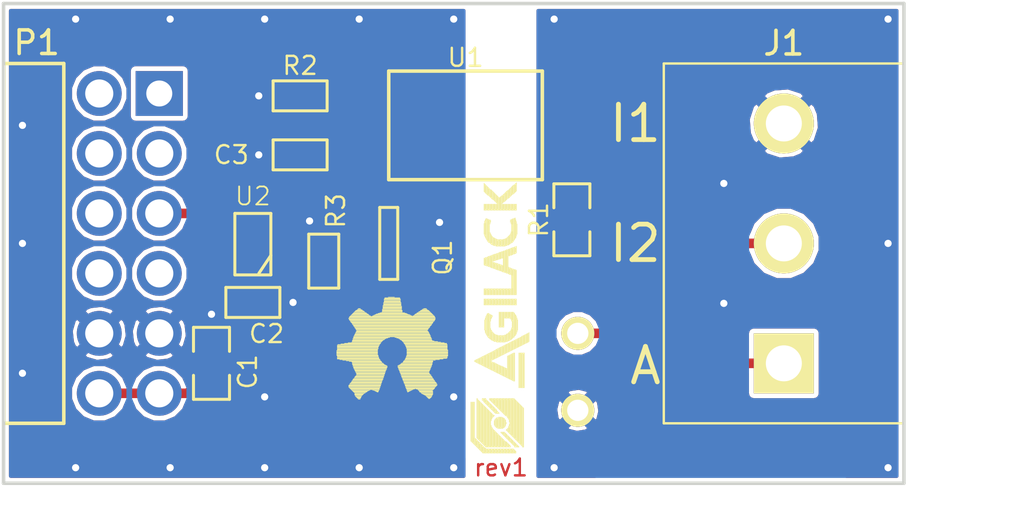
<source format=kicad_pcb>
(kicad_pcb (version 20171130) (host pcbnew 5.0.2)

  (general
    (thickness 1.6)
    (drawings 12)
    (tracks 127)
    (zones 0)
    (modules 15)
    (nets 17)
  )

  (page A4)
  (title_block
    (title "PMOD Linky TIC")
    (date 2020-09-01)
    (rev 1)
    (company Agilack)
    (comment 1 "License: CC-by-SA 2.0")
  )

  (layers
    (0 F.Cu signal)
    (31 B.Cu signal)
    (32 B.Adhes user)
    (33 F.Adhes user)
    (34 B.Paste user)
    (35 F.Paste user)
    (36 B.SilkS user)
    (37 F.SilkS user)
    (38 B.Mask user)
    (39 F.Mask user)
    (40 Dwgs.User user)
    (41 Cmts.User user)
    (42 Eco1.User user)
    (43 Eco2.User user)
    (44 Edge.Cuts user)
    (45 Margin user)
    (46 B.CrtYd user)
    (47 F.CrtYd user)
    (48 B.Fab user)
    (49 F.Fab user)
  )

  (setup
    (last_trace_width 0.25)
    (user_trace_width 0.4064)
    (trace_clearance 0.2)
    (zone_clearance 0.1524)
    (zone_45_only no)
    (trace_min 0.2)
    (segment_width 0.2)
    (edge_width 0.15)
    (via_size 0.8)
    (via_drill 0.4)
    (via_min_size 0.4)
    (via_min_drill 0.3)
    (user_via 0.7112 0.3048)
    (uvia_size 0.3)
    (uvia_drill 0.1)
    (uvias_allowed no)
    (uvia_min_size 0.2)
    (uvia_min_drill 0.1)
    (pcb_text_width 0.3)
    (pcb_text_size 1.5 1.5)
    (mod_edge_width 0.15)
    (mod_text_size 1 1)
    (mod_text_width 0.15)
    (pad_size 1.524 1.524)
    (pad_drill 0.762)
    (pad_to_mask_clearance 0.051)
    (solder_mask_min_width 0.25)
    (aux_axis_origin 0 0)
    (visible_elements FFFFFFFF)
    (pcbplotparams
      (layerselection 0x010ec_ffffffff)
      (usegerberextensions false)
      (usegerberattributes false)
      (usegerberadvancedattributes false)
      (creategerberjobfile false)
      (excludeedgelayer true)
      (linewidth 0.100000)
      (plotframeref false)
      (viasonmask false)
      (mode 1)
      (useauxorigin false)
      (hpglpennumber 1)
      (hpglpenspeed 20)
      (hpglpendiameter 15.000000)
      (psnegative false)
      (psa4output false)
      (plotreference true)
      (plotvalue true)
      (plotinvisibletext false)
      (padsonsilk false)
      (subtractmaskfromsilk false)
      (outputformat 1)
      (mirror false)
      (drillshape 0)
      (scaleselection 1)
      (outputdirectory "../prod/"))
  )

  (net 0 "")
  (net 1 /TIC_A)
  (net 2 /TIC_I2)
  (net 3 "Net-(P1-Pad1)")
  (net 4 "Net-(P1-Pad2)")
  (net 5 PMOD_RXD)
  (net 6 "Net-(P1-Pad4)")
  (net 7 GND)
  (net 8 VCC)
  (net 9 "Net-(P1-Pad7)")
  (net 10 "Net-(P1-Pad8)")
  (net 11 "Net-(P1-Pad9)")
  (net 12 "Net-(P1-Pad10)")
  (net 13 GNDGRID)
  (net 14 "Net-(R1-Pad2)")
  (net 15 "Net-(Q1-Pad1)")
  (net 16 "Net-(Q1-Pad3)")

  (net_class Default "This is the default net class."
    (clearance 0.2)
    (trace_width 0.25)
    (via_dia 0.8)
    (via_drill 0.4)
    (uvia_dia 0.3)
    (uvia_drill 0.1)
    (add_net /TIC_A)
    (add_net /TIC_I2)
    (add_net GND)
    (add_net GNDGRID)
    (add_net "Net-(P1-Pad1)")
    (add_net "Net-(P1-Pad10)")
    (add_net "Net-(P1-Pad2)")
    (add_net "Net-(P1-Pad4)")
    (add_net "Net-(P1-Pad7)")
    (add_net "Net-(P1-Pad8)")
    (add_net "Net-(P1-Pad9)")
    (add_net "Net-(Q1-Pad1)")
    (add_net "Net-(Q1-Pad3)")
    (add_net "Net-(R1-Pad2)")
    (add_net PMOD_RXD)
    (add_net VCC)
  )

  (module pmod-linky_tic:CONN_MC000035 locked (layer F.Cu) (tedit 5F4DEBD6) (tstamp 5F4DEF15)
    (at 162.47 105 90)
    (tags CONN)
    (path /5F4DED99)
    (fp_text reference J1 (at 8.48 0 180) (layer F.SilkS)
      (effects (font (size 1 1) (thickness 0.1524)))
    )
    (fp_text value CONN_3 (at 0 -1.905 90) (layer F.SilkS) hide
      (effects (font (size 0.4064 0.4064) (thickness 0.1016)))
    )
    (fp_line (start -7.62 5.08) (end 7.62 5.08) (layer F.SilkS) (width 0.1016))
    (fp_line (start -7.62 -5.08) (end 7.62 -5.08) (layer F.SilkS) (width 0.1016))
    (fp_line (start -7.62 5.08) (end -7.62 -5.08) (layer F.SilkS) (width 0.1016))
    (fp_line (start 7.62 -5.08) (end 7.62 5.08) (layer F.SilkS) (width 0.1016))
    (pad 1 thru_hole rect (at -5.08 0 90) (size 2.54 2.54) (drill 1.524) (layers *.Cu *.Mask F.SilkS)
      (net 1 /TIC_A))
    (pad 3 thru_hole circle (at 5.08 0 90) (size 2.54 2.54) (drill 1.524) (layers *.Cu *.Mask F.SilkS)
      (net 13 GNDGRID))
    (pad 2 thru_hole circle (at 0 0 90) (size 2.54 2.54) (drill 1.524) (layers *.Cu *.Mask F.SilkS)
      (net 2 /TIC_I2))
    (model res/mc000034.wrl
      (at (xyz 0 0 0))
      (scale (xyz 1 1 1))
      (rotate (xyz 0 0 0))
    )
  )

  (module pmod-linky_tic:CONN_PMOD-Male locked (layer F.Cu) (tedit 5F4E13EE) (tstamp 5F4DEF29)
    (at 133.5 105 90)
    (path /5F4DE8B5)
    (fp_text reference P1 (at 8.5 -2.65) (layer F.SilkS)
      (effects (font (size 1 1) (thickness 0.15)))
    )
    (fp_text value PMOD (at 0 -2.25 90) (layer F.Fab)
      (effects (font (size 1 1) (thickness 0.15)))
    )
    (fp_line (start -7.62 -1.5) (end 7.62 -1.5) (layer F.SilkS) (width 0.15))
    (fp_line (start 7.62 -1.5) (end 7.62 -4.04) (layer F.SilkS) (width 0.15))
    (fp_line (start 7.62 -4.04) (end -7.62 -4.04) (layer F.SilkS) (width 0.15))
    (fp_line (start -7.62 -1.5) (end -7.62 -4.04) (layer F.SilkS) (width 0.15))
    (pad 1 thru_hole rect (at 6.35 2.54 90) (size 1.9 2) (drill 1.1) (layers *.Cu *.Mask)
      (net 3 "Net-(P1-Pad1)"))
    (pad 2 thru_hole circle (at 3.81 2.54 90) (size 1.9 1.9) (drill 1.19) (layers *.Cu *.Mask)
      (net 4 "Net-(P1-Pad2)"))
    (pad 3 thru_hole circle (at 1.27 2.54 90) (size 1.9 1.9) (drill 1.19) (layers *.Cu *.Mask)
      (net 5 PMOD_RXD))
    (pad 4 thru_hole circle (at -1.27 2.54 90) (size 1.9 1.9) (drill 1.19) (layers *.Cu *.Mask)
      (net 6 "Net-(P1-Pad4)"))
    (pad 5 thru_hole circle (at -3.81 2.54 90) (size 1.9 1.9) (drill 1.19) (layers *.Cu *.Mask)
      (net 7 GND))
    (pad 6 thru_hole circle (at -6.35 2.54 90) (size 1.9 1.9) (drill 1.19) (layers *.Cu *.Mask)
      (net 8 VCC))
    (pad 7 thru_hole circle (at 6.35 0 90) (size 1.9 1.9) (drill 1.19) (layers *.Cu *.Mask)
      (net 9 "Net-(P1-Pad7)"))
    (pad 8 thru_hole circle (at 3.81 0 90) (size 1.9 1.9) (drill 1.19) (layers *.Cu *.Mask)
      (net 10 "Net-(P1-Pad8)"))
    (pad 9 thru_hole circle (at 1.27 0 90) (size 1.9 1.9) (drill 1.19) (layers *.Cu *.Mask)
      (net 11 "Net-(P1-Pad9)"))
    (pad 10 thru_hole circle (at -1.27 0 90) (size 1.9 1.9) (drill 1.19) (layers *.Cu *.Mask)
      (net 12 "Net-(P1-Pad10)"))
    (pad 11 thru_hole circle (at -3.81 0 90) (size 1.9 1.9) (drill 1.19) (layers *.Cu *.Mask)
      (net 7 GND))
    (pad 12 thru_hole circle (at -6.35 0 90) (size 1.9 1.9) (drill 1.19) (layers *.Cu *.Mask)
      (net 8 VCC))
  )

  (module pmod-linky_tic:SMD0805 (layer F.Cu) (tedit 5F4E135E) (tstamp 5F4E13FB)
    (at 153.5 104 90)
    (path /5F4DFB4F)
    (attr smd)
    (fp_text reference R1 (at 0 -1.4 90) (layer F.SilkS)
      (effects (font (size 0.762 0.762) (thickness 0.1016)))
    )
    (fp_text value 4,7k (at 0 0 180) (layer F.SilkS) hide
      (effects (font (size 0.2 0.2) (thickness 0.05)))
    )
    (fp_line (start -0.508 0.762) (end -1.524 0.762) (layer F.SilkS) (width 0.127))
    (fp_line (start -1.524 0.762) (end -1.524 -0.762) (layer F.SilkS) (width 0.127))
    (fp_line (start -1.524 -0.762) (end -0.508 -0.762) (layer F.SilkS) (width 0.127))
    (fp_line (start 0.508 -0.762) (end 1.524 -0.762) (layer F.SilkS) (width 0.127))
    (fp_line (start 1.524 -0.762) (end 1.524 0.762) (layer F.SilkS) (width 0.127))
    (fp_line (start 1.524 0.762) (end 0.508 0.762) (layer F.SilkS) (width 0.127))
    (pad 1 smd rect (at -0.9525 0 90) (size 0.889 1.397) (layers F.Cu F.Paste F.Mask)
      (net 2 /TIC_I2))
    (pad 2 smd rect (at 0.9525 0 90) (size 0.889 1.397) (layers F.Cu F.Paste F.Mask)
      (net 14 "Net-(R1-Pad2)"))
    (model smd/chip_cms.wrl
      (at (xyz 0 0 0))
      (scale (xyz 0.1 0.1 0.1))
      (rotate (xyz 0 0 0))
    )
  )

  (module pmod-linky_tic:SMD4 (layer F.Cu) (tedit 5F4E1135) (tstamp 5F4E1407)
    (at 149 100 180)
    (path /5F4DF93B)
    (fp_text reference U1 (at 0 2.87 180) (layer F.SilkS)
      (effects (font (size 0.762 0.762) (thickness 0.1016)))
    )
    (fp_text value LTV814 (at 0 0 180) (layer F.Fab) hide
      (effects (font (size 0.762 0.762) (thickness 0.1016)))
    )
    (fp_line (start -3.25 2.3) (end -3.25 -2.3) (layer F.SilkS) (width 0.15))
    (fp_line (start 3.25 2.3) (end -3.25 2.3) (layer F.SilkS) (width 0.15))
    (fp_line (start 3.25 -2.3) (end 3.25 2.3) (layer F.SilkS) (width 0.15))
    (fp_line (start -3.25 -2.3) (end 3.25 -2.3) (layer F.SilkS) (width 0.15))
    (pad 4 smd rect (at 4.5 -1.27 270) (size 1.5 1.3) (layers F.Cu F.Paste F.Mask)
      (net 8 VCC))
    (pad 3 smd rect (at 4.5 1.27 270) (size 1.5 1.3) (layers F.Cu F.Paste F.Mask)
      (net 15 "Net-(Q1-Pad1)"))
    (pad 2 smd rect (at -4.5 1.27 270) (size 1.5 1.3) (layers F.Cu F.Paste F.Mask)
      (net 13 GNDGRID))
    (pad 1 smd rect (at -4.5 -1.27 270) (size 1.5 1.3) (layers F.Cu F.Paste F.Mask)
      (net 14 "Net-(R1-Pad2)"))
  )

  (module pmod-linky_tic:SOT23-3 (layer F.Cu) (tedit 5F4E06F2) (tstamp 5F4DFF08)
    (at 145.75 105 270)
    (descr "Module CMS SOT23 Transistore EBC")
    (tags "CMS SOT")
    (path /5F4E1F9E)
    (attr smd)
    (fp_text reference Q1 (at 0.6 -2.28 270) (layer F.SilkS)
      (effects (font (size 0.762 0.762) (thickness 0.1016)))
    )
    (fp_text value SI2318 (at 0 0 270) (layer F.SilkS) hide
      (effects (font (size 0.2 0.2) (thickness 0.05)))
    )
    (fp_line (start -1.524 -0.381) (end 1.524 -0.381) (layer F.SilkS) (width 0.127))
    (fp_line (start 1.524 -0.381) (end 1.524 0.381) (layer F.SilkS) (width 0.127))
    (fp_line (start 1.524 0.381) (end -1.524 0.381) (layer F.SilkS) (width 0.127))
    (fp_line (start -1.524 0.381) (end -1.524 -0.381) (layer F.SilkS) (width 0.127))
    (pad 2 smd rect (at -0.889 -1.016 270) (size 0.9144 0.9144) (layers F.Cu F.Paste F.Mask)
      (net 7 GND))
    (pad 1 smd rect (at 0.889 -1.016 270) (size 0.9144 0.9144) (layers F.Cu F.Paste F.Mask)
      (net 15 "Net-(Q1-Pad1)"))
    (pad 3 smd rect (at 0 1.016 270) (size 0.9144 0.9144) (layers F.Cu F.Paste F.Mask)
      (net 16 "Net-(Q1-Pad3)"))
    (model ${KIPRJMOD}/3D/SOT-23.wrl
      (at (xyz 0 0 0))
      (scale (xyz 1 1 1))
      (rotate (xyz 0 0 0))
    )
  )

  (module pmod-linky_tic:SMD0603 (layer F.Cu) (tedit 5F4E07DB) (tstamp 5F4E0EC3)
    (at 142 98.75 180)
    (path /5F4E15CF)
    (attr smd)
    (fp_text reference R2 (at 0 1.28 180) (layer F.SilkS)
      (effects (font (size 0.762 0.762) (thickness 0.1016)))
    )
    (fp_text value 10k (at 0 0 270) (layer F.SilkS) hide
      (effects (font (size 0.20066 0.20066) (thickness 0.0508)))
    )
    (fp_line (start -1.143 -0.635) (end 1.143 -0.635) (layer F.SilkS) (width 0.127))
    (fp_line (start 1.143 -0.635) (end 1.143 0.635) (layer F.SilkS) (width 0.127))
    (fp_line (start 1.143 0.635) (end -1.143 0.635) (layer F.SilkS) (width 0.127))
    (fp_line (start -1.143 0.635) (end -1.143 -0.635) (layer F.SilkS) (width 0.127))
    (pad 1 smd rect (at -0.762 0 180) (size 0.635 1.143) (layers F.Cu F.Paste F.Mask)
      (net 15 "Net-(Q1-Pad1)"))
    (pad 2 smd rect (at 0.762 0 180) (size 0.635 1.143) (layers F.Cu F.Paste F.Mask)
      (net 7 GND))
    (model smd/chip_cms.wrl
      (at (xyz 0 0 0))
      (scale (xyz 0.08 0.08 0.08))
      (rotate (xyz 0 0 0))
    )
  )

  (module pmod-linky_tic:SMD0603 (layer F.Cu) (tedit 5F4E07D1) (tstamp 5F4E0ECD)
    (at 143 105.75 90)
    (path /5F4E2544)
    (attr smd)
    (fp_text reference R3 (at 2.13 0.51 90) (layer F.SilkS)
      (effects (font (size 0.762 0.762) (thickness 0.1016)))
    )
    (fp_text value 10k (at 0 0 180) (layer F.SilkS) hide
      (effects (font (size 0.20066 0.20066) (thickness 0.0508)))
    )
    (fp_line (start -1.143 0.635) (end -1.143 -0.635) (layer F.SilkS) (width 0.127))
    (fp_line (start 1.143 0.635) (end -1.143 0.635) (layer F.SilkS) (width 0.127))
    (fp_line (start 1.143 -0.635) (end 1.143 0.635) (layer F.SilkS) (width 0.127))
    (fp_line (start -1.143 -0.635) (end 1.143 -0.635) (layer F.SilkS) (width 0.127))
    (pad 2 smd rect (at 0.762 0 90) (size 0.635 1.143) (layers F.Cu F.Paste F.Mask)
      (net 16 "Net-(Q1-Pad3)"))
    (pad 1 smd rect (at -0.762 0 90) (size 0.635 1.143) (layers F.Cu F.Paste F.Mask)
      (net 8 VCC))
    (model smd/chip_cms.wrl
      (at (xyz 0 0 0))
      (scale (xyz 0.08 0.08 0.08))
      (rotate (xyz 0 0 0))
    )
  )

  (module pmod-linky_tic:SOT23-5 (layer F.Cu) (tedit 5F4E075E) (tstamp 5F4E0EDB)
    (at 140 105 90)
    (path /5F4E4048)
    (fp_text reference U2 (at 1.99898 0 180) (layer F.SilkS)
      (effects (font (size 0.762 0.762) (thickness 0.0762)))
    )
    (fp_text value SN74LVC1G17 (at 0.0635 0 90) (layer F.SilkS) hide
      (effects (font (size 0.2 0.2) (thickness 0.05)))
    )
    (fp_line (start -0.508 0.762) (end -1.27 0.254) (layer F.SilkS) (width 0.127))
    (fp_line (start 1.27 0.762) (end -1.3335 0.762) (layer F.SilkS) (width 0.127))
    (fp_line (start -1.3335 0.762) (end -1.3335 -0.762) (layer F.SilkS) (width 0.127))
    (fp_line (start -1.3335 -0.762) (end 1.27 -0.762) (layer F.SilkS) (width 0.127))
    (fp_line (start 1.27 -0.762) (end 1.27 0.762) (layer F.SilkS) (width 0.127))
    (pad 5 smd rect (at -0.9525 -1.27 90) (size 0.70104 1.00076) (layers F.Cu F.Paste F.Mask)
      (net 8 VCC))
    (pad 4 smd rect (at 0.9525 -1.27 90) (size 0.70104 1.00076) (layers F.Cu F.Paste F.Mask)
      (net 5 PMOD_RXD))
    (pad 3 smd rect (at 0.9525 1.27 90) (size 0.70104 1.00076) (layers F.Cu F.Paste F.Mask)
      (net 7 GND))
    (pad 2 smd rect (at 0 1.27 90) (size 0.70104 1.00076) (layers F.Cu F.Paste F.Mask)
      (net 16 "Net-(Q1-Pad3)"))
    (pad 1 smd rect (at -0.9525 1.27 90) (size 0.70104 1.00076) (layers F.Cu F.Paste F.Mask))
    (model smd/SOT23_6.wrl
      (at (xyz 0 0 0))
      (scale (xyz 0.11 0.11 0.11))
      (rotate (xyz 0 0 -180))
    )
  )

  (module pmod-linky_tic:SMD0805 (layer F.Cu) (tedit 5F4E07BE) (tstamp 5F4E445D)
    (at 138.25 110.08 90)
    (path /5F4E4273)
    (attr smd)
    (fp_text reference C1 (at -0.36 1.53 90) (layer F.SilkS)
      (effects (font (size 0.762 0.762) (thickness 0.1016)))
    )
    (fp_text value 10uF (at 0 0 180) (layer F.SilkS) hide
      (effects (font (size 0.2 0.2) (thickness 0.05)))
    )
    (fp_line (start -0.508 0.762) (end -1.524 0.762) (layer F.SilkS) (width 0.127))
    (fp_line (start -1.524 0.762) (end -1.524 -0.762) (layer F.SilkS) (width 0.127))
    (fp_line (start -1.524 -0.762) (end -0.508 -0.762) (layer F.SilkS) (width 0.127))
    (fp_line (start 0.508 -0.762) (end 1.524 -0.762) (layer F.SilkS) (width 0.127))
    (fp_line (start 1.524 -0.762) (end 1.524 0.762) (layer F.SilkS) (width 0.127))
    (fp_line (start 1.524 0.762) (end 0.508 0.762) (layer F.SilkS) (width 0.127))
    (pad 1 smd rect (at -0.9525 0 90) (size 0.889 1.397) (layers F.Cu F.Paste F.Mask)
      (net 8 VCC))
    (pad 2 smd rect (at 0.9525 0 90) (size 0.889 1.397) (layers F.Cu F.Paste F.Mask)
      (net 7 GND))
    (model smd/chip_cms.wrl
      (at (xyz 0 0 0))
      (scale (xyz 0.1 0.1 0.1))
      (rotate (xyz 0 0 0))
    )
  )

  (module pmod-linky_tic:SMD0603 (layer F.Cu) (tedit 5F4E07CB) (tstamp 5F4E4467)
    (at 140 107.5)
    (path /5F4E53BE)
    (attr smd)
    (fp_text reference C2 (at 0.58 1.33 180) (layer F.SilkS)
      (effects (font (size 0.762 0.762) (thickness 0.1016)))
    )
    (fp_text value 100nF (at 0 0 90) (layer F.SilkS) hide
      (effects (font (size 0.20066 0.20066) (thickness 0.050165)))
    )
    (fp_line (start -1.143 -0.635) (end 1.143 -0.635) (layer F.SilkS) (width 0.127))
    (fp_line (start 1.143 -0.635) (end 1.143 0.635) (layer F.SilkS) (width 0.127))
    (fp_line (start 1.143 0.635) (end -1.143 0.635) (layer F.SilkS) (width 0.127))
    (fp_line (start -1.143 0.635) (end -1.143 -0.635) (layer F.SilkS) (width 0.127))
    (pad 1 smd rect (at -0.762 0) (size 0.635 1.143) (layers F.Cu F.Paste F.Mask)
      (net 8 VCC))
    (pad 2 smd rect (at 0.762 0) (size 0.635 1.143) (layers F.Cu F.Paste F.Mask)
      (net 7 GND))
    (model smd/chip_cms.wrl
      (at (xyz 0 0 0))
      (scale (xyz 0.08 0.08 0.08))
      (rotate (xyz 0 0 0))
    )
  )

  (module pmod-linky_tic:SMD0603 (layer F.Cu) (tedit 5F4E136E) (tstamp 5F4E4471)
    (at 142 101.25 180)
    (path /5F4E61A0)
    (attr smd)
    (fp_text reference C3 (at 2.91 0) (layer F.SilkS)
      (effects (font (size 0.762 0.762) (thickness 0.1016)))
    )
    (fp_text value 100nF (at 0 0 270) (layer F.SilkS) hide
      (effects (font (size 0.20066 0.20066) (thickness 0.0508)))
    )
    (fp_line (start -1.143 0.635) (end -1.143 -0.635) (layer F.SilkS) (width 0.127))
    (fp_line (start 1.143 0.635) (end -1.143 0.635) (layer F.SilkS) (width 0.127))
    (fp_line (start 1.143 -0.635) (end 1.143 0.635) (layer F.SilkS) (width 0.127))
    (fp_line (start -1.143 -0.635) (end 1.143 -0.635) (layer F.SilkS) (width 0.127))
    (pad 2 smd rect (at 0.762 0 180) (size 0.635 1.143) (layers F.Cu F.Paste F.Mask)
      (net 7 GND))
    (pad 1 smd rect (at -0.762 0 180) (size 0.635 1.143) (layers F.Cu F.Paste F.Mask)
      (net 8 VCC))
    (model smd/chip_cms.wrl
      (at (xyz 0 0 0))
      (scale (xyz 0.08 0.08 0.08))
      (rotate (xyz 0 0 0))
    )
  )

  (module pmod-linky_tic:TP_PIN (layer F.Cu) (tedit 4C20627D) (tstamp 5F4E4476)
    (at 153.75 108.81)
    (path /5F4E03C5)
    (fp_text reference TP1 (at -0.00508 1.22428) (layer F.SilkS) hide
      (effects (font (size 0.50038 0.50038) (thickness 0.12446)))
    )
    (fp_text value CONN_1 (at -0.00508 -1.13284) (layer F.SilkS) hide
      (effects (font (size 0.50038 0.50038) (thickness 0.12446)))
    )
    (pad 1 thru_hole circle (at 0 0) (size 1.39954 1.39954) (drill 0.89916) (layers *.Cu *.Mask F.SilkS)
      (net 1 /TIC_A))
  )

  (module pmod-linky_tic:TP_PIN (layer F.Cu) (tedit 4C20627D) (tstamp 5F4E447B)
    (at 153.75 112.07)
    (path /5F4E7259)
    (fp_text reference TP2 (at -0.00508 1.22428) (layer F.SilkS) hide
      (effects (font (size 0.50038 0.50038) (thickness 0.12446)))
    )
    (fp_text value CONN_1 (at -0.00508 -1.13284) (layer F.SilkS) hide
      (effects (font (size 0.50038 0.50038) (thickness 0.12446)))
    )
    (pad 1 thru_hole circle (at 0 0) (size 1.39954 1.39954) (drill 0.89916) (layers *.Cu *.Mask F.SilkS)
      (net 13 GNDGRID))
  )

  (module pmod-linky_tic:logo-agilack-11.5 (layer F.Cu) (tedit 59B6B664) (tstamp 5F4E3644)
    (at 150.5 107.75 90)
    (fp_text reference agilack-11.5 (at 2.1336 -1.07696 90) (layer F.SilkS) hide
      (effects (font (size 0.2 0.2) (thickness 0.04)))
    )
    (fp_text value 450px (at -0.889 -1.0922 90) (layer F.SilkS) hide
      (effects (font (size 0.2 0.2) (thickness 0.04)))
    )
    (fp_line (start -1.40716 1.18872) (end -1.02616 1.18872) (layer F.SilkS) (width 0.02794))
    (fp_line (start -1.43256 1.16332) (end -1.05156 1.16332) (layer F.SilkS) (width 0.02794))
    (fp_line (start -1.43256 1.13792) (end -1.05156 1.13792) (layer F.SilkS) (width 0.02794))
    (fp_line (start -1.45796 1.11252) (end -1.07696 1.11252) (layer F.SilkS) (width 0.02794))
    (fp_line (start -1.45796 1.08712) (end -1.07696 1.08712) (layer F.SilkS) (width 0.02794))
    (fp_line (start -1.48336 1.06172) (end -1.10236 1.06172) (layer F.SilkS) (width 0.02794))
    (fp_line (start -1.48336 1.03632) (end -1.10236 1.03632) (layer F.SilkS) (width 0.02794))
    (fp_line (start -1.50876 1.01092) (end -1.12776 1.01092) (layer F.SilkS) (width 0.02794))
    (fp_line (start -1.50876 0.98552) (end -1.12776 0.98552) (layer F.SilkS) (width 0.02794))
    (fp_line (start -3.36296 0.98552) (end -1.88976 0.98552) (layer F.SilkS) (width 0.02794))
    (fp_line (start -1.53416 0.96012) (end -1.15316 0.96012) (layer F.SilkS) (width 0.02794))
    (fp_line (start -3.36296 0.96012) (end -1.88976 0.96012) (layer F.SilkS) (width 0.02794))
    (fp_line (start -5.87756 0.96012) (end -4.22656 0.96012) (layer F.SilkS) (width 0.02794))
    (fp_line (start -1.53416 0.93472) (end -1.15316 0.93472) (layer F.SilkS) (width 0.02794))
    (fp_line (start -3.36296 0.93472) (end -1.88976 0.93472) (layer F.SilkS) (width 0.02794))
    (fp_line (start -5.87756 0.93472) (end -4.20116 0.93472) (layer F.SilkS) (width 0.02794))
    (fp_line (start -1.55956 0.90932) (end -1.17856 0.90932) (layer F.SilkS) (width 0.02794))
    (fp_line (start -3.36296 0.90932) (end -1.88976 0.90932) (layer F.SilkS) (width 0.02794))
    (fp_line (start -5.87756 0.90932) (end -4.17576 0.90932) (layer F.SilkS) (width 0.02794))
    (fp_line (start -1.55956 0.88392) (end -1.17856 0.88392) (layer F.SilkS) (width 0.02794))
    (fp_line (start -3.36296 0.88392) (end -1.88976 0.88392) (layer F.SilkS) (width 0.02794))
    (fp_line (start -5.82676 0.88392) (end -4.15036 0.88392) (layer F.SilkS) (width 0.02794))
    (fp_line (start -1.58496 0.85852) (end -1.20396 0.85852) (layer F.SilkS) (width 0.02794))
    (fp_line (start -3.36296 0.85852) (end -1.88976 0.85852) (layer F.SilkS) (width 0.02794))
    (fp_line (start -5.80136 0.85852) (end -4.12496 0.85852) (layer F.SilkS) (width 0.02794))
    (fp_line (start -1.58496 0.83312) (end -1.22936 0.83312) (layer F.SilkS) (width 0.02794))
    (fp_line (start -3.36296 0.83312) (end -1.88976 0.83312) (layer F.SilkS) (width 0.02794))
    (fp_line (start -5.77596 0.83312) (end -4.09956 0.83312) (layer F.SilkS) (width 0.02794))
    (fp_line (start -1.61036 0.80772) (end -1.22936 0.80772) (layer F.SilkS) (width 0.02794))
    (fp_line (start -3.36296 0.80772) (end -1.88976 0.80772) (layer F.SilkS) (width 0.02794))
    (fp_line (start -5.75056 0.80772) (end -4.07416 0.80772) (layer F.SilkS) (width 0.02794))
    (fp_line (start -1.61036 0.78232) (end -1.25476 0.78232) (layer F.SilkS) (width 0.02794))
    (fp_line (start -3.36296 0.78232) (end -1.88976 0.78232) (layer F.SilkS) (width 0.02794))
    (fp_line (start -5.72516 0.78232) (end -4.04876 0.78232) (layer F.SilkS) (width 0.02794))
    (fp_line (start -1.63576 0.75692) (end -1.25476 0.75692) (layer F.SilkS) (width 0.02794))
    (fp_line (start -3.36296 0.75692) (end -1.88976 0.75692) (layer F.SilkS) (width 0.02794))
    (fp_line (start -5.69976 0.75692) (end -4.02336 0.75692) (layer F.SilkS) (width 0.02794))
    (fp_line (start -5.87756 0.75692) (end -5.85216 0.75692) (layer F.SilkS) (width 0.02794))
    (fp_line (start -1.63576 0.73152) (end -1.28016 0.73152) (layer F.SilkS) (width 0.02794))
    (fp_line (start -5.67436 0.73152) (end -3.99796 0.73152) (layer F.SilkS) (width 0.02794))
    (fp_line (start -5.87756 0.73152) (end -5.82676 0.73152) (layer F.SilkS) (width 0.02794))
    (fp_line (start -0.92456 0.70612) (end -0.49276 0.70612) (layer F.SilkS) (width 0.02794))
    (fp_line (start -1.66116 0.70612) (end -1.28016 0.70612) (layer F.SilkS) (width 0.02794))
    (fp_line (start -5.64896 0.70612) (end -3.97256 0.70612) (layer F.SilkS) (width 0.02794))
    (fp_line (start -5.87756 0.70612) (end -5.80136 0.70612) (layer F.SilkS) (width 0.02794))
    (fp_line (start 3.13944 0.68072) (end 3.57124 0.68072) (layer F.SilkS) (width 0.02794))
    (fp_line (start -1.00076 0.68072) (end -0.41656 0.68072) (layer F.SilkS) (width 0.02794))
    (fp_line (start -1.66116 0.68072) (end -1.30556 0.68072) (layer F.SilkS) (width 0.02794))
    (fp_line (start -5.62356 0.68072) (end -3.94716 0.68072) (layer F.SilkS) (width 0.02794))
    (fp_line (start -5.87756 0.68072) (end -5.77596 0.68072) (layer F.SilkS) (width 0.02794))
    (fp_line (start 4.96824 0.65532) (end 5.32384 0.65532) (layer F.SilkS) (width 0.02794))
    (fp_line (start 4.15544 0.65532) (end 4.40944 0.65532) (layer F.SilkS) (width 0.02794))
    (fp_line (start 3.06324 0.65532) (end 3.67284 0.65532) (layer F.SilkS) (width 0.02794))
    (fp_line (start 2.35204 0.65532) (end 2.63144 0.65532) (layer F.SilkS) (width 0.02794))
    (fp_line (start 0.57404 0.65532) (end 1.61544 0.65532) (layer F.SilkS) (width 0.02794))
    (fp_line (start 0.14224 0.65532) (end 0.39624 0.65532) (layer F.SilkS) (width 0.02794))
    (fp_line (start -1.07696 0.65532) (end -0.34036 0.65532) (layer F.SilkS) (width 0.02794))
    (fp_line (start -1.68656 0.65532) (end -1.30556 0.65532) (layer F.SilkS) (width 0.02794))
    (fp_line (start -5.59816 0.65532) (end -3.92176 0.65532) (layer F.SilkS) (width 0.02794))
    (fp_line (start -5.87756 0.65532) (end -5.75056 0.65532) (layer F.SilkS) (width 0.02794))
    (fp_line (start 4.94284 0.62992) (end 5.29844 0.62992) (layer F.SilkS) (width 0.02794))
    (fp_line (start 4.15544 0.62992) (end 4.40944 0.62992) (layer F.SilkS) (width 0.02794))
    (fp_line (start 2.98704 0.62992) (end 3.74904 0.62992) (layer F.SilkS) (width 0.02794))
    (fp_line (start 2.32664 0.62992) (end 2.60604 0.62992) (layer F.SilkS) (width 0.02794))
    (fp_line (start 0.57404 0.62992) (end 1.61544 0.62992) (layer F.SilkS) (width 0.02794))
    (fp_line (start 0.14224 0.62992) (end 0.39624 0.62992) (layer F.SilkS) (width 0.02794))
    (fp_line (start -1.12776 0.62992) (end -0.28956 0.62992) (layer F.SilkS) (width 0.02794))
    (fp_line (start -1.68656 0.62992) (end -1.33096 0.62992) (layer F.SilkS) (width 0.02794))
    (fp_line (start -5.57276 0.62992) (end -3.89636 0.62992) (layer F.SilkS) (width 0.02794))
    (fp_line (start -5.87756 0.62992) (end -5.72516 0.62992) (layer F.SilkS) (width 0.02794))
    (fp_line (start -6.13156 0.62992) (end -6.05536 0.62992) (layer F.SilkS) (width 0.02794))
    (fp_line (start 4.91744 0.60452) (end 5.27304 0.60452) (layer F.SilkS) (width 0.02794))
    (fp_line (start 4.15544 0.60452) (end 4.40944 0.60452) (layer F.SilkS) (width 0.02794))
    (fp_line (start 2.96164 0.60452) (end 3.82524 0.60452) (layer F.SilkS) (width 0.02794))
    (fp_line (start 2.32664 0.60452) (end 2.60604 0.60452) (layer F.SilkS) (width 0.02794))
    (fp_line (start 0.57404 0.60452) (end 1.64084 0.60452) (layer F.SilkS) (width 0.02794))
    (fp_line (start 0.14224 0.60452) (end 0.39624 0.60452) (layer F.SilkS) (width 0.02794))
    (fp_line (start -1.15316 0.60452) (end -0.26416 0.60452) (layer F.SilkS) (width 0.02794))
    (fp_line (start -1.71196 0.60452) (end -1.33096 0.60452) (layer F.SilkS) (width 0.02794))
    (fp_line (start -5.54736 0.60452) (end -3.87096 0.60452) (layer F.SilkS) (width 0.02794))
    (fp_line (start -5.87756 0.60452) (end -5.69976 0.60452) (layer F.SilkS) (width 0.02794))
    (fp_line (start -6.13156 0.60452) (end -6.02996 0.60452) (layer F.SilkS) (width 0.02794))
    (fp_line (start 4.89204 0.57912) (end 5.24764 0.57912) (layer F.SilkS) (width 0.02794))
    (fp_line (start 4.15544 0.57912) (end 4.40944 0.57912) (layer F.SilkS) (width 0.02794))
    (fp_line (start 2.91084 0.57912) (end 3.82524 0.57912) (layer F.SilkS) (width 0.02794))
    (fp_line (start 2.30124 0.57912) (end 2.60604 0.57912) (layer F.SilkS) (width 0.02794))
    (fp_line (start 0.57404 0.57912) (end 1.64084 0.57912) (layer F.SilkS) (width 0.02794))
    (fp_line (start 0.14224 0.57912) (end 0.39624 0.57912) (layer F.SilkS) (width 0.02794))
    (fp_line (start -1.17856 0.57912) (end -0.21336 0.57912) (layer F.SilkS) (width 0.02794))
    (fp_line (start -1.71196 0.57912) (end -1.35636 0.57912) (layer F.SilkS) (width 0.02794))
    (fp_line (start -3.08356 0.57912) (end -1.88976 0.57912) (layer F.SilkS) (width 0.02794))
    (fp_line (start -5.52196 0.57912) (end -3.84556 0.57912) (layer F.SilkS) (width 0.02794))
    (fp_line (start -5.87756 0.57912) (end -5.67436 0.57912) (layer F.SilkS) (width 0.02794))
    (fp_line (start -6.13156 0.57912) (end -6.00456 0.57912) (layer F.SilkS) (width 0.02794))
    (fp_line (start 4.86664 0.55372) (end 5.22224 0.55372) (layer F.SilkS) (width 0.02794))
    (fp_line (start 4.15544 0.55372) (end 4.40944 0.55372) (layer F.SilkS) (width 0.02794))
    (fp_line (start 2.88544 0.55372) (end 3.79984 0.55372) (layer F.SilkS) (width 0.02794))
    (fp_line (start 2.30124 0.55372) (end 2.58064 0.55372) (layer F.SilkS) (width 0.02794))
    (fp_line (start 0.57404 0.55372) (end 1.64084 0.55372) (layer F.SilkS) (width 0.02794))
    (fp_line (start 0.14224 0.55372) (end 0.39624 0.55372) (layer F.SilkS) (width 0.02794))
    (fp_line (start -1.22936 0.55372) (end -0.18796 0.55372) (layer F.SilkS) (width 0.02794))
    (fp_line (start -1.73736 0.55372) (end -1.35636 0.55372) (layer F.SilkS) (width 0.02794))
    (fp_line (start -3.08356 0.55372) (end -1.88976 0.55372) (layer F.SilkS) (width 0.02794))
    (fp_line (start -5.49656 0.55372) (end -3.82016 0.55372) (layer F.SilkS) (width 0.02794))
    (fp_line (start -5.82676 0.55372) (end -5.64896 0.55372) (layer F.SilkS) (width 0.02794))
    (fp_line (start -6.13156 0.55372) (end -5.97916 0.55372) (layer F.SilkS) (width 0.02794))
    (fp_line (start 4.84124 0.52832) (end 5.22224 0.52832) (layer F.SilkS) (width 0.02794))
    (fp_line (start 4.15544 0.52832) (end 4.40944 0.52832) (layer F.SilkS) (width 0.02794))
    (fp_line (start 2.83464 0.52832) (end 3.79984 0.52832) (layer F.SilkS) (width 0.02794))
    (fp_line (start 2.30124 0.52832) (end 2.58064 0.52832) (layer F.SilkS) (width 0.02794))
    (fp_line (start 0.57404 0.52832) (end 1.66624 0.52832) (layer F.SilkS) (width 0.02794))
    (fp_line (start 0.14224 0.52832) (end 0.39624 0.52832) (layer F.SilkS) (width 0.02794))
    (fp_line (start -1.22936 0.52832) (end -0.16256 0.52832) (layer F.SilkS) (width 0.02794))
    (fp_line (start -1.73736 0.52832) (end -1.38176 0.52832) (layer F.SilkS) (width 0.02794))
    (fp_line (start -3.08356 0.52832) (end -1.88976 0.52832) (layer F.SilkS) (width 0.02794))
    (fp_line (start -5.47116 0.52832) (end -3.82016 0.52832) (layer F.SilkS) (width 0.02794))
    (fp_line (start -5.80136 0.52832) (end -5.62356 0.52832) (layer F.SilkS) (width 0.02794))
    (fp_line (start -6.13156 0.52832) (end -5.95376 0.52832) (layer F.SilkS) (width 0.02794))
    (fp_line (start 4.84124 0.50292) (end 5.19684 0.50292) (layer F.SilkS) (width 0.02794))
    (fp_line (start 4.15544 0.50292) (end 4.40944 0.50292) (layer F.SilkS) (width 0.02794))
    (fp_line (start 2.80924 0.50292) (end 3.79984 0.50292) (layer F.SilkS) (width 0.02794))
    (fp_line (start 2.27584 0.50292) (end 2.58064 0.50292) (layer F.SilkS) (width 0.02794))
    (fp_line (start 0.57404 0.50292) (end 1.66624 0.50292) (layer F.SilkS) (width 0.02794))
    (fp_line (start 0.14224 0.50292) (end 0.39624 0.50292) (layer F.SilkS) (width 0.02794))
    (fp_line (start -1.25476 0.50292) (end -0.16256 0.50292) (layer F.SilkS) (width 0.02794))
    (fp_line (start -1.76276 0.50292) (end -1.38176 0.50292) (layer F.SilkS) (width 0.02794))
    (fp_line (start -3.05816 0.50292) (end -1.91516 0.50292) (layer F.SilkS) (width 0.02794))
    (fp_line (start -5.44576 0.50292) (end -3.82016 0.50292) (layer F.SilkS) (width 0.02794))
    (fp_line (start -5.77596 0.50292) (end -5.59816 0.50292) (layer F.SilkS) (width 0.02794))
    (fp_line (start -6.13156 0.50292) (end -5.95376 0.50292) (layer F.SilkS) (width 0.02794))
    (fp_line (start 4.81584 0.47752) (end 5.17144 0.47752) (layer F.SilkS) (width 0.02794))
    (fp_line (start 4.15544 0.47752) (end 4.40944 0.47752) (layer F.SilkS) (width 0.02794))
    (fp_line (start 2.78384 0.47752) (end 3.77444 0.47752) (layer F.SilkS) (width 0.02794))
    (fp_line (start 2.27584 0.47752) (end 2.55524 0.47752) (layer F.SilkS) (width 0.02794))
    (fp_line (start 0.57404 0.47752) (end 1.66624 0.47752) (layer F.SilkS) (width 0.02794))
    (fp_line (start 0.14224 0.47752) (end 0.39624 0.47752) (layer F.SilkS) (width 0.02794))
    (fp_line (start -1.28016 0.47752) (end -0.16256 0.47752) (layer F.SilkS) (width 0.02794))
    (fp_line (start -1.76276 0.47752) (end -1.40716 0.47752) (layer F.SilkS) (width 0.02794))
    (fp_line (start -3.05816 0.47752) (end -1.91516 0.47752) (layer F.SilkS) (width 0.02794))
    (fp_line (start -5.42036 0.47752) (end -3.82016 0.47752) (layer F.SilkS) (width 0.02794))
    (fp_line (start -5.75056 0.47752) (end -5.57276 0.47752) (layer F.SilkS) (width 0.02794))
    (fp_line (start -6.13156 0.47752) (end -5.95376 0.47752) (layer F.SilkS) (width 0.02794))
    (fp_line (start 4.79044 0.45212) (end 5.14604 0.45212) (layer F.SilkS) (width 0.02794))
    (fp_line (start 4.15544 0.45212) (end 4.40944 0.45212) (layer F.SilkS) (width 0.02794))
    (fp_line (start 2.78384 0.45212) (end 3.77444 0.45212) (layer F.SilkS) (width 0.02794))
    (fp_line (start 2.25044 0.45212) (end 2.55524 0.45212) (layer F.SilkS) (width 0.02794))
    (fp_line (start 0.57404 0.45212) (end 1.69164 0.45212) (layer F.SilkS) (width 0.02794))
    (fp_line (start 0.14224 0.45212) (end 0.39624 0.45212) (layer F.SilkS) (width 0.02794))
    (fp_line (start -0.54356 0.45212) (end -0.16256 0.45212) (layer F.SilkS) (width 0.02794))
    (fp_line (start -1.30556 0.45212) (end -0.82296 0.45212) (layer F.SilkS) (width 0.02794))
    (fp_line (start -1.78816 0.45212) (end -1.40716 0.45212) (layer F.SilkS) (width 0.02794))
    (fp_line (start -3.03276 0.45212) (end -1.94056 0.45212) (layer F.SilkS) (width 0.02794))
    (fp_line (start -5.39496 0.45212) (end -3.82016 0.45212) (layer F.SilkS) (width 0.02794))
    (fp_line (start -5.72516 0.45212) (end -5.54736 0.45212) (layer F.SilkS) (width 0.02794))
    (fp_line (start -6.13156 0.45212) (end -5.95376 0.45212) (layer F.SilkS) (width 0.02794))
    (fp_line (start 4.76504 0.42672) (end 5.12064 0.42672) (layer F.SilkS) (width 0.02794))
    (fp_line (start 4.15544 0.42672) (end 4.40944 0.42672) (layer F.SilkS) (width 0.02794))
    (fp_line (start 3.57124 0.42672) (end 3.74904 0.42672) (layer F.SilkS) (width 0.02794))
    (fp_line (start 2.75844 0.42672) (end 3.24104 0.42672) (layer F.SilkS) (width 0.02794))
    (fp_line (start 2.25044 0.42672) (end 2.55524 0.42672) (layer F.SilkS) (width 0.02794))
    (fp_line (start 1.41224 0.42672) (end 1.69164 0.42672) (layer F.SilkS) (width 0.02794))
    (fp_line (start 0.57404 0.42672) (end 0.82804 0.42672) (layer F.SilkS) (width 0.02794))
    (fp_line (start 0.14224 0.42672) (end 0.39624 0.42672) (layer F.SilkS) (width 0.02794))
    (fp_line (start -0.46736 0.42672) (end -0.16256 0.42672) (layer F.SilkS) (width 0.02794))
    (fp_line (start -1.33096 0.42672) (end -0.89916 0.42672) (layer F.SilkS) (width 0.02794))
    (fp_line (start -1.78816 0.42672) (end -1.43256 0.42672) (layer F.SilkS) (width 0.02794))
    (fp_line (start -3.03276 0.42672) (end -1.94056 0.42672) (layer F.SilkS) (width 0.02794))
    (fp_line (start -5.36956 0.42672) (end -3.82016 0.42672) (layer F.SilkS) (width 0.02794))
    (fp_line (start -5.69976 0.42672) (end -5.52196 0.42672) (layer F.SilkS) (width 0.02794))
    (fp_line (start -6.13156 0.42672) (end -5.95376 0.42672) (layer F.SilkS) (width 0.02794))
    (fp_line (start 4.73964 0.40132) (end 5.09524 0.40132) (layer F.SilkS) (width 0.02794))
    (fp_line (start 4.15544 0.40132) (end 4.40944 0.40132) (layer F.SilkS) (width 0.02794))
    (fp_line (start 3.64744 0.40132) (end 3.74904 0.40132) (layer F.SilkS) (width 0.02794))
    (fp_line (start 2.73304 0.40132) (end 3.16484 0.40132) (layer F.SilkS) (width 0.02794))
    (fp_line (start 2.25044 0.40132) (end 2.52984 0.40132) (layer F.SilkS) (width 0.02794))
    (fp_line (start 1.43764 0.40132) (end 1.71704 0.40132) (layer F.SilkS) (width 0.02794))
    (fp_line (start 0.57404 0.40132) (end 0.82804 0.40132) (layer F.SilkS) (width 0.02794))
    (fp_line (start 0.14224 0.40132) (end 0.39624 0.40132) (layer F.SilkS) (width 0.02794))
    (fp_line (start -0.44196 0.40132) (end -0.16256 0.40132) (layer F.SilkS) (width 0.02794))
    (fp_line (start -1.33096 0.40132) (end -0.94996 0.40132) (layer F.SilkS) (width 0.02794))
    (fp_line (start -1.81356 0.40132) (end -1.43256 0.40132) (layer F.SilkS) (width 0.02794))
    (fp_line (start -3.00736 0.40132) (end -1.96596 0.40132) (layer F.SilkS) (width 0.02794))
    (fp_line (start -5.34416 0.40132) (end -3.82016 0.40132) (layer F.SilkS) (width 0.02794))
    (fp_line (start -5.67436 0.40132) (end -5.49656 0.40132) (layer F.SilkS) (width 0.02794))
    (fp_line (start -5.87756 0.40132) (end -5.82676 0.40132) (layer F.SilkS) (width 0.02794))
    (fp_line (start -6.13156 0.40132) (end -5.95376 0.40132) (layer F.SilkS) (width 0.02794))
    (fp_line (start 4.71424 0.37592) (end 5.06984 0.37592) (layer F.SilkS) (width 0.02794))
    (fp_line (start 4.15544 0.37592) (end 4.40944 0.37592) (layer F.SilkS) (width 0.02794))
    (fp_line (start 2.73304 0.37592) (end 3.11404 0.37592) (layer F.SilkS) (width 0.02794))
    (fp_line (start 2.22504 0.37592) (end 2.52984 0.37592) (layer F.SilkS) (width 0.02794))
    (fp_line (start 1.43764 0.37592) (end 1.71704 0.37592) (layer F.SilkS) (width 0.02794))
    (fp_line (start 0.57404 0.37592) (end 0.82804 0.37592) (layer F.SilkS) (width 0.02794))
    (fp_line (start 0.14224 0.37592) (end 0.39624 0.37592) (layer F.SilkS) (width 0.02794))
    (fp_line (start -0.41656 0.37592) (end -0.16256 0.37592) (layer F.SilkS) (width 0.02794))
    (fp_line (start -1.35636 0.37592) (end -0.97536 0.37592) (layer F.SilkS) (width 0.02794))
    (fp_line (start -1.81356 0.37592) (end -1.45796 0.37592) (layer F.SilkS) (width 0.02794))
    (fp_line (start -3.00736 0.37592) (end -1.96596 0.37592) (layer F.SilkS) (width 0.02794))
    (fp_line (start -5.31876 0.37592) (end -3.82016 0.37592) (layer F.SilkS) (width 0.02794))
    (fp_line (start -5.64896 0.37592) (end -5.47116 0.37592) (layer F.SilkS) (width 0.02794))
    (fp_line (start -5.87756 0.37592) (end -5.80136 0.37592) (layer F.SilkS) (width 0.02794))
    (fp_line (start -6.13156 0.37592) (end -5.95376 0.37592) (layer F.SilkS) (width 0.02794))
    (fp_line (start 4.68884 0.35052) (end 5.04444 0.35052) (layer F.SilkS) (width 0.02794))
    (fp_line (start 4.15544 0.35052) (end 4.40944 0.35052) (layer F.SilkS) (width 0.02794))
    (fp_line (start 2.70764 0.35052) (end 3.08864 0.35052) (layer F.SilkS) (width 0.02794))
    (fp_line (start 2.22504 0.35052) (end 2.50444 0.35052) (layer F.SilkS) (width 0.02794))
    (fp_line (start 1.43764 0.35052) (end 1.71704 0.35052) (layer F.SilkS) (width 0.02794))
    (fp_line (start 0.57404 0.35052) (end 0.82804 0.35052) (layer F.SilkS) (width 0.02794))
    (fp_line (start 0.14224 0.35052) (end 0.39624 0.35052) (layer F.SilkS) (width 0.02794))
    (fp_line (start -0.41656 0.35052) (end -0.16256 0.35052) (layer F.SilkS) (width 0.02794))
    (fp_line (start -1.35636 0.35052) (end -1.00076 0.35052) (layer F.SilkS) (width 0.02794))
    (fp_line (start -1.83896 0.35052) (end -1.45796 0.35052) (layer F.SilkS) (width 0.02794))
    (fp_line (start -2.98196 0.35052) (end -1.99136 0.35052) (layer F.SilkS) (width 0.02794))
    (fp_line (start -4.81076 0.35052) (end -3.82016 0.35052) (layer F.SilkS) (width 0.02794))
    (fp_line (start -5.29336 0.35052) (end -4.91236 0.35052) (layer F.SilkS) (width 0.02794))
    (fp_line (start -5.62356 0.35052) (end -5.44576 0.35052) (layer F.SilkS) (width 0.02794))
    (fp_line (start -5.87756 0.35052) (end -5.77596 0.35052) (layer F.SilkS) (width 0.02794))
    (fp_line (start -6.13156 0.35052) (end -5.95376 0.35052) (layer F.SilkS) (width 0.02794))
    (fp_line (start 4.66344 0.32512) (end 5.01904 0.32512) (layer F.SilkS) (width 0.02794))
    (fp_line (start 4.15544 0.32512) (end 4.40944 0.32512) (layer F.SilkS) (width 0.02794))
    (fp_line (start 2.68224 0.32512) (end 3.06324 0.32512) (layer F.SilkS) (width 0.02794))
    (fp_line (start 2.22504 0.32512) (end 2.50444 0.32512) (layer F.SilkS) (width 0.02794))
    (fp_line (start 1.46304 0.32512) (end 1.74244 0.32512) (layer F.SilkS) (width 0.02794))
    (fp_line (start 0.57404 0.32512) (end 0.82804 0.32512) (layer F.SilkS) (width 0.02794))
    (fp_line (start 0.14224 0.32512) (end 0.39624 0.32512) (layer F.SilkS) (width 0.02794))
    (fp_line (start -0.41656 0.32512) (end -0.16256 0.32512) (layer F.SilkS) (width 0.02794))
    (fp_line (start -1.38176 0.32512) (end -1.02616 0.32512) (layer F.SilkS) (width 0.02794))
    (fp_line (start -1.83896 0.32512) (end -1.48336 0.32512) (layer F.SilkS) (width 0.02794))
    (fp_line (start -2.98196 0.32512) (end -1.99136 0.32512) (layer F.SilkS) (width 0.02794))
    (fp_line (start -4.70916 0.32512) (end -3.82016 0.32512) (layer F.SilkS) (width 0.02794))
    (fp_line (start -5.26796 0.32512) (end -4.98856 0.32512) (layer F.SilkS) (width 0.02794))
    (fp_line (start -5.59816 0.32512) (end -5.42036 0.32512) (layer F.SilkS) (width 0.02794))
    (fp_line (start -5.87756 0.32512) (end -5.75056 0.32512) (layer F.SilkS) (width 0.02794))
    (fp_line (start -6.13156 0.32512) (end -5.95376 0.32512) (layer F.SilkS) (width 0.02794))
    (fp_line (start 4.66344 0.29972) (end 4.99364 0.29972) (layer F.SilkS) (width 0.02794))
    (fp_line (start 4.15544 0.29972) (end 4.40944 0.29972) (layer F.SilkS) (width 0.02794))
    (fp_line (start 2.68224 0.29972) (end 3.03784 0.29972) (layer F.SilkS) (width 0.02794))
    (fp_line (start 1.46304 0.29972) (end 2.50444 0.29972) (layer F.SilkS) (width 0.02794))
    (fp_line (start 0.57404 0.29972) (end 0.82804 0.29972) (layer F.SilkS) (width 0.02794))
    (fp_line (start 0.14224 0.29972) (end 0.39624 0.29972) (layer F.SilkS) (width 0.02794))
    (fp_line (start -0.41656 0.29972) (end -0.16256 0.29972) (layer F.SilkS) (width 0.02794))
    (fp_line (start -1.38176 0.29972) (end -1.05156 0.29972) (layer F.SilkS) (width 0.02794))
    (fp_line (start -1.86436 0.29972) (end -1.48336 0.29972) (layer F.SilkS) (width 0.02794))
    (fp_line (start -2.95656 0.29972) (end -2.01676 0.29972) (layer F.SilkS) (width 0.02794))
    (fp_line (start -4.65836 0.29972) (end -3.82016 0.29972) (layer F.SilkS) (width 0.02794))
    (fp_line (start -5.24256 0.29972) (end -5.06476 0.29972) (layer F.SilkS) (width 0.02794))
    (fp_line (start -5.57276 0.29972) (end -5.39496 0.29972) (layer F.SilkS) (width 0.02794))
    (fp_line (start -5.87756 0.29972) (end -5.72516 0.29972) (layer F.SilkS) (width 0.02794))
    (fp_line (start -6.13156 0.29972) (end -5.95376 0.29972) (layer F.SilkS) (width 0.02794))
    (fp_line (start 4.63804 0.27432) (end 4.99364 0.27432) (layer F.SilkS) (width 0.02794))
    (fp_line (start 4.15544 0.27432) (end 4.40944 0.27432) (layer F.SilkS) (width 0.02794))
    (fp_line (start 2.68224 0.27432) (end 3.01244 0.27432) (layer F.SilkS) (width 0.02794))
    (fp_line (start 1.48844 0.27432) (end 2.47904 0.27432) (layer F.SilkS) (width 0.02794))
    (fp_line (start 0.57404 0.27432) (end 0.82804 0.27432) (layer F.SilkS) (width 0.02794))
    (fp_line (start 0.14224 0.27432) (end 0.39624 0.27432) (layer F.SilkS) (width 0.02794))
    (fp_line (start -0.41656 0.27432) (end -0.16256 0.27432) (layer F.SilkS) (width 0.02794))
    (fp_line (start -1.40716 0.27432) (end -1.07696 0.27432) (layer F.SilkS) (width 0.02794))
    (fp_line (start -1.86436 0.27432) (end -1.50876 0.27432) (layer F.SilkS) (width 0.02794))
    (fp_line (start -2.95656 0.27432) (end -2.01676 0.27432) (layer F.SilkS) (width 0.02794))
    (fp_line (start -4.63296 0.27432) (end -3.82016 0.27432) (layer F.SilkS) (width 0.02794))
    (fp_line (start -5.21716 0.27432) (end -5.09016 0.27432) (layer F.SilkS) (width 0.02794))
    (fp_line (start -5.54736 0.27432) (end -5.36956 0.27432) (layer F.SilkS) (width 0.02794))
    (fp_line (start -5.87756 0.27432) (end -5.69976 0.27432) (layer F.SilkS) (width 0.02794))
    (fp_line (start -6.13156 0.27432) (end -5.95376 0.27432) (layer F.SilkS) (width 0.02794))
    (fp_line (start 4.61264 0.24892) (end 4.96824 0.24892) (layer F.SilkS) (width 0.02794))
    (fp_line (start 4.15544 0.24892) (end 4.40944 0.24892) (layer F.SilkS) (width 0.02794))
    (fp_line (start 2.65684 0.24892) (end 2.98704 0.24892) (layer F.SilkS) (width 0.02794))
    (fp_line (start 1.48844 0.24892) (end 2.47904 0.24892) (layer F.SilkS) (width 0.02794))
    (fp_line (start 0.57404 0.24892) (end 0.82804 0.24892) (layer F.SilkS) (width 0.02794))
    (fp_line (start 0.14224 0.24892) (end 0.39624 0.24892) (layer F.SilkS) (width 0.02794))
    (fp_line (start -0.41656 0.24892) (end -0.16256 0.24892) (layer F.SilkS) (width 0.02794))
    (fp_line (start -1.40716 0.24892) (end -1.07696 0.24892) (layer F.SilkS) (width 0.02794))
    (fp_line (start -1.88976 0.24892) (end -1.50876 0.24892) (layer F.SilkS) (width 0.02794))
    (fp_line (start -2.93116 0.24892) (end -2.55016 0.24892) (layer F.SilkS) (width 0.02794))
    (fp_line (start -4.58216 0.24892) (end -3.82016 0.24892) (layer F.SilkS) (width 0.02794))
    (fp_line (start -5.19176 0.24892) (end -5.11556 0.24892) (layer F.SilkS) (width 0.02794))
    (fp_line (start -5.52196 0.24892) (end -5.34416 0.24892) (layer F.SilkS) (width 0.02794))
    (fp_line (start -5.87756 0.24892) (end -5.67436 0.24892) (layer F.SilkS) (width 0.02794))
    (fp_line (start -6.13156 0.24892) (end -5.95376 0.24892) (layer F.SilkS) (width 0.02794))
    (fp_line (start 4.58724 0.22352) (end 4.94284 0.22352) (layer F.SilkS) (width 0.02794))
    (fp_line (start 4.15544 0.22352) (end 4.40944 0.22352) (layer F.SilkS) (width 0.02794))
    (fp_line (start 2.65684 0.22352) (end 2.96164 0.22352) (layer F.SilkS) (width 0.02794))
    (fp_line (start 1.48844 0.22352) (end 2.47904 0.22352) (layer F.SilkS) (width 0.02794))
    (fp_line (start 0.57404 0.22352) (end 0.82804 0.22352) (layer F.SilkS) (width 0.02794))
    (fp_line (start 0.14224 0.22352) (end 0.39624 0.22352) (layer F.SilkS) (width 0.02794))
    (fp_line (start -0.41656 0.22352) (end -0.16256 0.22352) (layer F.SilkS) (width 0.02794))
    (fp_line (start -1.40716 0.22352) (end -1.10236 0.22352) (layer F.SilkS) (width 0.02794))
    (fp_line (start -1.88976 0.22352) (end -1.53416 0.22352) (layer F.SilkS) (width 0.02794))
    (fp_line (start -2.93116 0.22352) (end -2.55016 0.22352) (layer F.SilkS) (width 0.02794))
    (fp_line (start -4.55676 0.22352) (end -3.82016 0.22352) (layer F.SilkS) (width 0.02794))
    (fp_line (start -4.88696 0.22352) (end -4.83616 0.22352) (layer F.SilkS) (width 0.02794))
    (fp_line (start -5.16636 0.22352) (end -5.14096 0.22352) (layer F.SilkS) (width 0.02794))
    (fp_line (start -5.49656 0.22352) (end -5.31876 0.22352) (layer F.SilkS) (width 0.02794))
    (fp_line (start -5.87756 0.22352) (end -5.64896 0.22352) (layer F.SilkS) (width 0.02794))
    (fp_line (start -6.13156 0.22352) (end -5.95376 0.22352) (layer F.SilkS) (width 0.02794))
    (fp_line (start 4.56184 0.19812) (end 4.91744 0.19812) (layer F.SilkS) (width 0.02794))
    (fp_line (start 4.15544 0.19812) (end 4.40944 0.19812) (layer F.SilkS) (width 0.02794))
    (fp_line (start 2.65684 0.19812) (end 2.96164 0.19812) (layer F.SilkS) (width 0.02794))
    (fp_line (start 1.51384 0.19812) (end 2.45364 0.19812) (layer F.SilkS) (width 0.02794))
    (fp_line (start 0.57404 0.19812) (end 0.82804 0.19812) (layer F.SilkS) (width 0.02794))
    (fp_line (start 0.14224 0.19812) (end 0.39624 0.19812) (layer F.SilkS) (width 0.02794))
    (fp_line (start -0.41656 0.19812) (end -0.16256 0.19812) (layer F.SilkS) (width 0.02794))
    (fp_line (start -1.40716 0.19812) (end -1.12776 0.19812) (layer F.SilkS) (width 0.02794))
    (fp_line (start -1.91516 0.19812) (end -1.53416 0.19812) (layer F.SilkS) (width 0.02794))
    (fp_line (start -2.90576 0.19812) (end -2.52476 0.19812) (layer F.SilkS) (width 0.02794))
    (fp_line (start -4.55676 0.19812) (end -3.82016 0.19812) (layer F.SilkS) (width 0.02794))
    (fp_line (start -4.96316 0.19812) (end -4.73456 0.19812) (layer F.SilkS) (width 0.02794))
    (fp_line (start -5.47116 0.19812) (end -5.29336 0.19812) (layer F.SilkS) (width 0.02794))
    (fp_line (start -5.87756 0.19812) (end -5.64896 0.19812) (layer F.SilkS) (width 0.02794))
    (fp_line (start -6.13156 0.19812) (end -5.95376 0.19812) (layer F.SilkS) (width 0.02794))
    (fp_line (start 4.53644 0.17272) (end 4.89204 0.17272) (layer F.SilkS) (width 0.02794))
    (fp_line (start 4.15544 0.17272) (end 4.40944 0.17272) (layer F.SilkS) (width 0.02794))
    (fp_line (start 2.63144 0.17272) (end 2.93624 0.17272) (layer F.SilkS) (width 0.02794))
    (fp_line (start 1.51384 0.17272) (end 2.45364 0.17272) (layer F.SilkS) (width 0.02794))
    (fp_line (start 0.57404 0.17272) (end 0.82804 0.17272) (layer F.SilkS) (width 0.02794))
    (fp_line (start 0.14224 0.17272) (end 0.39624 0.17272) (layer F.SilkS) (width 0.02794))
    (fp_line (start -0.41656 0.17272) (end -0.16256 0.17272) (layer F.SilkS) (width 0.02794))
    (fp_line (start -1.43256 0.17272) (end -1.12776 0.17272) (layer F.SilkS) (width 0.02794))
    (fp_line (start -1.91516 0.17272) (end -1.55956 0.17272) (layer F.SilkS) (width 0.02794))
    (fp_line (start -2.90576 0.17272) (end -2.52476 0.17272) (layer F.SilkS) (width 0.02794))
    (fp_line (start -4.53136 0.17272) (end -3.82016 0.17272) (layer F.SilkS) (width 0.02794))
    (fp_line (start -5.01396 0.17272) (end -4.70916 0.17272) (layer F.SilkS) (width 0.02794))
    (fp_line (start -5.44576 0.17272) (end -5.26796 0.17272) (layer F.SilkS) (width 0.02794))
    (fp_line (start -5.87756 0.17272) (end -5.62356 0.17272) (layer F.SilkS) (width 0.02794))
    (fp_line (start -6.13156 0.17272) (end -5.95376 0.17272) (layer F.SilkS) (width 0.02794))
    (fp_line (start 4.51104 0.14732) (end 4.86664 0.14732) (layer F.SilkS) (width 0.02794))
    (fp_line (start 4.15544 0.14732) (end 4.40944 0.14732) (layer F.SilkS) (width 0.02794))
    (fp_line (start 2.63144 0.14732) (end 2.93624 0.14732) (layer F.SilkS) (width 0.02794))
    (fp_line (start 1.51384 0.14732) (end 2.42824 0.14732) (layer F.SilkS) (width 0.02794))
    (fp_line (start 0.57404 0.14732) (end 0.82804 0.14732) (layer F.SilkS) (width 0.02794))
    (fp_line (start 0.14224 0.14732) (end 0.39624 0.14732) (layer F.SilkS) (width 0.02794))
    (fp_line (start -0.41656 0.14732) (end -0.16256 0.14732) (layer F.SilkS) (width 0.02794))
    (fp_line (start -1.43256 0.14732) (end -1.12776 0.14732) (layer F.SilkS) (width 0.02794))
    (fp_line (start -1.94056 0.14732) (end -1.55956 0.14732) (layer F.SilkS) (width 0.02794))
    (fp_line (start -2.88036 0.14732) (end -2.49936 0.14732) (layer F.SilkS) (width 0.02794))
    (fp_line (start -4.50596 0.14732) (end -3.82016 0.14732) (layer F.SilkS) (width 0.02794))
    (fp_line (start -5.03936 0.14732) (end -4.65836 0.14732) (layer F.SilkS) (width 0.02794))
    (fp_line (start -5.42036 0.14732) (end -5.24256 0.14732) (layer F.SilkS) (width 0.02794))
    (fp_line (start -5.87756 0.14732) (end -5.59816 0.14732) (layer F.SilkS) (width 0.02794))
    (fp_line (start -6.13156 0.14732) (end -5.95376 0.14732) (layer F.SilkS) (width 0.02794))
    (fp_line (start 4.51104 0.12192) (end 4.84124 0.12192) (layer F.SilkS) (width 0.02794))
    (fp_line (start 4.15544 0.12192) (end 4.40944 0.12192) (layer F.SilkS) (width 0.02794))
    (fp_line (start 2.63144 0.12192) (end 2.93624 0.12192) (layer F.SilkS) (width 0.02794))
    (fp_line (start 1.53924 0.12192) (end 2.42824 0.12192) (layer F.SilkS) (width 0.02794))
    (fp_line (start 0.57404 0.12192) (end 0.82804 0.12192) (layer F.SilkS) (width 0.02794))
    (fp_line (start 0.14224 0.12192) (end 0.39624 0.12192) (layer F.SilkS) (width 0.02794))
    (fp_line (start -0.79756 0.12192) (end -0.16256 0.12192) (layer F.SilkS) (width 0.02794))
    (fp_line (start -1.43256 0.12192) (end -1.15316 0.12192) (layer F.SilkS) (width 0.02794))
    (fp_line (start -1.94056 0.12192) (end -1.58496 0.12192) (layer F.SilkS) (width 0.02794))
    (fp_line (start -2.88036 0.12192) (end -2.49936 0.12192) (layer F.SilkS) (width 0.02794))
    (fp_line (start -4.48056 0.12192) (end -3.82016 0.12192) (layer F.SilkS) (width 0.02794))
    (fp_line (start -5.06476 0.12192) (end -4.65836 0.12192) (layer F.SilkS) (width 0.02794))
    (fp_line (start -5.39496 0.12192) (end -5.24256 0.12192) (layer F.SilkS) (width 0.02794))
    (fp_line (start -5.87756 0.12192) (end -5.57276 0.12192) (layer F.SilkS) (width 0.02794))
    (fp_line (start -6.13156 0.12192) (end -5.95376 0.12192) (layer F.SilkS) (width 0.02794))
    (fp_line (start 4.48564 0.09652) (end 4.81584 0.09652) (layer F.SilkS) (width 0.02794))
    (fp_line (start 4.15544 0.09652) (end 4.40944 0.09652) (layer F.SilkS) (width 0.02794))
    (fp_line (start 2.63144 0.09652) (end 2.91084 0.09652) (layer F.SilkS) (width 0.02794))
    (fp_line (start 1.53924 0.09652) (end 2.42824 0.09652) (layer F.SilkS) (width 0.02794))
    (fp_line (start 0.57404 0.09652) (end 0.82804 0.09652) (layer F.SilkS) (width 0.02794))
    (fp_line (start 0.14224 0.09652) (end 0.39624 0.09652) (layer F.SilkS) (width 0.02794))
    (fp_line (start -0.79756 0.09652) (end -0.16256 0.09652) (layer F.SilkS) (width 0.02794))
    (fp_line (start -1.43256 0.09652) (end -1.15316 0.09652) (layer F.SilkS) (width 0.02794))
    (fp_line (start -1.96596 0.09652) (end -1.58496 0.09652) (layer F.SilkS) (width 0.02794))
    (fp_line (start -2.85496 0.09652) (end -2.47396 0.09652) (layer F.SilkS) (width 0.02794))
    (fp_line (start -4.45516 0.09652) (end -3.82016 0.09652) (layer F.SilkS) (width 0.02794))
    (fp_line (start -5.06476 0.09652) (end -4.63296 0.09652) (layer F.SilkS) (width 0.02794))
    (fp_line (start -5.36956 0.09652) (end -5.24256 0.09652) (layer F.SilkS) (width 0.02794))
    (fp_line (start -5.87756 0.09652) (end -5.54736 0.09652) (layer F.SilkS) (width 0.02794))
    (fp_line (start -6.13156 0.09652) (end -5.95376 0.09652) (layer F.SilkS) (width 0.02794))
    (fp_line (start 4.46024 0.07112) (end 4.79044 0.07112) (layer F.SilkS) (width 0.02794))
    (fp_line (start 4.15544 0.07112) (end 4.40944 0.07112) (layer F.SilkS) (width 0.02794))
    (fp_line (start 2.63144 0.07112) (end 2.91084 0.07112) (layer F.SilkS) (width 0.02794))
    (fp_line (start 2.12344 0.07112) (end 2.40284 0.07112) (layer F.SilkS) (width 0.02794))
    (fp_line (start 1.53924 0.07112) (end 1.81864 0.07112) (layer F.SilkS) (width 0.02794))
    (fp_line (start 0.57404 0.07112) (end 0.82804 0.07112) (layer F.SilkS) (width 0.02794))
    (fp_line (start 0.14224 0.07112) (end 0.39624 0.07112) (layer F.SilkS) (width 0.02794))
    (fp_line (start -0.79756 0.07112) (end -0.16256 0.07112) (layer F.SilkS) (width 0.02794))
    (fp_line (start -1.43256 0.07112) (end -1.15316 0.07112) (layer F.SilkS) (width 0.02794))
    (fp_line (start -1.96596 0.07112) (end -1.61036 0.07112) (layer F.SilkS) (width 0.02794))
    (fp_line (start -2.85496 0.07112) (end -2.47396 0.07112) (layer F.SilkS) (width 0.02794))
    (fp_line (start -4.42976 0.07112) (end -3.82016 0.07112) (layer F.SilkS) (width 0.02794))
    (fp_line (start -5.09016 0.07112) (end -4.63296 0.07112) (layer F.SilkS) (width 0.02794))
    (fp_line (start -5.34416 0.07112) (end -5.24256 0.07112) (layer F.SilkS) (width 0.02794))
    (fp_line (start -5.87756 0.07112) (end -5.52196 0.07112) (layer F.SilkS) (width 0.02794))
    (fp_line (start -6.13156 0.07112) (end -5.95376 0.07112) (layer F.SilkS) (width 0.02794))
    (fp_line (start 4.43484 0.04572) (end 4.76504 0.04572) (layer F.SilkS) (width 0.02794))
    (fp_line (start 4.15544 0.04572) (end 4.40944 0.04572) (layer F.SilkS) (width 0.02794))
    (fp_line (start 2.63144 0.04572) (end 2.91084 0.04572) (layer F.SilkS) (width 0.02794))
    (fp_line (start 2.12344 0.04572) (end 2.40284 0.04572) (layer F.SilkS) (width 0.02794))
    (fp_line (start 1.56464 0.04572) (end 1.81864 0.04572) (layer F.SilkS) (width 0.02794))
    (fp_line (start 0.57404 0.04572) (end 0.82804 0.04572) (layer F.SilkS) (width 0.02794))
    (fp_line (start 0.14224 0.04572) (end 0.39624 0.04572) (layer F.SilkS) (width 0.02794))
    (fp_line (start -0.79756 0.04572) (end -0.16256 0.04572) (layer F.SilkS) (width 0.02794))
    (fp_line (start -1.43256 0.04572) (end -1.15316 0.04572) (layer F.SilkS) (width 0.02794))
    (fp_line (start -1.99136 0.04572) (end -1.61036 0.04572) (layer F.SilkS) (width 0.02794))
    (fp_line (start -2.82956 0.04572) (end -2.44856 0.04572) (layer F.SilkS) (width 0.02794))
    (fp_line (start -4.40436 0.04572) (end -3.82016 0.04572) (layer F.SilkS) (width 0.02794))
    (fp_line (start -5.09016 0.04572) (end -4.60756 0.04572) (layer F.SilkS) (width 0.02794))
    (fp_line (start -5.31876 0.04572) (end -5.24256 0.04572) (layer F.SilkS) (width 0.02794))
    (fp_line (start -5.87756 0.04572) (end -5.49656 0.04572) (layer F.SilkS) (width 0.02794))
    (fp_line (start -6.13156 0.04572) (end -5.95376 0.04572) (layer F.SilkS) (width 0.02794))
    (fp_line (start 4.15544 0.02032) (end 4.76504 0.02032) (layer F.SilkS) (width 0.02794))
    (fp_line (start 2.63144 0.02032) (end 2.91084 0.02032) (layer F.SilkS) (width 0.02794))
    (fp_line (start 2.12344 0.02032) (end 2.40284 0.02032) (layer F.SilkS) (width 0.02794))
    (fp_line (start 1.56464 0.02032) (end 1.84404 0.02032) (layer F.SilkS) (width 0.02794))
    (fp_line (start 0.57404 0.02032) (end 0.82804 0.02032) (layer F.SilkS) (width 0.02794))
    (fp_line (start 0.14224 0.02032) (end 0.39624 0.02032) (layer F.SilkS) (width 0.02794))
    (fp_line (start -0.79756 0.02032) (end -0.16256 0.02032) (layer F.SilkS) (width 0.02794))
    (fp_line (start -1.43256 0.02032) (end -1.15316 0.02032) (layer F.SilkS) (width 0.02794))
    (fp_line (start -1.99136 0.02032) (end -1.63576 0.02032) (layer F.SilkS) (width 0.02794))
    (fp_line (start -2.82956 0.02032) (end -2.44856 0.02032) (layer F.SilkS) (width 0.02794))
    (fp_line (start -4.37896 0.02032) (end -3.82016 0.02032) (layer F.SilkS) (width 0.02794))
    (fp_line (start -5.09016 0.02032) (end -4.60756 0.02032) (layer F.SilkS) (width 0.02794))
    (fp_line (start -5.29336 0.02032) (end -5.24256 0.02032) (layer F.SilkS) (width 0.02794))
    (fp_line (start -5.87756 0.02032) (end -5.47116 0.02032) (layer F.SilkS) (width 0.02794))
    (fp_line (start -6.13156 0.02032) (end -5.95376 0.02032) (layer F.SilkS) (width 0.02794))
    (fp_line (start 4.15544 -0.00508) (end 4.73964 -0.00508) (layer F.SilkS) (width 0.02794))
    (fp_line (start 2.63144 -0.00508) (end 2.91084 -0.00508) (layer F.SilkS) (width 0.02794))
    (fp_line (start 2.09804 -0.00508) (end 2.37744 -0.00508) (layer F.SilkS) (width 0.02794))
    (fp_line (start 1.59004 -0.00508) (end 1.84404 -0.00508) (layer F.SilkS) (width 0.02794))
    (fp_line (start 0.57404 -0.00508) (end 0.82804 -0.00508) (layer F.SilkS) (width 0.02794))
    (fp_line (start 0.14224 -0.00508) (end 0.39624 -0.00508) (layer F.SilkS) (width 0.02794))
    (fp_line (start -0.79756 -0.00508) (end -0.16256 -0.00508) (layer F.SilkS) (width 0.02794))
    (fp_line (start -1.43256 -0.00508) (end -1.15316 -0.00508) (layer F.SilkS) (width 0.02794))
    (fp_line (start -2.01676 -0.00508) (end -1.63576 -0.00508) (layer F.SilkS) (width 0.02794))
    (fp_line (start -2.80416 -0.00508) (end -2.44856 -0.00508) (layer F.SilkS) (width 0.02794))
    (fp_line (start -4.35356 -0.00508) (end -3.82016 -0.00508) (layer F.SilkS) (width 0.02794))
    (fp_line (start -5.09016 -0.00508) (end -4.60756 -0.00508) (layer F.SilkS) (width 0.02794))
    (fp_line (start -5.26796 -0.00508) (end -5.24256 -0.00508) (layer F.SilkS) (width 0.02794))
    (fp_line (start -5.87756 -0.00508) (end -5.44576 -0.00508) (layer F.SilkS) (width 0.02794))
    (fp_line (start -6.13156 -0.00508) (end -5.95376 -0.00508) (layer F.SilkS) (width 0.02794))
    (fp_line (start 4.15544 -0.03048) (end 4.71424 -0.03048) (layer F.SilkS) (width 0.02794))
    (fp_line (start 2.63144 -0.03048) (end 2.91084 -0.03048) (layer F.SilkS) (width 0.02794))
    (fp_line (start 2.09804 -0.03048) (end 2.37744 -0.03048) (layer F.SilkS) (width 0.02794))
    (fp_line (start 1.59004 -0.03048) (end 1.84404 -0.03048) (layer F.SilkS) (width 0.02794))
    (fp_line (start 0.57404 -0.03048) (end 0.82804 -0.03048) (layer F.SilkS) (width 0.02794))
    (fp_line (start 0.14224 -0.03048) (end 0.39624 -0.03048) (layer F.SilkS) (width 0.02794))
    (fp_line (start -0.79756 -0.03048) (end -0.16256 -0.03048) (layer F.SilkS) (width 0.02794))
    (fp_line (start -1.43256 -0.03048) (end -1.15316 -0.03048) (layer F.SilkS) (width 0.02794))
    (fp_line (start -2.01676 -0.03048) (end -1.66116 -0.03048) (layer F.SilkS) (width 0.02794))
    (fp_line (start -2.80416 -0.03048) (end -2.42316 -0.03048) (layer F.SilkS) (width 0.02794))
    (fp_line (start -4.32816 -0.03048) (end -3.82016 -0.03048) (layer F.SilkS) (width 0.02794))
    (fp_line (start -5.09016 -0.03048) (end -4.60756 -0.03048) (layer F.SilkS) (width 0.02794))
    (fp_line (start -5.87756 -0.03048) (end -5.42036 -0.03048) (layer F.SilkS) (width 0.02794))
    (fp_line (start -6.13156 -0.03048) (end -5.95376 -0.03048) (layer F.SilkS) (width 0.02794))
    (fp_line (start 4.15544 -0.05588) (end 4.68884 -0.05588) (layer F.SilkS) (width 0.02794))
    (fp_line (start 2.63144 -0.05588) (end 2.91084 -0.05588) (layer F.SilkS) (width 0.02794))
    (fp_line (start 2.09804 -0.05588) (end 2.37744 -0.05588) (layer F.SilkS) (width 0.02794))
    (fp_line (start 1.59004 -0.05588) (end 1.86944 -0.05588) (layer F.SilkS) (width 0.02794))
    (fp_line (start 0.57404 -0.05588) (end 0.82804 -0.05588) (layer F.SilkS) (width 0.02794))
    (fp_line (start 0.14224 -0.05588) (end 0.39624 -0.05588) (layer F.SilkS) (width 0.02794))
    (fp_line (start -0.79756 -0.05588) (end -0.16256 -0.05588) (layer F.SilkS) (width 0.02794))
    (fp_line (start -1.43256 -0.05588) (end -1.15316 -0.05588) (layer F.SilkS) (width 0.02794))
    (fp_line (start -2.04216 -0.05588) (end -1.66116 -0.05588) (layer F.SilkS) (width 0.02794))
    (fp_line (start -2.77876 -0.05588) (end -2.42316 -0.05588) (layer F.SilkS) (width 0.02794))
    (fp_line (start -4.30276 -0.05588) (end -3.82016 -0.05588) (layer F.SilkS) (width 0.02794))
    (fp_line (start -5.09016 -0.05588) (end -4.60756 -0.05588) (layer F.SilkS) (width 0.02794))
    (fp_line (start -5.87756 -0.05588) (end -5.39496 -0.05588) (layer F.SilkS) (width 0.02794))
    (fp_line (start -6.13156 -0.05588) (end -5.95376 -0.05588) (layer F.SilkS) (width 0.02794))
    (fp_line (start 4.15544 -0.08128) (end 4.68884 -0.08128) (layer F.SilkS) (width 0.02794))
    (fp_line (start 2.63144 -0.08128) (end 2.91084 -0.08128) (layer F.SilkS) (width 0.02794))
    (fp_line (start 2.07264 -0.08128) (end 2.35204 -0.08128) (layer F.SilkS) (width 0.02794))
    (fp_line (start 1.61544 -0.08128) (end 1.86944 -0.08128) (layer F.SilkS) (width 0.02794))
    (fp_line (start 0.57404 -0.08128) (end 0.82804 -0.08128) (layer F.SilkS) (width 0.02794))
    (fp_line (start 0.14224 -0.08128) (end 0.39624 -0.08128) (layer F.SilkS) (width 0.02794))
    (fp_line (start -0.79756 -0.08128) (end -0.16256 -0.08128) (layer F.SilkS) (width 0.02794))
    (fp_line (start -1.43256 -0.08128) (end -1.15316 -0.08128) (layer F.SilkS) (width 0.02794))
    (fp_line (start -2.04216 -0.08128) (end -1.68656 -0.08128) (layer F.SilkS) (width 0.02794))
    (fp_line (start -2.77876 -0.08128) (end -2.39776 -0.08128) (layer F.SilkS) (width 0.02794))
    (fp_line (start -4.27736 -0.08128) (end -3.82016 -0.08128) (layer F.SilkS) (width 0.02794))
    (fp_line (start -4.45516 -0.08128) (end -4.42976 -0.08128) (layer F.SilkS) (width 0.02794))
    (fp_line (start -5.09016 -0.08128) (end -4.60756 -0.08128) (layer F.SilkS) (width 0.02794))
    (fp_line (start -5.87756 -0.08128) (end -5.36956 -0.08128) (layer F.SilkS) (width 0.02794))
    (fp_line (start -6.13156 -0.08128) (end -5.95376 -0.08128) (layer F.SilkS) (width 0.02794))
    (fp_line (start 4.15544 -0.10668) (end 4.71424 -0.10668) (layer F.SilkS) (width 0.02794))
    (fp_line (start 2.63144 -0.10668) (end 2.91084 -0.10668) (layer F.SilkS) (width 0.02794))
    (fp_line (start 2.07264 -0.10668) (end 2.35204 -0.10668) (layer F.SilkS) (width 0.02794))
    (fp_line (start 1.61544 -0.10668) (end 1.86944 -0.10668) (layer F.SilkS) (width 0.02794))
    (fp_line (start 0.57404 -0.10668) (end 0.82804 -0.10668) (layer F.SilkS) (width 0.02794))
    (fp_line (start 0.14224 -0.10668) (end 0.39624 -0.10668) (layer F.SilkS) (width 0.02794))
    (fp_line (start -1.43256 -0.10668) (end -1.15316 -0.10668) (layer F.SilkS) (width 0.02794))
    (fp_line (start -2.06756 -0.10668) (end -1.68656 -0.10668) (layer F.SilkS) (width 0.02794))
    (fp_line (start -2.75336 -0.10668) (end -2.39776 -0.10668) (layer F.SilkS) (width 0.02794))
    (fp_line (start -4.25196 -0.10668) (end -3.82016 -0.10668) (layer F.SilkS) (width 0.02794))
    (fp_line (start -4.45516 -0.10668) (end -4.40436 -0.10668) (layer F.SilkS) (width 0.02794))
    (fp_line (start -5.09016 -0.10668) (end -4.60756 -0.10668) (layer F.SilkS) (width 0.02794))
    (fp_line (start -5.87756 -0.10668) (end -5.34416 -0.10668) (layer F.SilkS) (width 0.02794))
    (fp_line (start -6.13156 -0.10668) (end -5.95376 -0.10668) (layer F.SilkS) (width 0.02794))
    (fp_line (start 4.43484 -0.13208) (end 4.73964 -0.13208) (layer F.SilkS) (width 0.02794))
    (fp_line (start 4.15544 -0.13208) (end 4.40944 -0.13208) (layer F.SilkS) (width 0.02794))
    (fp_line (start 2.63144 -0.13208) (end 2.91084 -0.13208) (layer F.SilkS) (width 0.02794))
    (fp_line (start 2.07264 -0.13208) (end 2.32664 -0.13208) (layer F.SilkS) (width 0.02794))
    (fp_line (start 1.61544 -0.13208) (end 1.89484 -0.13208) (layer F.SilkS) (width 0.02794))
    (fp_line (start 0.57404 -0.13208) (end 0.82804 -0.13208) (layer F.SilkS) (width 0.02794))
    (fp_line (start 0.14224 -0.13208) (end 0.39624 -0.13208) (layer F.SilkS) (width 0.02794))
    (fp_line (start -1.43256 -0.13208) (end -1.15316 -0.13208) (layer F.SilkS) (width 0.02794))
    (fp_line (start -2.06756 -0.13208) (end -1.71196 -0.13208) (layer F.SilkS) (width 0.02794))
    (fp_line (start -2.75336 -0.13208) (end -2.37236 -0.13208) (layer F.SilkS) (width 0.02794))
    (fp_line (start -4.22656 -0.13208) (end -3.82016 -0.13208) (layer F.SilkS) (width 0.02794))
    (fp_line (start -4.45516 -0.13208) (end -4.37896 -0.13208) (layer F.SilkS) (width 0.02794))
    (fp_line (start -5.09016 -0.13208) (end -4.63296 -0.13208) (layer F.SilkS) (width 0.02794))
    (fp_line (start -5.87756 -0.13208) (end -5.31876 -0.13208) (layer F.SilkS) (width 0.02794))
    (fp_line (start -6.13156 -0.13208) (end -5.95376 -0.13208) (layer F.SilkS) (width 0.02794))
    (fp_line (start 4.43484 -0.15748) (end 4.76504 -0.15748) (layer F.SilkS) (width 0.02794))
    (fp_line (start 4.15544 -0.15748) (end 4.40944 -0.15748) (layer F.SilkS) (width 0.02794))
    (fp_line (start 2.63144 -0.15748) (end 2.91084 -0.15748) (layer F.SilkS) (width 0.02794))
    (fp_line (start 2.04724 -0.15748) (end 2.32664 -0.15748) (layer F.SilkS) (width 0.02794))
    (fp_line (start 1.64084 -0.15748) (end 1.89484 -0.15748) (layer F.SilkS) (width 0.02794))
    (fp_line (start 0.57404 -0.15748) (end 0.82804 -0.15748) (layer F.SilkS) (width 0.02794))
    (fp_line (start 0.14224 -0.15748) (end 0.39624 -0.15748) (layer F.SilkS) (width 0.02794))
    (fp_line (start -1.43256 -0.15748) (end -1.12776 -0.15748) (layer F.SilkS) (width 0.02794))
    (fp_line (start -2.09296 -0.15748) (end -1.71196 -0.15748) (layer F.SilkS) (width 0.02794))
    (fp_line (start -2.72796 -0.15748) (end -2.37236 -0.15748) (layer F.SilkS) (width 0.02794))
    (fp_line (start -4.20116 -0.15748) (end -3.82016 -0.15748) (layer F.SilkS) (width 0.02794))
    (fp_line (start -4.45516 -0.15748) (end -4.35356 -0.15748) (layer F.SilkS) (width 0.02794))
    (fp_line (start -5.06476 -0.15748) (end -4.63296 -0.15748) (layer F.SilkS) (width 0.02794))
    (fp_line (start -5.87756 -0.15748) (end -5.29336 -0.15748) (layer F.SilkS) (width 0.02794))
    (fp_line (start -6.13156 -0.15748) (end -5.95376 -0.15748) (layer F.SilkS) (width 0.02794))
    (fp_line (start 4.46024 -0.18288) (end 4.79044 -0.18288) (layer F.SilkS) (width 0.02794))
    (fp_line (start 4.15544 -0.18288) (end 4.40944 -0.18288) (layer F.SilkS) (width 0.02794))
    (fp_line (start 2.63144 -0.18288) (end 2.93624 -0.18288) (layer F.SilkS) (width 0.02794))
    (fp_line (start 2.04724 -0.18288) (end 2.32664 -0.18288) (layer F.SilkS) (width 0.02794))
    (fp_line (start 1.64084 -0.18288) (end 1.89484 -0.18288) (layer F.SilkS) (width 0.02794))
    (fp_line (start 0.57404 -0.18288) (end 0.82804 -0.18288) (layer F.SilkS) (width 0.02794))
    (fp_line (start 0.14224 -0.18288) (end 0.39624 -0.18288) (layer F.SilkS) (width 0.02794))
    (fp_line (start -1.43256 -0.18288) (end -1.12776 -0.18288) (layer F.SilkS) (width 0.02794))
    (fp_line (start -2.09296 -0.18288) (end -1.73736 -0.18288) (layer F.SilkS) (width 0.02794))
    (fp_line (start -2.72796 -0.18288) (end -2.34696 -0.18288) (layer F.SilkS) (width 0.02794))
    (fp_line (start -4.17576 -0.18288) (end -3.82016 -0.18288) (layer F.SilkS) (width 0.02794))
    (fp_line (start -4.45516 -0.18288) (end -4.30276 -0.18288) (layer F.SilkS) (width 0.02794))
    (fp_line (start -5.06476 -0.18288) (end -4.63296 -0.18288) (layer F.SilkS) (width 0.02794))
    (fp_line (start -5.87756 -0.18288) (end -5.26796 -0.18288) (layer F.SilkS) (width 0.02794))
    (fp_line (start -6.13156 -0.18288) (end -5.95376 -0.18288) (layer F.SilkS) (width 0.02794))
    (fp_line (start 4.48564 -0.20828) (end 4.81584 -0.20828) (layer F.SilkS) (width 0.02794))
    (fp_line (start 4.15544 -0.20828) (end 4.40944 -0.20828) (layer F.SilkS) (width 0.02794))
    (fp_line (start 2.63144 -0.20828) (end 2.93624 -0.20828) (layer F.SilkS) (width 0.02794))
    (fp_line (start 2.04724 -0.20828) (end 2.30124 -0.20828) (layer F.SilkS) (width 0.02794))
    (fp_line (start 1.64084 -0.20828) (end 1.92024 -0.20828) (layer F.SilkS) (width 0.02794))
    (fp_line (start 0.57404 -0.20828) (end 0.82804 -0.20828) (layer F.SilkS) (width 0.02794))
    (fp_line (start 0.14224 -0.20828) (end 0.39624 -0.20828) (layer F.SilkS) (width 0.02794))
    (fp_line (start -1.40716 -0.20828) (end -1.12776 -0.20828) (layer F.SilkS) (width 0.02794))
    (fp_line (start -2.11836 -0.20828) (end -1.73736 -0.20828) (layer F.SilkS) (width 0.02794))
    (fp_line (start -2.70256 -0.20828) (end -2.34696 -0.20828) (layer F.SilkS) (width 0.02794))
    (fp_line (start -4.15036 -0.20828) (end -3.82016 -0.20828) (layer F.SilkS) (width 0.02794))
    (fp_line (start -4.45516 -0.20828) (end -4.27736 -0.20828) (layer F.SilkS) (width 0.02794))
    (fp_line (start -5.03936 -0.20828) (end -4.65836 -0.20828) (layer F.SilkS) (width 0.02794))
    (fp_line (start -5.87756 -0.20828) (end -5.24256 -0.20828) (layer F.SilkS) (width 0.02794))
    (fp_line (start -6.13156 -0.20828) (end -5.95376 -0.20828) (layer F.SilkS) (width 0.02794))
    (fp_line (start 4.51104 -0.23368) (end 4.84124 -0.23368) (layer F.SilkS) (width 0.02794))
    (fp_line (start 4.15544 -0.23368) (end 4.40944 -0.23368) (layer F.SilkS) (width 0.02794))
    (fp_line (start 2.65684 -0.23368) (end 2.96164 -0.23368) (layer F.SilkS) (width 0.02794))
    (fp_line (start 2.02184 -0.23368) (end 2.30124 -0.23368) (layer F.SilkS) (width 0.02794))
    (fp_line (start 1.66624 -0.23368) (end 1.92024 -0.23368) (layer F.SilkS) (width 0.02794))
    (fp_line (start 0.57404 -0.23368) (end 0.82804 -0.23368) (layer F.SilkS) (width 0.02794))
    (fp_line (start 0.14224 -0.23368) (end 0.39624 -0.23368) (layer F.SilkS) (width 0.02794))
    (fp_line (start -1.40716 -0.23368) (end -1.10236 -0.23368) (layer F.SilkS) (width 0.02794))
    (fp_line (start -2.11836 -0.23368) (end -1.76276 -0.23368) (layer F.SilkS) (width 0.02794))
    (fp_line (start -2.70256 -0.23368) (end -2.32156 -0.23368) (layer F.SilkS) (width 0.02794))
    (fp_line (start -4.12496 -0.23368) (end -3.82016 -0.23368) (layer F.SilkS) (width 0.02794))
    (fp_line (start -4.45516 -0.23368) (end -4.25196 -0.23368) (layer F.SilkS) (width 0.02794))
    (fp_line (start -5.01396 -0.23368) (end -4.68376 -0.23368) (layer F.SilkS) (width 0.02794))
    (fp_line (start -5.87756 -0.23368) (end -5.21716 -0.23368) (layer F.SilkS) (width 0.02794))
    (fp_line (start -6.13156 -0.23368) (end -5.95376 -0.23368) (layer F.SilkS) (width 0.02794))
    (fp_line (start 4.53644 -0.25908) (end 4.86664 -0.25908) (layer F.SilkS) (width 0.02794))
    (fp_line (start 4.15544 -0.25908) (end 4.40944 -0.25908) (layer F.SilkS) (width 0.02794))
    (fp_line (start 2.65684 -0.25908) (end 2.96164 -0.25908) (layer F.SilkS) (width 0.02794))
    (fp_line (start 2.02184 -0.25908) (end 2.30124 -0.25908) (layer F.SilkS) (width 0.02794))
    (fp_line (start 1.66624 -0.25908) (end 1.92024 -0.25908) (layer F.SilkS) (width 0.02794))
    (fp_line (start 0.57404 -0.25908) (end 0.82804 -0.25908) (layer F.SilkS) (width 0.02794))
    (fp_line (start 0.14224 -0.25908) (end 0.39624 -0.25908) (layer F.SilkS) (width 0.02794))
    (fp_line (start -1.40716 -0.25908) (end -1.10236 -0.25908) (layer F.SilkS) (width 0.02794))
    (fp_line (start -2.14376 -0.25908) (end -1.78816 -0.25908) (layer F.SilkS) (width 0.02794))
    (fp_line (start -2.67716 -0.25908) (end -2.32156 -0.25908) (layer F.SilkS) (width 0.02794))
    (fp_line (start -4.09956 -0.25908) (end -3.82016 -0.25908) (layer F.SilkS) (width 0.02794))
    (fp_line (start -4.42976 -0.25908) (end -4.22656 -0.25908) (layer F.SilkS) (width 0.02794))
    (fp_line (start -4.98856 -0.25908) (end -4.70916 -0.25908) (layer F.SilkS) (width 0.02794))
    (fp_line (start -5.87756 -0.25908) (end -5.19176 -0.25908) (layer F.SilkS) (width 0.02794))
    (fp_line (start -6.13156 -0.25908) (end -5.95376 -0.25908) (layer F.SilkS) (width 0.02794))
    (fp_line (start 4.56184 -0.28448) (end 4.89204 -0.28448) (layer F.SilkS) (width 0.02794))
    (fp_line (start 4.15544 -0.28448) (end 4.40944 -0.28448) (layer F.SilkS) (width 0.02794))
    (fp_line (start 2.65684 -0.28448) (end 2.98704 -0.28448) (layer F.SilkS) (width 0.02794))
    (fp_line (start 2.02184 -0.28448) (end 2.27584 -0.28448) (layer F.SilkS) (width 0.02794))
    (fp_line (start 1.69164 -0.28448) (end 1.94564 -0.28448) (layer F.SilkS) (width 0.02794))
    (fp_line (start 0.57404 -0.28448) (end 0.82804 -0.28448) (layer F.SilkS) (width 0.02794))
    (fp_line (start 0.14224 -0.28448) (end 0.39624 -0.28448) (layer F.SilkS) (width 0.02794))
    (fp_line (start -1.40716 -0.28448) (end -1.07696 -0.28448) (layer F.SilkS) (width 0.02794))
    (fp_line (start -2.14376 -0.28448) (end -1.78816 -0.28448) (layer F.SilkS) (width 0.02794))
    (fp_line (start -2.67716 -0.28448) (end -2.29616 -0.28448) (layer F.SilkS) (width 0.02794))
    (fp_line (start -4.07416 -0.28448) (end -3.82016 -0.28448) (layer F.SilkS) (width 0.02794))
    (fp_line (start -4.40436 -0.28448) (end -4.20116 -0.28448) (layer F.SilkS) (width 0.02794))
    (fp_line (start -4.55676 -0.28448) (end -4.53136 -0.28448) (layer F.SilkS) (width 0.02794))
    (fp_line (start -4.93776 -0.28448) (end -4.75996 -0.28448) (layer F.SilkS) (width 0.02794))
    (fp_line (start -5.87756 -0.28448) (end -5.16636 -0.28448) (layer F.SilkS) (width 0.02794))
    (fp_line (start -6.13156 -0.28448) (end -5.95376 -0.28448) (layer F.SilkS) (width 0.02794))
    (fp_line (start 4.58724 -0.30988) (end 4.91744 -0.30988) (layer F.SilkS) (width 0.02794))
    (fp_line (start 4.15544 -0.30988) (end 4.40944 -0.30988) (layer F.SilkS) (width 0.02794))
    (fp_line (start 2.65684 -0.30988) (end 2.98704 -0.30988) (layer F.SilkS) (width 0.02794))
    (fp_line (start 1.99644 -0.30988) (end 2.27584 -0.30988) (layer F.SilkS) (width 0.02794))
    (fp_line (start 1.69164 -0.30988) (end 1.94564 -0.30988) (layer F.SilkS) (width 0.02794))
    (fp_line (start 0.57404 -0.30988) (end 0.82804 -0.30988) (layer F.SilkS) (width 0.02794))
    (fp_line (start 0.14224 -0.30988) (end 0.39624 -0.30988) (layer F.SilkS) (width 0.02794))
    (fp_line (start -1.38176 -0.30988) (end -1.05156 -0.30988) (layer F.SilkS) (width 0.02794))
    (fp_line (start -2.16916 -0.30988) (end -1.81356 -0.30988) (layer F.SilkS) (width 0.02794))
    (fp_line (start -2.65176 -0.30988) (end -2.29616 -0.30988) (layer F.SilkS) (width 0.02794))
    (fp_line (start -4.04876 -0.30988) (end -3.82016 -0.30988) (layer F.SilkS) (width 0.02794))
    (fp_line (start -4.37896 -0.30988) (end -4.17576 -0.30988) (layer F.SilkS) (width 0.02794))
    (fp_line (start -4.58216 -0.30988) (end -4.53136 -0.30988) (layer F.SilkS) (width 0.02794))
    (fp_line (start -5.87756 -0.30988) (end -5.14096 -0.30988) (layer F.SilkS) (width 0.02794))
    (fp_line (start -6.13156 -0.30988) (end -5.95376 -0.30988) (layer F.SilkS) (width 0.02794))
    (fp_line (start 4.61264 -0.33528) (end 4.94284 -0.33528) (layer F.SilkS) (width 0.02794))
    (fp_line (start 4.15544 -0.33528) (end 4.40944 -0.33528) (layer F.SilkS) (width 0.02794))
    (fp_line (start 2.68224 -0.33528) (end 3.01244 -0.33528) (layer F.SilkS) (width 0.02794))
    (fp_line (start 1.99644 -0.33528) (end 2.27584 -0.33528) (layer F.SilkS) (width 0.02794))
    (fp_line (start 1.69164 -0.33528) (end 1.94564 -0.33528) (layer F.SilkS) (width 0.02794))
    (fp_line (start 0.57404 -0.33528) (end 0.82804 -0.33528) (layer F.SilkS) (width 0.02794))
    (fp_line (start 0.14224 -0.33528) (end 0.39624 -0.33528) (layer F.SilkS) (width 0.02794))
    (fp_line (start -1.38176 -0.33528) (end -1.02616 -0.33528) (layer F.SilkS) (width 0.02794))
    (fp_line (start -2.16916 -0.33528) (end -1.81356 -0.33528) (layer F.SilkS) (width 0.02794))
    (fp_line (start -2.65176 -0.33528) (end -2.29616 -0.33528) (layer F.SilkS) (width 0.02794))
    (fp_line (start -4.02336 -0.33528) (end -3.82016 -0.33528) (layer F.SilkS) (width 0.02794))
    (fp_line (start -4.35356 -0.33528) (end -4.15036 -0.33528) (layer F.SilkS) (width 0.02794))
    (fp_line (start -4.60756 -0.33528) (end -4.50596 -0.33528) (layer F.SilkS) (width 0.02794))
    (fp_line (start -5.87756 -0.33528) (end -5.11556 -0.33528) (layer F.SilkS) (width 0.02794))
    (fp_line (start -6.13156 -0.33528) (end -5.95376 -0.33528) (layer F.SilkS) (width 0.02794))
    (fp_line (start 4.61264 -0.36068) (end 4.96824 -0.36068) (layer F.SilkS) (width 0.02794))
    (fp_line (start 4.15544 -0.36068) (end 4.40944 -0.36068) (layer F.SilkS) (width 0.02794))
    (fp_line (start 2.68224 -0.36068) (end 3.03784 -0.36068) (layer F.SilkS) (width 0.02794))
    (fp_line (start 1.99644 -0.36068) (end 2.25044 -0.36068) (layer F.SilkS) (width 0.02794))
    (fp_line (start 1.71704 -0.36068) (end 1.97104 -0.36068) (layer F.SilkS) (width 0.02794))
    (fp_line (start 0.57404 -0.36068) (end 0.82804 -0.36068) (layer F.SilkS) (width 0.02794))
    (fp_line (start 0.14224 -0.36068) (end 0.39624 -0.36068) (layer F.SilkS) (width 0.02794))
    (fp_line (start -0.34036 -0.36068) (end -0.31496 -0.36068) (layer F.SilkS) (width 0.02794))
    (fp_line (start -1.35636 -0.36068) (end -1.00076 -0.36068) (layer F.SilkS) (width 0.02794))
    (fp_line (start -2.19456 -0.36068) (end -1.83896 -0.36068) (layer F.SilkS) (width 0.02794))
    (fp_line (start -2.62636 -0.36068) (end -2.27076 -0.36068) (layer F.SilkS) (width 0.02794))
    (fp_line (start -3.99796 -0.36068) (end -3.82016 -0.36068) (layer F.SilkS) (width 0.02794))
    (fp_line (start -4.32816 -0.36068) (end -4.12496 -0.36068) (layer F.SilkS) (width 0.02794))
    (fp_line (start -4.63296 -0.36068) (end -4.48056 -0.36068) (layer F.SilkS) (width 0.02794))
    (fp_line (start -5.87756 -0.36068) (end -5.06476 -0.36068) (layer F.SilkS) (width 0.02794))
    (fp_line (start -6.13156 -0.36068) (end -5.95376 -0.36068) (layer F.SilkS) (width 0.02794))
    (fp_line (start 4.63804 -0.38608) (end 4.99364 -0.38608) (layer F.SilkS) (width 0.02794))
    (fp_line (start 4.15544 -0.38608) (end 4.40944 -0.38608) (layer F.SilkS) (width 0.02794))
    (fp_line (start 2.70764 -0.38608) (end 3.06324 -0.38608) (layer F.SilkS) (width 0.02794))
    (fp_line (start 1.71704 -0.38608) (end 2.25044 -0.38608) (layer F.SilkS) (width 0.02794))
    (fp_line (start 0.57404 -0.38608) (end 0.82804 -0.38608) (layer F.SilkS) (width 0.02794))
    (fp_line (start 0.14224 -0.38608) (end 0.39624 -0.38608) (layer F.SilkS) (width 0.02794))
    (fp_line (start -0.39116 -0.38608) (end -0.28956 -0.38608) (layer F.SilkS) (width 0.02794))
    (fp_line (start -1.35636 -0.38608) (end -0.94996 -0.38608) (layer F.SilkS) (width 0.02794))
    (fp_line (start -2.19456 -0.38608) (end -1.83896 -0.38608) (layer F.SilkS) (width 0.02794))
    (fp_line (start -2.62636 -0.38608) (end -2.27076 -0.38608) (layer F.SilkS) (width 0.02794))
    (fp_line (start -3.97256 -0.38608) (end -3.82016 -0.38608) (layer F.SilkS) (width 0.02794))
    (fp_line (start -4.30276 -0.38608) (end -4.09956 -0.38608) (layer F.SilkS) (width 0.02794))
    (fp_line (start -4.68376 -0.38608) (end -4.45516 -0.38608) (layer F.SilkS) (width 0.02794))
    (fp_line (start -5.87756 -0.38608) (end -5.03936 -0.38608) (layer F.SilkS) (width 0.02794))
    (fp_line (start -6.13156 -0.38608) (end -5.95376 -0.38608) (layer F.SilkS) (width 0.02794))
    (fp_line (start 4.66344 -0.41148) (end 5.01904 -0.41148) (layer F.SilkS) (width 0.02794))
    (fp_line (start 4.15544 -0.41148) (end 4.40944 -0.41148) (layer F.SilkS) (width 0.02794))
    (fp_line (start 2.70764 -0.41148) (end 3.11404 -0.41148) (layer F.SilkS) (width 0.02794))
    (fp_line (start 1.71704 -0.41148) (end 2.22504 -0.41148) (layer F.SilkS) (width 0.02794))
    (fp_line (start 0.57404 -0.41148) (end 0.82804 -0.41148) (layer F.SilkS) (width 0.02794))
    (fp_line (start 0.14224 -0.41148) (end 0.39624 -0.41148) (layer F.SilkS) (width 0.02794))
    (fp_line (start -0.44196 -0.41148) (end -0.28956 -0.41148) (layer F.SilkS) (width 0.02794))
    (fp_line (start -1.33096 -0.41148) (end -0.92456 -0.41148) (layer F.SilkS) (width 0.02794))
    (fp_line (start -2.21996 -0.41148) (end -1.86436 -0.41148) (layer F.SilkS) (width 0.02794))
    (fp_line (start -2.60096 -0.41148) (end -2.24536 -0.41148) (layer F.SilkS) (width 0.02794))
    (fp_line (start -3.94716 -0.41148) (end -3.82016 -0.41148) (layer F.SilkS) (width 0.02794))
    (fp_line (start -4.27736 -0.41148) (end -4.07416 -0.41148) (layer F.SilkS) (width 0.02794))
    (fp_line (start -4.75996 -0.41148) (end -4.42976 -0.41148) (layer F.SilkS) (width 0.02794))
    (fp_line (start -5.87756 -0.41148) (end -4.96316 -0.41148) (layer F.SilkS) (width 0.02794))
    (fp_line (start -6.13156 -0.41148) (end -5.95376 -0.41148) (layer F.SilkS) (width 0.02794))
    (fp_line (start 4.68884 -0.43688) (end 5.01904 -0.43688) (layer F.SilkS) (width 0.02794))
    (fp_line (start 4.15544 -0.43688) (end 4.40944 -0.43688) (layer F.SilkS) (width 0.02794))
    (fp_line (start 3.64744 -0.43688) (end 3.72364 -0.43688) (layer F.SilkS) (width 0.02794))
    (fp_line (start 2.73304 -0.43688) (end 3.16484 -0.43688) (layer F.SilkS) (width 0.02794))
    (fp_line (start 1.74244 -0.43688) (end 2.22504 -0.43688) (layer F.SilkS) (width 0.02794))
    (fp_line (start 0.57404 -0.43688) (end 0.82804 -0.43688) (layer F.SilkS) (width 0.02794))
    (fp_line (start 0.14224 -0.43688) (end 0.39624 -0.43688) (layer F.SilkS) (width 0.02794))
    (fp_line (start -0.54356 -0.43688) (end -0.26416 -0.43688) (layer F.SilkS) (width 0.02794))
    (fp_line (start -1.30556 -0.43688) (end -0.84836 -0.43688) (layer F.SilkS) (width 0.02794))
    (fp_line (start -2.21996 -0.43688) (end -1.86436 -0.43688) (layer F.SilkS) (width 0.02794))
    (fp_line (start -2.60096 -0.43688) (end -2.24536 -0.43688) (layer F.SilkS) (width 0.02794))
    (fp_line (start -3.92176 -0.43688) (end -3.82016 -0.43688) (layer F.SilkS) (width 0.02794))
    (fp_line (start -4.25196 -0.43688) (end -4.04876 -0.43688) (layer F.SilkS) (width 0.02794))
    (fp_line (start -5.87756 -0.43688) (end -4.40436 -0.43688) (layer F.SilkS) (width 0.02794))
    (fp_line (start -6.13156 -0.43688) (end -5.95376 -0.43688) (layer F.SilkS) (width 0.02794))
    (fp_line (start 4.71424 -0.46228) (end 5.04444 -0.46228) (layer F.SilkS) (width 0.02794))
    (fp_line (start 4.15544 -0.46228) (end 4.40944 -0.46228) (layer F.SilkS) (width 0.02794))
    (fp_line (start 3.57124 -0.46228) (end 3.74904 -0.46228) (layer F.SilkS) (width 0.02794))
    (fp_line (start 2.75844 -0.46228) (end 3.21564 -0.46228) (layer F.SilkS) (width 0.02794))
    (fp_line (start 1.74244 -0.46228) (end 2.22504 -0.46228) (layer F.SilkS) (width 0.02794))
    (fp_line (start 0.57404 -0.46228) (end 0.82804 -0.46228) (layer F.SilkS) (width 0.02794))
    (fp_line (start 0.14224 -0.46228) (end 0.39624 -0.46228) (layer F.SilkS) (width 0.02794))
    (fp_line (start -1.30556 -0.46228) (end -0.26416 -0.46228) (layer F.SilkS) (width 0.02794))
    (fp_line (start -2.57556 -0.46228) (end -1.88976 -0.46228) (layer F.SilkS) (width 0.02794))
    (fp_line (start -3.89636 -0.46228) (end -3.82016 -0.46228) (layer F.SilkS) (width 0.02794))
    (fp_line (start -4.22656 -0.46228) (end -4.02336 -0.46228) (layer F.SilkS) (width 0.02794))
    (fp_line (start -5.87756 -0.46228) (end -4.37896 -0.46228) (layer F.SilkS) (width 0.02794))
    (fp_line (start -6.13156 -0.46228) (end -5.95376 -0.46228) (layer F.SilkS) (width 0.02794))
    (fp_line (start 4.73964 -0.48768) (end 5.06984 -0.48768) (layer F.SilkS) (width 0.02794))
    (fp_line (start 4.15544 -0.48768) (end 4.40944 -0.48768) (layer F.SilkS) (width 0.02794))
    (fp_line (start 2.78384 -0.48768) (end 3.74904 -0.48768) (layer F.SilkS) (width 0.02794))
    (fp_line (start 1.76784 -0.48768) (end 2.19964 -0.48768) (layer F.SilkS) (width 0.02794))
    (fp_line (start 0.57404 -0.48768) (end 0.82804 -0.48768) (layer F.SilkS) (width 0.02794))
    (fp_line (start 0.14224 -0.48768) (end 0.39624 -0.48768) (layer F.SilkS) (width 0.02794))
    (fp_line (start -1.28016 -0.48768) (end -0.23876 -0.48768) (layer F.SilkS) (width 0.02794))
    (fp_line (start -2.57556 -0.48768) (end -1.88976 -0.48768) (layer F.SilkS) (width 0.02794))
    (fp_line (start -3.87096 -0.48768) (end -3.82016 -0.48768) (layer F.SilkS) (width 0.02794))
    (fp_line (start -4.20116 -0.48768) (end -3.99796 -0.48768) (layer F.SilkS) (width 0.02794))
    (fp_line (start -5.87756 -0.48768) (end -4.35356 -0.48768) (layer F.SilkS) (width 0.02794))
    (fp_line (start -6.13156 -0.48768) (end -5.95376 -0.48768) (layer F.SilkS) (width 0.02794))
    (fp_line (start 4.76504 -0.51308) (end 5.09524 -0.51308) (layer F.SilkS) (width 0.02794))
    (fp_line (start 4.15544 -0.51308) (end 4.40944 -0.51308) (layer F.SilkS) (width 0.02794))
    (fp_line (start 2.78384 -0.51308) (end 3.74904 -0.51308) (layer F.SilkS) (width 0.02794))
    (fp_line (start 1.76784 -0.51308) (end 2.19964 -0.51308) (layer F.SilkS) (width 0.02794))
    (fp_line (start 0.57404 -0.51308) (end 0.82804 -0.51308) (layer F.SilkS) (width 0.02794))
    (fp_line (start 0.14224 -0.51308) (end 0.39624 -0.51308) (layer F.SilkS) (width 0.02794))
    (fp_line (start -1.25476 -0.51308) (end -0.21336 -0.51308) (layer F.SilkS) (width 0.02794))
    (fp_line (start -2.55016 -0.51308) (end -1.91516 -0.51308) (layer F.SilkS) (width 0.02794))
    (fp_line (start -4.17576 -0.51308) (end -3.97256 -0.51308) (layer F.SilkS) (width 0.02794))
    (fp_line (start -5.87756 -0.51308) (end -4.32816 -0.51308) (layer F.SilkS) (width 0.02794))
    (fp_line (start -6.13156 -0.51308) (end -5.95376 -0.51308) (layer F.SilkS) (width 0.02794))
    (fp_line (start 4.79044 -0.53848) (end 5.12064 -0.53848) (layer F.SilkS) (width 0.02794))
    (fp_line (start 4.15544 -0.53848) (end 4.40944 -0.53848) (layer F.SilkS) (width 0.02794))
    (fp_line (start 2.80924 -0.53848) (end 3.77444 -0.53848) (layer F.SilkS) (width 0.02794))
    (fp_line (start 1.76784 -0.53848) (end 2.19964 -0.53848) (layer F.SilkS) (width 0.02794))
    (fp_line (start 0.57404 -0.53848) (end 0.82804 -0.53848) (layer F.SilkS) (width 0.02794))
    (fp_line (start 0.14224 -0.53848) (end 0.39624 -0.53848) (layer F.SilkS) (width 0.02794))
    (fp_line (start -1.22936 -0.53848) (end -0.21336 -0.53848) (layer F.SilkS) (width 0.02794))
    (fp_line (start -2.55016 -0.53848) (end -1.91516 -0.53848) (layer F.SilkS) (width 0.02794))
    (fp_line (start -4.15036 -0.53848) (end -3.94716 -0.53848) (layer F.SilkS) (width 0.02794))
    (fp_line (start -5.87756 -0.53848) (end -4.30276 -0.53848) (layer F.SilkS) (width 0.02794))
    (fp_line (start -6.13156 -0.53848) (end -5.95376 -0.53848) (layer F.SilkS) (width 0.02794))
    (fp_line (start 4.79044 -0.56388) (end 5.14604 -0.56388) (layer F.SilkS) (width 0.02794))
    (fp_line (start 4.15544 -0.56388) (end 4.40944 -0.56388) (layer F.SilkS) (width 0.02794))
    (fp_line (start 2.83464 -0.56388) (end 3.77444 -0.56388) (layer F.SilkS) (width 0.02794))
    (fp_line (start 1.79324 -0.56388) (end 2.17424 -0.56388) (layer F.SilkS) (width 0.02794))
    (fp_line (start 0.57404 -0.56388) (end 0.82804 -0.56388) (layer F.SilkS) (width 0.02794))
    (fp_line (start 0.14224 -0.56388) (end 0.39624 -0.56388) (layer F.SilkS) (width 0.02794))
    (fp_line (start -1.20396 -0.56388) (end -0.21336 -0.56388) (layer F.SilkS) (width 0.02794))
    (fp_line (start -2.52476 -0.56388) (end -1.94056 -0.56388) (layer F.SilkS) (width 0.02794))
    (fp_line (start -4.12496 -0.56388) (end -3.92176 -0.56388) (layer F.SilkS) (width 0.02794))
    (fp_line (start -5.87756 -0.56388) (end -4.27736 -0.56388) (layer F.SilkS) (width 0.02794))
    (fp_line (start -6.13156 -0.56388) (end -5.95376 -0.56388) (layer F.SilkS) (width 0.02794))
    (fp_line (start 4.81584 -0.58928) (end 5.17144 -0.58928) (layer F.SilkS) (width 0.02794))
    (fp_line (start 4.15544 -0.58928) (end 4.40944 -0.58928) (layer F.SilkS) (width 0.02794))
    (fp_line (start 2.88544 -0.58928) (end 3.79984 -0.58928) (layer F.SilkS) (width 0.02794))
    (fp_line (start 1.79324 -0.58928) (end 2.17424 -0.58928) (layer F.SilkS) (width 0.02794))
    (fp_line (start 0.57404 -0.58928) (end 0.82804 -0.58928) (layer F.SilkS) (width 0.02794))
    (fp_line (start 0.14224 -0.58928) (end 0.39624 -0.58928) (layer F.SilkS) (width 0.02794))
    (fp_line (start -1.15316 -0.58928) (end -0.23876 -0.58928) (layer F.SilkS) (width 0.02794))
    (fp_line (start -2.52476 -0.58928) (end -1.94056 -0.58928) (layer F.SilkS) (width 0.02794))
    (fp_line (start -4.09956 -0.58928) (end -3.89636 -0.58928) (layer F.SilkS) (width 0.02794))
    (fp_line (start -5.87756 -0.58928) (end -4.25196 -0.58928) (layer F.SilkS) (width 0.02794))
    (fp_line (start -6.13156 -0.58928) (end -5.95376 -0.58928) (layer F.SilkS) (width 0.02794))
    (fp_line (start 4.84124 -0.61468) (end 5.19684 -0.61468) (layer F.SilkS) (width 0.02794))
    (fp_line (start 4.15544 -0.61468) (end 4.40944 -0.61468) (layer F.SilkS) (width 0.02794))
    (fp_line (start 2.91084 -0.61468) (end 3.79984 -0.61468) (layer F.SilkS) (width 0.02794))
    (fp_line (start 1.79324 -0.61468) (end 2.14884 -0.61468) (layer F.SilkS) (width 0.02794))
    (fp_line (start 0.57404 -0.61468) (end 0.82804 -0.61468) (layer F.SilkS) (width 0.02794))
    (fp_line (start 0.14224 -0.61468) (end 0.39624 -0.61468) (layer F.SilkS) (width 0.02794))
    (fp_line (start -1.12776 -0.61468) (end -0.28956 -0.61468) (layer F.SilkS) (width 0.02794))
    (fp_line (start -2.49936 -0.61468) (end -1.96596 -0.61468) (layer F.SilkS) (width 0.02794))
    (fp_line (start -4.07416 -0.61468) (end -3.87096 -0.61468) (layer F.SilkS) (width 0.02794))
    (fp_line (start -5.87756 -0.61468) (end -4.22656 -0.61468) (layer F.SilkS) (width 0.02794))
    (fp_line (start -6.13156 -0.61468) (end -5.95376 -0.61468) (layer F.SilkS) (width 0.02794))
    (fp_line (start 4.86664 -0.64008) (end 5.22224 -0.64008) (layer F.SilkS) (width 0.02794))
    (fp_line (start 4.15544 -0.64008) (end 4.40944 -0.64008) (layer F.SilkS) (width 0.02794))
    (fp_line (start 2.96164 -0.64008) (end 3.79984 -0.64008) (layer F.SilkS) (width 0.02794))
    (fp_line (start 1.81864 -0.64008) (end 2.14884 -0.64008) (layer F.SilkS) (width 0.02794))
    (fp_line (start 0.57404 -0.64008) (end 0.82804 -0.64008) (layer F.SilkS) (width 0.02794))
    (fp_line (start 0.14224 -0.64008) (end 0.39624 -0.64008) (layer F.SilkS) (width 0.02794))
    (fp_line (start -1.07696 -0.64008) (end -0.34036 -0.64008) (layer F.SilkS) (width 0.02794))
    (fp_line (start -2.49936 -0.64008) (end -1.96596 -0.64008) (layer F.SilkS) (width 0.02794))
    (fp_line (start -4.04876 -0.64008) (end -3.82016 -0.64008) (layer F.SilkS) (width 0.02794))
    (fp_line (start -5.87756 -0.64008) (end -4.20116 -0.64008) (layer F.SilkS) (width 0.02794))
    (fp_line (start -6.13156 -0.64008) (end -5.94 -0.64008) (layer F.SilkS) (width 0.02794))
    (fp_line (start 4.89204 -0.66548) (end 5.24764 -0.66548) (layer F.SilkS) (width 0.02794))
    (fp_line (start 4.15544 -0.66548) (end 4.40944 -0.66548) (layer F.SilkS) (width 0.02794))
    (fp_line (start 3.01244 -0.66548) (end 3.74904 -0.66548) (layer F.SilkS) (width 0.02794))
    (fp_line (start 1.81864 -0.66548) (end 2.14884 -0.66548) (layer F.SilkS) (width 0.02794))
    (fp_line (start 0.57404 -0.66548) (end 0.82804 -0.66548) (layer F.SilkS) (width 0.02794))
    (fp_line (start 0.14224 -0.66548) (end 0.39624 -0.66548) (layer F.SilkS) (width 0.02794))
    (fp_line (start -1.02616 -0.66548) (end -0.41656 -0.66548) (layer F.SilkS) (width 0.02794))
    (fp_line (start -2.47396 -0.66548) (end -1.99136 -0.66548) (layer F.SilkS) (width 0.02794))
    (fp_line (start -4.02336 -0.66548) (end -3.82016 -0.66548) (layer F.SilkS) (width 0.02794))
    (fp_line (start -5.85216 -0.66548) (end -4.17576 -0.66548) (layer F.SilkS) (width 0.02794))
    (fp_line (start -6.13156 -0.66548) (end -5.92 -0.66548) (layer F.SilkS) (width 0.02794))
    (fp_line (start 4.91744 -0.69088) (end 5.27304 -0.69088) (layer F.SilkS) (width 0.02794))
    (fp_line (start 4.15544 -0.69088) (end 4.40944 -0.69088) (layer F.SilkS) (width 0.02794))
    (fp_line (start 3.06324 -0.69088) (end 3.69824 -0.69088) (layer F.SilkS) (width 0.02794))
    (fp_line (start 1.81864 -0.69088) (end 2.12344 -0.69088) (layer F.SilkS) (width 0.02794))
    (fp_line (start 0.57404 -0.69088) (end 0.82804 -0.69088) (layer F.SilkS) (width 0.02794))
    (fp_line (start 0.14224 -0.69088) (end 0.39624 -0.69088) (layer F.SilkS) (width 0.02794))
    (fp_line (start -0.92456 -0.69088) (end -0.49276 -0.69088) (layer F.SilkS) (width 0.02794))
    (fp_line (start -2.47396 -0.69088) (end -1.99136 -0.69088) (layer F.SilkS) (width 0.02794))
    (fp_line (start -3.99796 -0.69088) (end -3.82016 -0.69088) (layer F.SilkS) (width 0.02794))
    (fp_line (start -5.82676 -0.69088) (end -4.15036 -0.69088) (layer F.SilkS) (width 0.02794))
    (fp_line (start -6.13156 -0.69088) (end -5.90296 -0.69088) (layer F.SilkS) (width 0.02794))
    (fp_line (start 4.94284 -0.71628) (end 5.29844 -0.71628) (layer F.SilkS) (width 0.02794))
    (fp_line (start 4.15544 -0.71628) (end 4.40944 -0.71628) (layer F.SilkS) (width 0.02794))
    (fp_line (start 3.13944 -0.71628) (end 3.59664 -0.71628) (layer F.SilkS) (width 0.02794))
    (fp_line (start 1.84404 -0.71628) (end 2.12344 -0.71628) (layer F.SilkS) (width 0.02794))
    (fp_line (start 0.57404 -0.71628) (end 0.82804 -0.71628) (layer F.SilkS) (width 0.02794))
    (fp_line (start 0.14224 -0.71628) (end 0.39624 -0.71628) (layer F.SilkS) (width 0.02794))
    (fp_line (start -2.44856 -0.71628) (end -2.01676 -0.71628) (layer F.SilkS) (width 0.02794))
    (fp_line (start -3.97256 -0.71628) (end -3.82016 -0.71628) (layer F.SilkS) (width 0.02794))
    (fp_line (start -5.80136 -0.71628) (end -4.12496 -0.71628) (layer F.SilkS) (width 0.02794))
    (fp_line (start -6.13156 -0.71628) (end -5.88 -0.71628) (layer F.SilkS) (width 0.02794))
    (fp_line (start -2.44856 -0.74168) (end -2.01676 -0.74168) (layer F.SilkS) (width 0.02794))
    (fp_line (start -3.94716 -0.74168) (end -3.82016 -0.74168) (layer F.SilkS) (width 0.02794))
    (fp_line (start -5.77596 -0.74168) (end -4.09956 -0.74168) (layer F.SilkS) (width 0.02794))
    (fp_line (start -6.13156 -0.74168) (end -5.85 -0.74168) (layer F.SilkS) (width 0.02794))
    (fp_line (start -2.42316 -0.76708) (end -2.04216 -0.76708) (layer F.SilkS) (width 0.02794))
    (fp_line (start -3.89636 -0.76708) (end -3.82016 -0.76708) (layer F.SilkS) (width 0.02794))
    (fp_line (start -5.75056 -0.76708) (end -4.07416 -0.76708) (layer F.SilkS) (width 0.02794))
    (fp_line (start -6.13156 -0.76708) (end -5.82676 -0.76708) (layer F.SilkS) (width 0.02794))
    (fp_line (start -2.42316 -0.79248) (end -2.04216 -0.79248) (layer F.SilkS) (width 0.02794))
    (fp_line (start -3.89636 -0.79248) (end -3.82016 -0.79248) (layer F.SilkS) (width 0.02794))
    (fp_line (start -5.72516 -0.79248) (end -4.04876 -0.79248) (layer F.SilkS) (width 0.02794))
    (fp_line (start -6.10616 -0.79248) (end -5.80136 -0.79248) (layer F.SilkS) (width 0.02794))
    (fp_line (start -2.39776 -0.81788) (end -2.06756 -0.81788) (layer F.SilkS) (width 0.02794))
    (fp_line (start -5.69976 -0.81788) (end -4.02336 -0.81788) (layer F.SilkS) (width 0.02794))
    (fp_line (start -6.08076 -0.81788) (end -5.77596 -0.81788) (layer F.SilkS) (width 0.02794))
    (fp_line (start -2.39776 -0.84328) (end -2.06756 -0.84328) (layer F.SilkS) (width 0.02794))
    (fp_line (start -5.67436 -0.84328) (end -3.99796 -0.84328) (layer F.SilkS) (width 0.02794))
    (fp_line (start -6.05536 -0.84328) (end -5.75056 -0.84328) (layer F.SilkS) (width 0.02794))
    (fp_line (start -2.37236 -0.86868) (end -2.09296 -0.86868) (layer F.SilkS) (width 0.02794))
    (fp_line (start -5.64896 -0.86868) (end -3.97256 -0.86868) (layer F.SilkS) (width 0.02794))
    (fp_line (start -6.02996 -0.86868) (end -5.72516 -0.86868) (layer F.SilkS) (width 0.02794))
    (fp_line (start -2.37236 -0.89408) (end -2.09296 -0.89408) (layer F.SilkS) (width 0.02794))
    (fp_line (start -5.62356 -0.89408) (end -3.94716 -0.89408) (layer F.SilkS) (width 0.02794))
    (fp_line (start -6.00456 -0.89408) (end -5.69976 -0.89408) (layer F.SilkS) (width 0.02794))
    (fp_line (start -2.34696 -0.91948) (end -2.11836 -0.91948) (layer F.SilkS) (width 0.02794))
    (fp_line (start -5.59816 -0.91948) (end -3.92176 -0.91948) (layer F.SilkS) (width 0.02794))
    (fp_line (start -5.97916 -0.91948) (end -5.67436 -0.91948) (layer F.SilkS) (width 0.02794))
    (fp_line (start -2.34696 -0.94488) (end -2.11836 -0.94488) (layer F.SilkS) (width 0.02794))
    (fp_line (start -5.57276 -0.94488) (end -3.89636 -0.94488) (layer F.SilkS) (width 0.02794))
    (fp_line (start -5.95376 -0.94488) (end -5.64896 -0.94488) (layer F.SilkS) (width 0.02794))
    (fp_line (start -2.32156 -0.97028) (end -2.14376 -0.97028) (layer F.SilkS) (width 0.02794))
    (fp_line (start -5.54736 -0.97028) (end -3.87096 -0.97028) (layer F.SilkS) (width 0.02794))
    (fp_line (start -5.92836 -0.97028) (end -5.62356 -0.97028) (layer F.SilkS) (width 0.02794))
    (fp_line (start -2.32156 -0.99568) (end -2.14376 -0.99568) (layer F.SilkS) (width 0.02794))
    (fp_line (start -5.52196 -0.99568) (end -3.82016 -0.99568) (layer F.SilkS) (width 0.02794))
    (fp_line (start -5.90296 -0.99568) (end -5.59816 -0.99568) (layer F.SilkS) (width 0.02794))
    (fp_line (start -2.29616 -1.02108) (end -2.16916 -1.02108) (layer F.SilkS) (width 0.02794))
    (fp_line (start -5.49656 -1.02108) (end -3.82016 -1.02108) (layer F.SilkS) (width 0.02794))
    (fp_line (start -5.87756 -1.02108) (end -5.57276 -1.02108) (layer F.SilkS) (width 0.02794))
    (fp_line (start -2.29616 -1.04648) (end -2.16916 -1.04648) (layer F.SilkS) (width 0.02794))
    (fp_line (start -5.85216 -1.04648) (end -5.54736 -1.04648) (layer F.SilkS) (width 0.02794))
    (fp_line (start -2.27076 -1.07188) (end -2.19456 -1.07188) (layer F.SilkS) (width 0.02794))
    (fp_line (start -5.82676 -1.07188) (end -5.52196 -1.07188) (layer F.SilkS) (width 0.02794))
    (fp_line (start -2.27076 -1.09728) (end -2.19456 -1.09728) (layer F.SilkS) (width 0.02794))
    (fp_line (start -5.80136 -1.09728) (end -5.49656 -1.09728) (layer F.SilkS) (width 0.02794))
    (fp_line (start -2.24536 -1.12268) (end -2.21996 -1.12268) (layer F.SilkS) (width 0.02794))
    (fp_line (start -5.77596 -1.12268) (end -3.97256 -1.12268) (layer F.SilkS) (width 0.02794))
    (fp_line (start -5.75056 -1.14808) (end -3.97256 -1.14808) (layer F.SilkS) (width 0.02794))
    (fp_line (start -5.72516 -1.17348) (end -3.97256 -1.17348) (layer F.SilkS) (width 0.02794))
    (fp_line (start -5.69976 -1.19888) (end -3.97256 -1.19888) (layer F.SilkS) (width 0.02794))
    (fp_line (start -5.67436 -1.22428) (end -3.97256 -1.22428) (layer F.SilkS) (width 0.02794))
    (fp_line (start -5.64896 -1.24968) (end -3.97256 -1.24968) (layer F.SilkS) (width 0.02794))
    (fp_line (start -5.62356 -1.27508) (end -3.97256 -1.27508) (layer F.SilkS) (width 0.02794))
  )

  (module pmod-linky_tic:logo-ohw (layer F.Cu) (tedit 5950CCB7) (tstamp 5F54BF74)
    (at 145.9 109.59)
    (fp_text reference ohw_logo (at 0 1.9304) (layer F.SilkS) hide
      (effects (font (size 0.2 0.2) (thickness 0.05)))
    )
    (fp_text value VAL** (at 0 0) (layer F.SilkS) hide
      (effects (font (size 0.20066 0.20066) (thickness 0.0508)))
    )
    (fp_line (start -1.4351 2.0066) (end -1.3589 2.0066) (layer F.SilkS) (width 0.02794))
    (fp_line (start 1.5367 1.9812) (end 1.5875 1.9812) (layer F.SilkS) (width 0.02794))
    (fp_line (start -1.4605 1.9812) (end -1.3589 1.9812) (layer F.SilkS) (width 0.02794))
    (fp_line (start 1.5113 1.9558) (end 1.6129 1.9558) (layer F.SilkS) (width 0.02794))
    (fp_line (start -1.4859 1.9558) (end -1.3335 1.9558) (layer F.SilkS) (width 0.02794))
    (fp_line (start 1.4859 1.9304) (end 1.6383 1.9304) (layer F.SilkS) (width 0.02794))
    (fp_line (start -1.5113 1.9304) (end -1.3335 1.9304) (layer F.SilkS) (width 0.02794))
    (fp_line (start 1.4605 1.905) (end 1.6637 1.905) (layer F.SilkS) (width 0.02794))
    (fp_line (start -1.5367 1.905) (end -1.3081 1.905) (layer F.SilkS) (width 0.02794))
    (fp_line (start 1.4351 1.8796) (end 1.6637 1.8796) (layer F.SilkS) (width 0.02794))
    (fp_line (start -1.5621 1.8796) (end -1.3081 1.8796) (layer F.SilkS) (width 0.02794))
    (fp_line (start 1.4097 1.8542) (end 1.6891 1.8542) (layer F.SilkS) (width 0.02794))
    (fp_line (start -1.5621 1.8542) (end -1.2827 1.8542) (layer F.SilkS) (width 0.02794))
    (fp_line (start 1.3589 1.8288) (end 1.6891 1.8288) (layer F.SilkS) (width 0.02794))
    (fp_line (start -1.5875 1.8288) (end -1.2573 1.8288) (layer F.SilkS) (width 0.02794))
    (fp_line (start 1.3081 1.8034) (end 1.7145 1.8034) (layer F.SilkS) (width 0.02794))
    (fp_line (start -1.5875 1.8034) (end -1.2319 1.8034) (layer F.SilkS) (width 0.02794))
    (fp_line (start 1.2573 1.778) (end 1.7145 1.778) (layer F.SilkS) (width 0.02794))
    (fp_line (start -1.5875 1.778) (end -1.2065 1.778) (layer F.SilkS) (width 0.02794))
    (fp_line (start 1.2319 1.7526) (end 1.7145 1.7526) (layer F.SilkS) (width 0.02794))
    (fp_line (start -1.5875 1.7526) (end -1.1557 1.7526) (layer F.SilkS) (width 0.02794))
    (fp_line (start 1.2065 1.7272) (end 1.7145 1.7272) (layer F.SilkS) (width 0.02794))
    (fp_line (start -1.6129 1.7272) (end -1.1303 1.7272) (layer F.SilkS) (width 0.02794))
    (fp_line (start 1.1557 1.7018) (end 1.7145 1.7018) (layer F.SilkS) (width 0.02794))
    (fp_line (start 0.6477 1.7018) (end 0.6731 1.7018) (layer F.SilkS) (width 0.02794))
    (fp_line (start -0.6477 1.7018) (end -0.5969 1.7018) (layer F.SilkS) (width 0.02794))
    (fp_line (start -1.6383 1.7018) (end -1.0795 1.7018) (layer F.SilkS) (width 0.02794))
    (fp_line (start 1.1557 1.6764) (end 1.7145 1.6764) (layer F.SilkS) (width 0.02794))
    (fp_line (start 0.6477 1.6764) (end 0.7239 1.6764) (layer F.SilkS) (width 0.02794))
    (fp_line (start -0.6985 1.6764) (end -0.5969 1.6764) (layer F.SilkS) (width 0.02794))
    (fp_line (start -1.6637 1.6764) (end -1.0541 1.6764) (layer F.SilkS) (width 0.02794))
    (fp_line (start 1.1303 1.651) (end 1.6891 1.651) (layer F.SilkS) (width 0.02794))
    (fp_line (start 0.6223 1.651) (end 0.7747 1.651) (layer F.SilkS) (width 0.02794))
    (fp_line (start -0.7493 1.651) (end -0.5715 1.651) (layer F.SilkS) (width 0.02794))
    (fp_line (start -1.6891 1.651) (end -1.0033 1.651) (layer F.SilkS) (width 0.02794))
    (fp_line (start 1.1049 1.6256) (end 1.7145 1.6256) (layer F.SilkS) (width 0.02794))
    (fp_line (start 0.6223 1.6256) (end 0.8255 1.6256) (layer F.SilkS) (width 0.02794))
    (fp_line (start -0.8255 1.6256) (end -0.5715 1.6256) (layer F.SilkS) (width 0.02794))
    (fp_line (start -1.7145 1.6256) (end -0.9525 1.6256) (layer F.SilkS) (width 0.02794))
    (fp_line (start 1.0795 1.6002) (end 1.7399 1.6002) (layer F.SilkS) (width 0.02794))
    (fp_line (start 0.6223 1.6002) (end 0.8763 1.6002) (layer F.SilkS) (width 0.02794))
    (fp_line (start -1.7399 1.6002) (end -0.5461 1.6002) (layer F.SilkS) (width 0.02794))
    (fp_line (start 1.0033 1.5748) (end 1.7653 1.5748) (layer F.SilkS) (width 0.02794))
    (fp_line (start 0.5969 1.5748) (end 0.9525 1.5748) (layer F.SilkS) (width 0.02794))
    (fp_line (start -1.7653 1.5748) (end -0.5461 1.5748) (layer F.SilkS) (width 0.02794))
    (fp_line (start 0.5969 1.5494) (end 1.7907 1.5494) (layer F.SilkS) (width 0.02794))
    (fp_line (start -1.7907 1.5494) (end -0.5461 1.5494) (layer F.SilkS) (width 0.02794))
    (fp_line (start 0.5715 1.524) (end 1.7907 1.524) (layer F.SilkS) (width 0.02794))
    (fp_line (start -1.8161 1.524) (end -0.5207 1.524) (layer F.SilkS) (width 0.02794))
    (fp_line (start 0.5715 1.4986) (end 1.8161 1.4986) (layer F.SilkS) (width 0.02794))
    (fp_line (start -1.8415 1.4986) (end -0.5207 1.4986) (layer F.SilkS) (width 0.02794))
    (fp_line (start 0.5715 1.4732) (end 1.8415 1.4732) (layer F.SilkS) (width 0.02794))
    (fp_line (start -1.8415 1.4732) (end -0.5207 1.4732) (layer F.SilkS) (width 0.02794))
    (fp_line (start 0.5461 1.4478) (end 1.8669 1.4478) (layer F.SilkS) (width 0.02794))
    (fp_line (start -1.8415 1.4478) (end -0.4953 1.4478) (layer F.SilkS) (width 0.02794))
    (fp_line (start 0.5461 1.4224) (end 1.8923 1.4224) (layer F.SilkS) (width 0.02794))
    (fp_line (start -1.8415 1.4224) (end -0.4953 1.4224) (layer F.SilkS) (width 0.02794))
    (fp_line (start 0.5461 1.397) (end 1.8923 1.397) (layer F.SilkS) (width 0.02794))
    (fp_line (start -1.8161 1.397) (end -0.4953 1.397) (layer F.SilkS) (width 0.02794))
    (fp_line (start 0.5207 1.3716) (end 1.8923 1.3716) (layer F.SilkS) (width 0.02794))
    (fp_line (start -1.7907 1.3716) (end -0.4699 1.3716) (layer F.SilkS) (width 0.02794))
    (fp_line (start 0.5207 1.3462) (end 1.8669 1.3462) (layer F.SilkS) (width 0.02794))
    (fp_line (start -1.7907 1.3462) (end -0.4699 1.3462) (layer F.SilkS) (width 0.02794))
    (fp_line (start 0.4953 1.3208) (end 1.8669 1.3208) (layer F.SilkS) (width 0.02794))
    (fp_line (start -1.7653 1.3208) (end -0.4699 1.3208) (layer F.SilkS) (width 0.02794))
    (fp_line (start 0.4953 1.2954) (end 1.8415 1.2954) (layer F.SilkS) (width 0.02794))
    (fp_line (start -1.7399 1.2954) (end -0.4445 1.2954) (layer F.SilkS) (width 0.02794))
    (fp_line (start 0.4953 1.27) (end 1.8161 1.27) (layer F.SilkS) (width 0.02794))
    (fp_line (start -1.7145 1.27) (end -0.4445 1.27) (layer F.SilkS) (width 0.02794))
    (fp_line (start 0.4699 1.2446) (end 1.7907 1.2446) (layer F.SilkS) (width 0.02794))
    (fp_line (start -1.7145 1.2446) (end -0.4445 1.2446) (layer F.SilkS) (width 0.02794))
    (fp_line (start 0.4699 1.2192) (end 1.7907 1.2192) (layer F.SilkS) (width 0.02794))
    (fp_line (start -1.6891 1.2192) (end -0.4191 1.2192) (layer F.SilkS) (width 0.02794))
    (fp_line (start 0.4445 1.1938) (end 1.7653 1.1938) (layer F.SilkS) (width 0.02794))
    (fp_line (start -1.6637 1.1938) (end -0.4191 1.1938) (layer F.SilkS) (width 0.02794))
    (fp_line (start 0.4445 1.1684) (end 1.7399 1.1684) (layer F.SilkS) (width 0.02794))
    (fp_line (start -1.6637 1.1684) (end -0.3937 1.1684) (layer F.SilkS) (width 0.02794))
    (fp_line (start 0.4445 1.143) (end 1.7399 1.143) (layer F.SilkS) (width 0.02794))
    (fp_line (start -1.6383 1.143) (end -0.3937 1.143) (layer F.SilkS) (width 0.02794))
    (fp_line (start 0.4191 1.1176) (end 1.7145 1.1176) (layer F.SilkS) (width 0.02794))
    (fp_line (start -1.6129 1.1176) (end -0.3937 1.1176) (layer F.SilkS) (width 0.02794))
    (fp_line (start 0.4191 1.0922) (end 1.6891 1.0922) (layer F.SilkS) (width 0.02794))
    (fp_line (start -1.5875 1.0922) (end -0.3683 1.0922) (layer F.SilkS) (width 0.02794))
    (fp_line (start 0.3937 1.0668) (end 1.6891 1.0668) (layer F.SilkS) (width 0.02794))
    (fp_line (start -1.5875 1.0668) (end -0.3683 1.0668) (layer F.SilkS) (width 0.02794))
    (fp_line (start 0.3937 1.0414) (end 1.6637 1.0414) (layer F.SilkS) (width 0.02794))
    (fp_line (start -1.5621 1.0414) (end -0.3683 1.0414) (layer F.SilkS) (width 0.02794))
    (fp_line (start 0.3937 1.016) (end 1.6383 1.016) (layer F.SilkS) (width 0.02794))
    (fp_line (start -1.5367 1.016) (end -0.3429 1.016) (layer F.SilkS) (width 0.02794))
    (fp_line (start 0.3683 0.9906) (end 1.6383 0.9906) (layer F.SilkS) (width 0.02794))
    (fp_line (start -1.5113 0.9906) (end -0.3429 0.9906) (layer F.SilkS) (width 0.02794))
    (fp_line (start 0.3683 0.9652) (end 1.6129 0.9652) (layer F.SilkS) (width 0.02794))
    (fp_line (start -1.5113 0.9652) (end -0.3429 0.9652) (layer F.SilkS) (width 0.02794))
    (fp_line (start 0.3683 0.9398) (end 1.5875 0.9398) (layer F.SilkS) (width 0.02794))
    (fp_line (start -1.5113 0.9398) (end -0.3175 0.9398) (layer F.SilkS) (width 0.02794))
    (fp_line (start 0.3429 0.9144) (end 1.5621 0.9144) (layer F.SilkS) (width 0.02794))
    (fp_line (start -1.5113 0.9144) (end -0.3175 0.9144) (layer F.SilkS) (width 0.02794))
    (fp_line (start 0.3429 0.889) (end 1.5621 0.889) (layer F.SilkS) (width 0.02794))
    (fp_line (start -1.5367 0.889) (end -0.3175 0.889) (layer F.SilkS) (width 0.02794))
    (fp_line (start 0.3175 0.8636) (end 1.5367 0.8636) (layer F.SilkS) (width 0.02794))
    (fp_line (start -1.5367 0.8636) (end -0.2921 0.8636) (layer F.SilkS) (width 0.02794))
    (fp_line (start 0.3175 0.8382) (end 1.5621 0.8382) (layer F.SilkS) (width 0.02794))
    (fp_line (start -1.5621 0.8382) (end -0.2921 0.8382) (layer F.SilkS) (width 0.02794))
    (fp_line (start 0.3175 0.8128) (end 1.5621 0.8128) (layer F.SilkS) (width 0.02794))
    (fp_line (start -1.5621 0.8128) (end -0.2921 0.8128) (layer F.SilkS) (width 0.02794))
    (fp_line (start 0.2921 0.7874) (end 1.5875 0.7874) (layer F.SilkS) (width 0.02794))
    (fp_line (start -1.5875 0.7874) (end -0.2667 0.7874) (layer F.SilkS) (width 0.02794))
    (fp_line (start 0.2921 0.762) (end 1.5875 0.762) (layer F.SilkS) (width 0.02794))
    (fp_line (start -1.5875 0.762) (end -0.2667 0.762) (layer F.SilkS) (width 0.02794))
    (fp_line (start 0.2667 0.7366) (end 1.6129 0.7366) (layer F.SilkS) (width 0.02794))
    (fp_line (start -1.6129 0.7366) (end -0.2413 0.7366) (layer F.SilkS) (width 0.02794))
    (fp_line (start 0.2667 0.7112) (end 1.6129 0.7112) (layer F.SilkS) (width 0.02794))
    (fp_line (start -1.6129 0.7112) (end -0.2413 0.7112) (layer F.SilkS) (width 0.02794))
    (fp_line (start 0.2667 0.6858) (end 1.6129 0.6858) (layer F.SilkS) (width 0.02794))
    (fp_line (start -1.6383 0.6858) (end -0.2413 0.6858) (layer F.SilkS) (width 0.02794))
    (fp_line (start 0.2413 0.6604) (end 1.6383 0.6604) (layer F.SilkS) (width 0.02794))
    (fp_line (start -1.6383 0.6604) (end -0.2159 0.6604) (layer F.SilkS) (width 0.02794))
    (fp_line (start 0.2413 0.635) (end 1.6383 0.635) (layer F.SilkS) (width 0.02794))
    (fp_line (start -1.6383 0.635) (end -0.2159 0.635) (layer F.SilkS) (width 0.02794))
    (fp_line (start 0.2413 0.6096) (end 1.6637 0.6096) (layer F.SilkS) (width 0.02794))
    (fp_line (start -1.6637 0.6096) (end -0.2159 0.6096) (layer F.SilkS) (width 0.02794))
    (fp_line (start 0.2413 0.5842) (end 1.6637 0.5842) (layer F.SilkS) (width 0.02794))
    (fp_line (start -1.6637 0.5842) (end -0.2413 0.5842) (layer F.SilkS) (width 0.02794))
    (fp_line (start 0.2921 0.5588) (end 1.6637 0.5588) (layer F.SilkS) (width 0.02794))
    (fp_line (start -1.6637 0.5588) (end -0.2921 0.5588) (layer F.SilkS) (width 0.02794))
    (fp_line (start 0.3429 0.5334) (end 1.6891 0.5334) (layer F.SilkS) (width 0.02794))
    (fp_line (start -1.6891 0.5334) (end -0.3429 0.5334) (layer F.SilkS) (width 0.02794))
    (fp_line (start 0.3683 0.508) (end 1.6891 0.508) (layer F.SilkS) (width 0.02794))
    (fp_line (start -1.6891 0.508) (end -0.3683 0.508) (layer F.SilkS) (width 0.02794))
    (fp_line (start 0.3937 0.4826) (end 1.6891 0.4826) (layer F.SilkS) (width 0.02794))
    (fp_line (start -1.6891 0.4826) (end -0.3937 0.4826) (layer F.SilkS) (width 0.02794))
    (fp_line (start 0.4445 0.4572) (end 1.6891 0.4572) (layer F.SilkS) (width 0.02794))
    (fp_line (start -1.6891 0.4572) (end -0.4445 0.4572) (layer F.SilkS) (width 0.02794))
    (fp_line (start 0.4699 0.4318) (end 1.7145 0.4318) (layer F.SilkS) (width 0.02794))
    (fp_line (start -1.7145 0.4318) (end -0.4445 0.4318) (layer F.SilkS) (width 0.02794))
    (fp_line (start 0.4699 0.4064) (end 1.7145 0.4064) (layer F.SilkS) (width 0.02794))
    (fp_line (start -1.8161 0.4064) (end -0.4699 0.4064) (layer F.SilkS) (width 0.02794))
    (fp_line (start 0.4953 0.381) (end 1.7145 0.381) (layer F.SilkS) (width 0.02794))
    (fp_line (start -1.9431 0.381) (end -0.4953 0.381) (layer F.SilkS) (width 0.02794))
    (fp_line (start 0.5207 0.3556) (end 1.8161 0.3556) (layer F.SilkS) (width 0.02794))
    (fp_line (start -2.0955 0.3556) (end -0.5207 0.3556) (layer F.SilkS) (width 0.02794))
    (fp_line (start 0.5461 0.3302) (end 1.9939 0.3302) (layer F.SilkS) (width 0.02794))
    (fp_line (start -2.2225 0.3302) (end -0.5207 0.3302) (layer F.SilkS) (width 0.02794))
    (fp_line (start 0.5461 0.3048) (end 2.1463 0.3048) (layer F.SilkS) (width 0.02794))
    (fp_line (start -2.3241 0.3048) (end -0.5461 0.3048) (layer F.SilkS) (width 0.02794))
    (fp_line (start 0.5715 0.2794) (end 2.2987 0.2794) (layer F.SilkS) (width 0.02794))
    (fp_line (start -2.3241 0.2794) (end -0.5715 0.2794) (layer F.SilkS) (width 0.02794))
    (fp_line (start 0.5715 0.254) (end 2.3241 0.254) (layer F.SilkS) (width 0.02794))
    (fp_line (start -2.3241 0.254) (end -0.5715 0.254) (layer F.SilkS) (width 0.02794))
    (fp_line (start 0.5969 0.2286) (end 2.3241 0.2286) (layer F.SilkS) (width 0.02794))
    (fp_line (start -2.3241 0.2286) (end -0.5715 0.2286) (layer F.SilkS) (width 0.02794))
    (fp_line (start 0.5969 0.2032) (end 2.3241 0.2032) (layer F.SilkS) (width 0.02794))
    (fp_line (start -2.3241 0.2032) (end -0.5969 0.2032) (layer F.SilkS) (width 0.02794))
    (fp_line (start 0.5969 0.1778) (end 2.3495 0.1778) (layer F.SilkS) (width 0.02794))
    (fp_line (start -2.3241 0.1778) (end -0.5969 0.1778) (layer F.SilkS) (width 0.02794))
    (fp_line (start 0.6223 0.1524) (end 2.3495 0.1524) (layer F.SilkS) (width 0.02794))
    (fp_line (start -2.3495 0.1524) (end -0.5969 0.1524) (layer F.SilkS) (width 0.02794))
    (fp_line (start 0.6223 0.127) (end 2.3495 0.127) (layer F.SilkS) (width 0.02794))
    (fp_line (start -2.3495 0.127) (end -0.6223 0.127) (layer F.SilkS) (width 0.02794))
    (fp_line (start 0.6223 0.1016) (end 2.3495 0.1016) (layer F.SilkS) (width 0.02794))
    (fp_line (start -2.3495 0.1016) (end -0.6223 0.1016) (layer F.SilkS) (width 0.02794))
    (fp_line (start 0.6223 0.0762) (end 2.3495 0.0762) (layer F.SilkS) (width 0.02794))
    (fp_line (start -2.3495 0.0762) (end -0.6223 0.0762) (layer F.SilkS) (width 0.02794))
    (fp_line (start 0.6223 0.0508) (end 2.3495 0.0508) (layer F.SilkS) (width 0.02794))
    (fp_line (start -2.3495 0.0508) (end -0.6223 0.0508) (layer F.SilkS) (width 0.02794))
    (fp_line (start 0.6223 0.0254) (end 2.3495 0.0254) (layer F.SilkS) (width 0.02794))
    (fp_line (start -2.3495 0.0254) (end -0.6223 0.0254) (layer F.SilkS) (width 0.02794))
    (fp_line (start 0.6223 0) (end 2.3495 0) (layer F.SilkS) (width 0.02794))
    (fp_line (start -2.3495 0) (end -0.6223 0) (layer F.SilkS) (width 0.02794))
    (fp_line (start 0.6223 -0.0254) (end 2.3495 -0.0254) (layer F.SilkS) (width 0.02794))
    (fp_line (start -2.3495 -0.0254) (end -0.6223 -0.0254) (layer F.SilkS) (width 0.02794))
    (fp_line (start 0.6223 -0.0508) (end 2.3495 -0.0508) (layer F.SilkS) (width 0.02794))
    (fp_line (start -2.3495 -0.0508) (end -0.6223 -0.0508) (layer F.SilkS) (width 0.02794))
    (fp_line (start 0.6223 -0.0762) (end 2.3495 -0.0762) (layer F.SilkS) (width 0.02794))
    (fp_line (start -2.3241 -0.0762) (end -0.6223 -0.0762) (layer F.SilkS) (width 0.02794))
    (fp_line (start 0.6223 -0.1016) (end 2.3241 -0.1016) (layer F.SilkS) (width 0.02794))
    (fp_line (start -2.3241 -0.1016) (end -0.6223 -0.1016) (layer F.SilkS) (width 0.02794))
    (fp_line (start 0.6223 -0.127) (end 2.3241 -0.127) (layer F.SilkS) (width 0.02794))
    (fp_line (start -2.3241 -0.127) (end -0.5969 -0.127) (layer F.SilkS) (width 0.02794))
    (fp_line (start 0.5969 -0.1524) (end 2.3241 -0.1524) (layer F.SilkS) (width 0.02794))
    (fp_line (start -2.3241 -0.1524) (end -0.5969 -0.1524) (layer F.SilkS) (width 0.02794))
    (fp_line (start 0.5969 -0.1778) (end 2.3241 -0.1778) (layer F.SilkS) (width 0.02794))
    (fp_line (start -2.3241 -0.1778) (end -0.5969 -0.1778) (layer F.SilkS) (width 0.02794))
    (fp_line (start 0.5969 -0.2032) (end 2.3241 -0.2032) (layer F.SilkS) (width 0.02794))
    (fp_line (start -2.3241 -0.2032) (end -0.5969 -0.2032) (layer F.SilkS) (width 0.02794))
    (fp_line (start 0.5715 -0.2286) (end 2.3241 -0.2286) (layer F.SilkS) (width 0.02794))
    (fp_line (start -2.3241 -0.2286) (end -0.5715 -0.2286) (layer F.SilkS) (width 0.02794))
    (fp_line (start 0.5715 -0.254) (end 2.3241 -0.254) (layer F.SilkS) (width 0.02794))
    (fp_line (start -2.3241 -0.254) (end -0.5715 -0.254) (layer F.SilkS) (width 0.02794))
    (fp_line (start 0.5461 -0.2794) (end 2.3241 -0.2794) (layer F.SilkS) (width 0.02794))
    (fp_line (start -2.3241 -0.2794) (end -0.5461 -0.2794) (layer F.SilkS) (width 0.02794))
    (fp_line (start 0.5461 -0.3048) (end 2.3241 -0.3048) (layer F.SilkS) (width 0.02794))
    (fp_line (start -2.2987 -0.3048) (end -0.5461 -0.3048) (layer F.SilkS) (width 0.02794))
    (fp_line (start 0.5207 -0.3302) (end 2.2987 -0.3302) (layer F.SilkS) (width 0.02794))
    (fp_line (start -2.1717 -0.3302) (end -0.5207 -0.3302) (layer F.SilkS) (width 0.02794))
    (fp_line (start 0.4953 -0.3556) (end 2.2987 -0.3556) (layer F.SilkS) (width 0.02794))
    (fp_line (start -2.0193 -0.3556) (end -0.4953 -0.3556) (layer F.SilkS) (width 0.02794))
    (fp_line (start 0.4953 -0.381) (end 2.1971 -0.381) (layer F.SilkS) (width 0.02794))
    (fp_line (start -1.8669 -0.381) (end -0.4953 -0.381) (layer F.SilkS) (width 0.02794))
    (fp_line (start 0.4699 -0.4064) (end 2.0447 -0.4064) (layer F.SilkS) (width 0.02794))
    (fp_line (start -1.7145 -0.4064) (end -0.4699 -0.4064) (layer F.SilkS) (width 0.02794))
    (fp_line (start 0.4445 -0.4318) (end 1.9177 -0.4318) (layer F.SilkS) (width 0.02794))
    (fp_line (start -1.6891 -0.4318) (end -0.4445 -0.4318) (layer F.SilkS) (width 0.02794))
    (fp_line (start 0.4191 -0.4572) (end 1.7653 -0.4572) (layer F.SilkS) (width 0.02794))
    (fp_line (start -1.6891 -0.4572) (end -0.4191 -0.4572) (layer F.SilkS) (width 0.02794))
    (fp_line (start 0.3937 -0.4826) (end 1.6891 -0.4826) (layer F.SilkS) (width 0.02794))
    (fp_line (start -1.6891 -0.4826) (end -0.3937 -0.4826) (layer F.SilkS) (width 0.02794))
    (fp_line (start 0.3429 -0.508) (end 1.6637 -0.508) (layer F.SilkS) (width 0.02794))
    (fp_line (start -1.6637 -0.508) (end -0.3429 -0.508) (layer F.SilkS) (width 0.02794))
    (fp_line (start 0.3175 -0.5334) (end 1.6637 -0.5334) (layer F.SilkS) (width 0.02794))
    (fp_line (start -1.6637 -0.5334) (end -0.3175 -0.5334) (layer F.SilkS) (width 0.02794))
    (fp_line (start 0.2667 -0.5588) (end 1.6637 -0.5588) (layer F.SilkS) (width 0.02794))
    (fp_line (start -1.6637 -0.5588) (end -0.2667 -0.5588) (layer F.SilkS) (width 0.02794))
    (fp_line (start 0.1905 -0.5842) (end 1.6383 -0.5842) (layer F.SilkS) (width 0.02794))
    (fp_line (start -1.6383 -0.5842) (end -0.1905 -0.5842) (layer F.SilkS) (width 0.02794))
    (fp_line (start 0.1143 -0.6096) (end 1.6383 -0.6096) (layer F.SilkS) (width 0.02794))
    (fp_line (start -1.6383 -0.6096) (end -0.1143 -0.6096) (layer F.SilkS) (width 0.02794))
    (fp_line (start -1.6383 -0.635) (end 1.6129 -0.635) (layer F.SilkS) (width 0.02794))
    (fp_line (start -1.6129 -0.6604) (end 1.6129 -0.6604) (layer F.SilkS) (width 0.02794))
    (fp_line (start -1.6129 -0.6858) (end 1.6129 -0.6858) (layer F.SilkS) (width 0.02794))
    (fp_line (start -1.5875 -0.7112) (end 1.5875 -0.7112) (layer F.SilkS) (width 0.02794))
    (fp_line (start -1.5875 -0.7366) (end 1.5875 -0.7366) (layer F.SilkS) (width 0.02794))
    (fp_line (start -1.5621 -0.762) (end 1.5621 -0.762) (layer F.SilkS) (width 0.02794))
    (fp_line (start -1.5621 -0.7874) (end 1.5621 -0.7874) (layer F.SilkS) (width 0.02794))
    (fp_line (start -1.5367 -0.8128) (end 1.5367 -0.8128) (layer F.SilkS) (width 0.02794))
    (fp_line (start -1.5367 -0.8382) (end 1.5367 -0.8382) (layer F.SilkS) (width 0.02794))
    (fp_line (start -1.5113 -0.8636) (end 1.5113 -0.8636) (layer F.SilkS) (width 0.02794))
    (fp_line (start -1.5113 -0.889) (end 1.4859 -0.889) (layer F.SilkS) (width 0.02794))
    (fp_line (start -1.5113 -0.9144) (end 1.4859 -0.9144) (layer F.SilkS) (width 0.02794))
    (fp_line (start -1.5367 -0.9398) (end 1.5113 -0.9398) (layer F.SilkS) (width 0.02794))
    (fp_line (start -1.5367 -0.9652) (end 1.5113 -0.9652) (layer F.SilkS) (width 0.02794))
    (fp_line (start -1.5621 -0.9906) (end 1.5367 -0.9906) (layer F.SilkS) (width 0.02794))
    (fp_line (start -1.5875 -1.016) (end 1.5621 -1.016) (layer F.SilkS) (width 0.02794))
    (fp_line (start -1.5875 -1.0414) (end 1.5875 -1.0414) (layer F.SilkS) (width 0.02794))
    (fp_line (start -1.6129 -1.0668) (end 1.5875 -1.0668) (layer F.SilkS) (width 0.02794))
    (fp_line (start -1.6383 -1.0922) (end 1.6129 -1.0922) (layer F.SilkS) (width 0.02794))
    (fp_line (start -1.6383 -1.1176) (end 1.6383 -1.1176) (layer F.SilkS) (width 0.02794))
    (fp_line (start -1.6637 -1.143) (end 1.6637 -1.143) (layer F.SilkS) (width 0.02794))
    (fp_line (start -1.6891 -1.1684) (end 1.6637 -1.1684) (layer F.SilkS) (width 0.02794))
    (fp_line (start -1.6891 -1.1938) (end 1.6891 -1.1938) (layer F.SilkS) (width 0.02794))
    (fp_line (start -1.7145 -1.2192) (end 1.7145 -1.2192) (layer F.SilkS) (width 0.02794))
    (fp_line (start -1.7399 -1.2446) (end 1.7145 -1.2446) (layer F.SilkS) (width 0.02794))
    (fp_line (start -1.7653 -1.27) (end 1.7399 -1.27) (layer F.SilkS) (width 0.02794))
    (fp_line (start -1.7653 -1.2954) (end 1.7653 -1.2954) (layer F.SilkS) (width 0.02794))
    (fp_line (start -1.7907 -1.3208) (end 1.7907 -1.3208) (layer F.SilkS) (width 0.02794))
    (fp_line (start -1.8161 -1.3462) (end 1.7907 -1.3462) (layer F.SilkS) (width 0.02794))
    (fp_line (start -1.8161 -1.3716) (end 1.8161 -1.3716) (layer F.SilkS) (width 0.02794))
    (fp_line (start -1.8415 -1.397) (end 1.8161 -1.397) (layer F.SilkS) (width 0.02794))
    (fp_line (start -1.8415 -1.4224) (end 1.8161 -1.4224) (layer F.SilkS) (width 0.02794))
    (fp_line (start -1.8161 -1.4478) (end 1.8161 -1.4478) (layer F.SilkS) (width 0.02794))
    (fp_line (start -1.8161 -1.4732) (end 1.7907 -1.4732) (layer F.SilkS) (width 0.02794))
    (fp_line (start -0.8763 -1.4986) (end 1.7907 -1.4986) (layer F.SilkS) (width 0.02794))
    (fp_line (start -1.7907 -1.4986) (end -0.9017 -1.4986) (layer F.SilkS) (width 0.02794))
    (fp_line (start 0.8763 -1.524) (end 1.7653 -1.524) (layer F.SilkS) (width 0.02794))
    (fp_line (start -0.8255 -1.524) (end 0.8255 -1.524) (layer F.SilkS) (width 0.02794))
    (fp_line (start -1.7653 -1.524) (end -0.9271 -1.524) (layer F.SilkS) (width 0.02794))
    (fp_line (start 0.9271 -1.5494) (end 1.7399 -1.5494) (layer F.SilkS) (width 0.02794))
    (fp_line (start -0.7747 -1.5494) (end 0.7747 -1.5494) (layer F.SilkS) (width 0.02794))
    (fp_line (start -1.7399 -1.5494) (end -0.9779 -1.5494) (layer F.SilkS) (width 0.02794))
    (fp_line (start 0.9525 -1.5748) (end 1.7145 -1.5748) (layer F.SilkS) (width 0.02794))
    (fp_line (start -0.7239 -1.5748) (end 0.7239 -1.5748) (layer F.SilkS) (width 0.02794))
    (fp_line (start -1.7145 -1.5748) (end -1.0033 -1.5748) (layer F.SilkS) (width 0.02794))
    (fp_line (start 0.9779 -1.6002) (end 1.6891 -1.6002) (layer F.SilkS) (width 0.02794))
    (fp_line (start -0.6731 -1.6002) (end 0.6477 -1.6002) (layer F.SilkS) (width 0.02794))
    (fp_line (start -1.6891 -1.6002) (end -1.0287 -1.6002) (layer F.SilkS) (width 0.02794))
    (fp_line (start 1.0287 -1.6256) (end 1.6637 -1.6256) (layer F.SilkS) (width 0.02794))
    (fp_line (start -0.5969 -1.6256) (end 0.5969 -1.6256) (layer F.SilkS) (width 0.02794))
    (fp_line (start -1.6637 -1.6256) (end -1.0795 -1.6256) (layer F.SilkS) (width 0.02794))
    (fp_line (start 1.0541 -1.651) (end 1.6383 -1.651) (layer F.SilkS) (width 0.02794))
    (fp_line (start -0.5207 -1.651) (end 0.5207 -1.651) (layer F.SilkS) (width 0.02794))
    (fp_line (start -1.6383 -1.651) (end -1.1049 -1.651) (layer F.SilkS) (width 0.02794))
    (fp_line (start 1.1049 -1.6764) (end 1.6129 -1.6764) (layer F.SilkS) (width 0.02794))
    (fp_line (start -0.4445 -1.6764) (end 0.4191 -1.6764) (layer F.SilkS) (width 0.02794))
    (fp_line (start -1.6129 -1.6764) (end -1.1557 -1.6764) (layer F.SilkS) (width 0.02794))
    (fp_line (start 1.1303 -1.7018) (end 1.5875 -1.7018) (layer F.SilkS) (width 0.02794))
    (fp_line (start -0.4191 -1.7018) (end 0.4191 -1.7018) (layer F.SilkS) (width 0.02794))
    (fp_line (start -1.5875 -1.7018) (end -1.1811 -1.7018) (layer F.SilkS) (width 0.02794))
    (fp_line (start 1.1811 -1.7272) (end 1.5621 -1.7272) (layer F.SilkS) (width 0.02794))
    (fp_line (start -0.4191 -1.7272) (end 0.4191 -1.7272) (layer F.SilkS) (width 0.02794))
    (fp_line (start -1.5621 -1.7272) (end -1.2065 -1.7272) (layer F.SilkS) (width 0.02794))
    (fp_line (start 1.2065 -1.7526) (end 1.5367 -1.7526) (layer F.SilkS) (width 0.02794))
    (fp_line (start -0.4191 -1.7526) (end 0.4191 -1.7526) (layer F.SilkS) (width 0.02794))
    (fp_line (start -1.5367 -1.7526) (end -1.2573 -1.7526) (layer F.SilkS) (width 0.02794))
    (fp_line (start 1.2573 -1.778) (end 1.4859 -1.778) (layer F.SilkS) (width 0.02794))
    (fp_line (start -0.4191 -1.778) (end 0.3937 -1.778) (layer F.SilkS) (width 0.02794))
    (fp_line (start -1.4859 -1.778) (end -1.2827 -1.778) (layer F.SilkS) (width 0.02794))
    (fp_line (start 1.2827 -1.8034) (end 1.4605 -1.8034) (layer F.SilkS) (width 0.02794))
    (fp_line (start -0.4191 -1.8034) (end 0.3937 -1.8034) (layer F.SilkS) (width 0.02794))
    (fp_line (start -1.4605 -1.8034) (end -1.3335 -1.8034) (layer F.SilkS) (width 0.02794))
    (fp_line (start 1.3335 -1.8288) (end 1.4351 -1.8288) (layer F.SilkS) (width 0.02794))
    (fp_line (start -0.3937 -1.8288) (end 0.3937 -1.8288) (layer F.SilkS) (width 0.02794))
    (fp_line (start -1.4351 -1.8288) (end -1.3589 -1.8288) (layer F.SilkS) (width 0.02794))
    (fp_line (start -0.3937 -1.8542) (end 0.3937 -1.8542) (layer F.SilkS) (width 0.02794))
    (fp_line (start -0.3937 -1.8796) (end 0.3937 -1.8796) (layer F.SilkS) (width 0.02794))
    (fp_line (start -0.3937 -1.905) (end 0.3937 -1.905) (layer F.SilkS) (width 0.02794))
    (fp_line (start -0.3937 -1.9304) (end 0.3937 -1.9304) (layer F.SilkS) (width 0.02794))
    (fp_line (start -0.3937 -1.9558) (end 0.3683 -1.9558) (layer F.SilkS) (width 0.02794))
    (fp_line (start -0.3683 -1.9812) (end 0.3683 -1.9812) (layer F.SilkS) (width 0.02794))
    (fp_line (start -0.3683 -2.0066) (end 0.3683 -2.0066) (layer F.SilkS) (width 0.02794))
    (fp_line (start -0.3683 -2.032) (end 0.3683 -2.032) (layer F.SilkS) (width 0.02794))
    (fp_line (start -0.3683 -2.0574) (end 0.3683 -2.0574) (layer F.SilkS) (width 0.02794))
    (fp_line (start -0.3683 -2.0828) (end 0.3683 -2.0828) (layer F.SilkS) (width 0.02794))
    (fp_line (start -0.3429 -2.1082) (end 0.3429 -2.1082) (layer F.SilkS) (width 0.02794))
    (fp_line (start -0.3429 -2.1336) (end 0.3429 -2.1336) (layer F.SilkS) (width 0.02794))
    (fp_line (start -0.3429 -2.159) (end 0.3429 -2.159) (layer F.SilkS) (width 0.02794))
    (fp_line (start -0.3429 -2.1844) (end 0.3429 -2.1844) (layer F.SilkS) (width 0.02794))
    (fp_line (start -0.3429 -2.2098) (end 0.3429 -2.2098) (layer F.SilkS) (width 0.02794))
    (fp_line (start -0.3429 -2.2352) (end 0.3429 -2.2352) (layer F.SilkS) (width 0.02794))
    (fp_line (start -0.3175 -2.2606) (end 0.3175 -2.2606) (layer F.SilkS) (width 0.02794))
    (fp_line (start -0.3175 -2.286) (end 0.3175 -2.286) (layer F.SilkS) (width 0.02794))
    (fp_line (start -0.1651 -2.3114) (end 0.0889 -2.3114) (layer F.SilkS) (width 0.02794))
  )

  (dimension 20.32 (width 0.3) (layer Cmts.User)
    (gr_text "20,320 mm" (at 170.7 105 270) (layer Cmts.User)
      (effects (font (size 1.5 1.5) (thickness 0.3)))
    )
    (feature1 (pts (xy 167.55 115.16) (xy 169.186421 115.16)))
    (feature2 (pts (xy 167.55 94.84) (xy 169.186421 94.84)))
    (crossbar (pts (xy 168.6 94.84) (xy 168.6 115.16)))
    (arrow1a (pts (xy 168.6 115.16) (xy 168.013579 114.033496)))
    (arrow1b (pts (xy 168.6 115.16) (xy 169.186421 114.033496)))
    (arrow2a (pts (xy 168.6 94.84) (xy 168.013579 95.966504)))
    (arrow2b (pts (xy 168.6 94.84) (xy 169.186421 95.966504)))
  )
  (dimension 38.1 (width 0.3) (layer Cmts.User)
    (gr_text "38,100 mm" (at 148.5 118.479999) (layer Cmts.User)
      (effects (font (size 1.5 1.5) (thickness 0.3)))
    )
    (feature1 (pts (xy 167.55 115.16) (xy 167.55 116.96642)))
    (feature2 (pts (xy 129.45 115.16) (xy 129.45 116.96642)))
    (crossbar (pts (xy 129.45 116.379999) (xy 167.55 116.379999)))
    (arrow1a (pts (xy 167.55 116.379999) (xy 166.423496 116.96642)))
    (arrow1b (pts (xy 167.55 116.379999) (xy 166.423496 115.793578)))
    (arrow2a (pts (xy 129.45 116.379999) (xy 130.576504 116.96642)))
    (arrow2b (pts (xy 129.45 116.379999) (xy 130.576504 115.793578)))
  )
  (gr_text rev1 (at 150.5 114.5) (layer F.Cu)
    (effects (font (size 0.7112 0.7112) (thickness 0.1016)))
  )
  (gr_text "Agilack CC-by-SA" (at 159.8 114.25) (layer F.Cu)
    (effects (font (size 0.7112 0.7112) (thickness 0.1016)))
  )
  (gr_text PMOD-Linky_TIC (at 143.21 113) (layer F.Cu) (tstamp 5F4E75AF)
    (effects (font (size 0.9 0.9) (thickness 0.1524)))
  )
  (gr_text A (at 157.39 110.18) (layer F.SilkS)
    (effects (font (size 1.5 1.5) (thickness 0.2032)) (justify right))
  )
  (gr_text I2 (at 157.39 105) (layer F.SilkS)
    (effects (font (size 1.5 1.5) (thickness 0.2032)) (justify right))
  )
  (gr_text I1 (at 157.39 99.92) (layer F.SilkS)
    (effects (font (size 1.5 1.5) (thickness 0.2032)) (justify right))
  )
  (gr_line (start 129.45 115.16) (end 129.45 94.84) (angle 90) (layer Edge.Cuts) (width 0.15))
  (gr_line (start 167.55 115.16) (end 129.45 115.16) (angle 90) (layer Edge.Cuts) (width 0.15))
  (gr_line (start 167.55 94.84) (end 167.55 115.16) (angle 90) (layer Edge.Cuts) (width 0.15))
  (gr_line (start 129.45 94.84) (end 167.55 94.84) (angle 90) (layer Edge.Cuts) (width 0.15))

  (segment (start 153.75 108.81) (end 158.67 108.81) (width 0.4064) (layer F.Cu) (net 1) (status 400000))
  (segment (start 158.67 108.81) (end 159.94 110.08) (width 0.4064) (layer F.Cu) (net 1) (tstamp 5F4E705A))
  (segment (start 159.94 110.08) (end 162.47 110.08) (width 0.4064) (layer F.Cu) (net 1) (tstamp 5F4E705B) (status 800000))
  (segment (start 153.5 104.9525) (end 159.6825 104.9525) (width 0.4064) (layer F.Cu) (net 2) (status 400000))
  (segment (start 159.6825 104.9525) (end 159.73 105) (width 0.4064) (layer F.Cu) (net 2) (tstamp 5F4E6D18))
  (segment (start 159.73 105) (end 162.47 105) (width 0.4064) (layer F.Cu) (net 2) (tstamp 5F4E6D19) (status 800000))
  (segment (start 136.04 103.73) (end 137.46 103.73) (width 0.4064) (layer F.Cu) (net 5) (status 400000))
  (segment (start 137.46 103.73) (end 137.7775 104.0475) (width 0.4064) (layer F.Cu) (net 5) (tstamp 5F4E4173))
  (segment (start 137.7775 104.0475) (end 138.73 104.0475) (width 0.4064) (layer F.Cu) (net 5) (tstamp 5F4E4174) (status 800000))
  (segment (start 141.238 98.75) (end 140.25 98.75) (width 0.4064) (layer F.Cu) (net 7) (status 400000))
  (via (at 140.25 98.75) (size 0.7112) (drill 0.3048) (layers F.Cu B.Cu) (net 7))
  (segment (start 146.766 104.111) (end 147.899 104.111) (width 0.4064) (layer F.Cu) (net 7) (status 400000))
  (segment (start 147.899 104.111) (end 147.9 104.11) (width 0.4064) (layer F.Cu) (net 7) (tstamp 5F4E4189))
  (via (at 147.9 104.11) (size 0.7112) (drill 0.3048) (layers F.Cu B.Cu) (net 7))
  (segment (start 140.74 104.11) (end 136.04 108.81) (width 0.4064) (layer B.Cu) (net 7) (tstamp 5F4E419E) (status 800000))
  (segment (start 141.27 104.0475) (end 142.3975 104.0475) (width 0.4064) (layer F.Cu) (net 7) (status 400000))
  (segment (start 142.3975 104.0475) (end 142.4 104.05) (width 0.4064) (layer F.Cu) (net 7) (tstamp 5F4E41A3))
  (via (at 142.4 104.05) (size 0.7112) (drill 0.3048) (layers F.Cu B.Cu) (net 7))
  (segment (start 140.74 104.11) (end 141.46 104.11) (width 0.4064) (layer B.Cu) (net 7))
  (segment (start 141.46 104.11) (end 141.52 104.05) (width 0.4064) (layer B.Cu) (net 7) (tstamp 5F4E41A8))
  (segment (start 141.52 104.05) (end 142.4 104.05) (width 0.4064) (layer B.Cu) (net 7) (tstamp 5F4E41A9))
  (via (at 140.25 101.25) (size 0.7112) (drill 0.3048) (layers F.Cu B.Cu) (net 7))
  (segment (start 140.25 101.25) (end 140.25 101.9) (width 0.4064) (layer B.Cu) (net 7))
  (segment (start 140.25 101.9) (end 142.4 104.05) (width 0.4064) (layer B.Cu) (net 7) (tstamp 5F4E61C6))
  (segment (start 142.4 104.05) (end 143.11 103.34) (width 0.4064) (layer B.Cu) (net 7))
  (segment (start 143.11 103.34) (end 147.13 103.34) (width 0.4064) (layer B.Cu) (net 7))
  (segment (start 147.13 103.34) (end 147.9 104.11) (width 0.4064) (layer B.Cu) (net 7) (tstamp 5F4E61CB))
  (segment (start 140.25 101.25) (end 141.238 101.25) (width 0.4064) (layer F.Cu) (net 7) (status 800000))
  (segment (start 140.25 101.25) (end 140.25 98.75) (width 0.4064) (layer B.Cu) (net 7))
  (segment (start 140.762 107.5) (end 141.7 107.5) (width 0.4064) (layer F.Cu) (net 7) (status 400000))
  (via (at 141.7 107.5) (size 0.7112) (drill 0.3048) (layers F.Cu B.Cu) (net 7))
  (segment (start 142.4 104.05) (end 142.4 106.8) (width 0.4064) (layer B.Cu) (net 7))
  (segment (start 142.4 106.8) (end 141.7 107.5) (width 0.4064) (layer B.Cu) (net 7) (tstamp 5F4E6D0B))
  (segment (start 140.25 98.75) (end 145.25 98.75) (width 0.4064) (layer B.Cu) (net 7))
  (segment (start 145.25 98.75) (end 148.5 95.5) (width 0.4064) (layer B.Cu) (net 7) (tstamp 5F4E741E))
  (via (at 148.5 95.5) (size 0.7112) (drill 0.3048) (layers F.Cu B.Cu) (net 7))
  (segment (start 148.5 95.5) (end 144.5 95.5) (width 0.4064) (layer B.Cu) (net 7))
  (via (at 144.5 95.5) (size 0.7112) (drill 0.3048) (layers F.Cu B.Cu) (net 7))
  (segment (start 144.5 95.5) (end 140.5 95.5) (width 0.4064) (layer B.Cu) (net 7))
  (via (at 140.5 95.5) (size 0.7112) (drill 0.3048) (layers F.Cu B.Cu) (net 7))
  (segment (start 140.5 95.5) (end 136.5 95.5) (width 0.4064) (layer B.Cu) (net 7))
  (via (at 136.5 95.5) (size 0.7112) (drill 0.3048) (layers F.Cu B.Cu) (net 7))
  (segment (start 136.5 95.5) (end 132.5 95.5) (width 0.4064) (layer B.Cu) (net 7))
  (via (at 132.5 95.5) (size 0.7112) (drill 0.3048) (layers F.Cu B.Cu) (net 7))
  (via (at 148.5 114.5) (size 0.7112) (drill 0.3048) (layers F.Cu B.Cu) (net 7))
  (segment (start 148.5 104.71) (end 147.9 104.11) (width 0.4064) (layer B.Cu) (net 7) (tstamp 5F4E7439))
  (segment (start 148.5 114.5) (end 144.5 114.5) (width 0.4064) (layer B.Cu) (net 7))
  (via (at 144.5 114.5) (size 0.7112) (drill 0.3048) (layers F.Cu B.Cu) (net 7))
  (segment (start 144.5 114.5) (end 140.5 114.5) (width 0.4064) (layer B.Cu) (net 7))
  (via (at 140.5 114.5) (size 0.7112) (drill 0.3048) (layers F.Cu B.Cu) (net 7))
  (segment (start 140.5 114.5) (end 136.5 114.5) (width 0.4064) (layer B.Cu) (net 7))
  (via (at 136.5 114.5) (size 0.7112) (drill 0.3048) (layers F.Cu B.Cu) (net 7))
  (segment (start 136.5 114.5) (end 132.5 114.5) (width 0.4064) (layer B.Cu) (net 7))
  (via (at 132.5 114.5) (size 0.7112) (drill 0.3048) (layers F.Cu B.Cu) (net 7))
  (via (at 130.25 110.5) (size 0.7112) (drill 0.3048) (layers F.Cu B.Cu) (net 7))
  (segment (start 130.25 110.5) (end 130.25 105) (width 0.4064) (layer B.Cu) (net 7))
  (via (at 130.25 105) (size 0.7112) (drill 0.3048) (layers F.Cu B.Cu) (net 7))
  (segment (start 130.25 105) (end 130.25 100) (width 0.4064) (layer B.Cu) (net 7))
  (via (at 130.25 100) (size 0.7112) (drill 0.3048) (layers F.Cu B.Cu) (net 7))
  (segment (start 130.25 100) (end 130.25 97.75) (width 0.4064) (layer B.Cu) (net 7))
  (segment (start 130.25 97.75) (end 132.5 95.5) (width 0.4064) (layer B.Cu) (net 7) (tstamp 5F4E745E))
  (segment (start 130.25 110.5) (end 130.25 112.25) (width 0.4064) (layer B.Cu) (net 7))
  (segment (start 130.25 112.25) (end 132.5 114.5) (width 0.4064) (layer B.Cu) (net 7) (tstamp 5F4E7464))
  (via (at 140.5 111.5) (size 0.7112) (drill 0.3048) (layers F.Cu B.Cu) (net 7))
  (segment (start 140.5 114.5) (end 140.5 111.5) (width 0.4064) (layer B.Cu) (net 7))
  (segment (start 148.5 114.5) (end 148.5 111.5) (width 0.4064) (layer B.Cu) (net 7))
  (via (at 148.5 111.5) (size 0.7112) (drill 0.3048) (layers F.Cu B.Cu) (net 7))
  (segment (start 148.5 111.5) (end 148.5 104.71) (width 0.4064) (layer B.Cu) (net 7))
  (segment (start 133.5 108.81) (end 134.77 110.08) (width 0.4064) (layer F.Cu) (net 7) (status 400000))
  (segment (start 136.04 108.81) (end 134.77 110.08) (width 0.4064) (layer F.Cu) (net 7) (status 400000))
  (segment (start 138.25 109.1275) (end 138.25 108) (width 0.4064) (layer F.Cu) (net 7) (status 400000))
  (via (at 138.25 108) (size 0.7112) (drill 0.3048) (layers F.Cu B.Cu) (net 7))
  (segment (start 138.25 108) (end 136.85 108) (width 0.4064) (layer F.Cu) (net 7))
  (segment (start 136.85 108) (end 136.04 108.81) (width 0.4064) (layer F.Cu) (net 7) (tstamp 5F5660DB) (status 800000))
  (segment (start 133.5 111.35) (end 136.04 111.35) (width 0.4064) (layer F.Cu) (net 8) (status C00000))
  (segment (start 138.25 111.0325) (end 137.5575 111.0325) (width 0.4064) (layer F.Cu) (net 8) (status C00000))
  (segment (start 137.5575 111.0325) (end 137.24 111.35) (width 0.4064) (layer F.Cu) (net 8) (tstamp 5F4E5737) (status 400000))
  (segment (start 137.24 111.35) (end 136.04 111.35) (width 0.4064) (layer F.Cu) (net 8) (tstamp 5F4E5738) (status 800000))
  (segment (start 142.762 101.25) (end 144.48 101.25) (width 0.4064) (layer F.Cu) (net 8) (status C00000))
  (segment (start 144.48 101.25) (end 144.5 101.27) (width 0.4064) (layer F.Cu) (net 8) (tstamp 5F4E61D6) (status C00000))
  (segment (start 138.25 111.0325) (end 139.3575 111.0325) (width 0.4064) (layer F.Cu) (net 8) (status 400000))
  (segment (start 139.3575 111.0325) (end 140 110.39) (width 0.4064) (layer F.Cu) (net 8) (tstamp 5F4E6CF6))
  (segment (start 140 110.39) (end 140 109.1) (width 0.4064) (layer F.Cu) (net 8) (tstamp 5F4E6CF7))
  (segment (start 140 109.1) (end 140 107.5) (width 0.4064) (layer F.Cu) (net 8) (tstamp 5F4E6D0E))
  (segment (start 140 107.5) (end 140 103.26) (width 0.4064) (layer F.Cu) (net 8) (tstamp 5F4E6D00))
  (segment (start 140 103.26) (end 140.44 102.82) (width 0.4064) (layer F.Cu) (net 8) (tstamp 5F4E6CF8))
  (segment (start 140.44 102.82) (end 142.18 102.82) (width 0.4064) (layer F.Cu) (net 8) (tstamp 5F4E6CF9))
  (segment (start 142.18 102.82) (end 142.762 102.238) (width 0.4064) (layer F.Cu) (net 8) (tstamp 5F4E6CFA))
  (segment (start 142.762 102.238) (end 142.762 101.25) (width 0.4064) (layer F.Cu) (net 8) (tstamp 5F4E6CFB) (status 800000))
  (segment (start 139.238 107.5) (end 140 107.5) (width 0.4064) (layer F.Cu) (net 8) (status 400000))
  (segment (start 138.73 105.9525) (end 138.73 106.74) (width 0.4064) (layer F.Cu) (net 8) (status 400000))
  (segment (start 138.73 106.74) (end 139.238 107.248) (width 0.4064) (layer F.Cu) (net 8) (tstamp 5F4E6D03) (status 800000))
  (segment (start 139.238 107.248) (end 139.238 107.5) (width 0.4064) (layer F.Cu) (net 8) (tstamp 5F4E6D04) (status C00000))
  (segment (start 140 109.1) (end 141.68 109.1) (width 0.4064) (layer F.Cu) (net 8))
  (segment (start 141.68 109.1) (end 143 107.78) (width 0.4064) (layer F.Cu) (net 8) (tstamp 5F4E6D10))
  (segment (start 143 107.78) (end 143 106.512) (width 0.4064) (layer F.Cu) (net 8) (tstamp 5F4E6D11) (status 800000))
  (segment (start 164.99 102.44) (end 162.47 99.92) (width 0.4064) (layer B.Cu) (net 13) (tstamp 5F4E7274) (status 800000))
  (segment (start 153.5 98.73) (end 161.28 98.73) (width 0.4064) (layer F.Cu) (net 13) (status 400000))
  (segment (start 161.28 98.73) (end 162.47 99.92) (width 0.4064) (layer F.Cu) (net 13) (tstamp 5F4E74C4) (status 800000))
  (via (at 152.75 95.5) (size 0.7112) (drill 0.3048) (layers F.Cu B.Cu) (net 13))
  (segment (start 152.75 95.5) (end 166.88 95.5) (width 0.4064) (layer B.Cu) (net 13))
  (via (at 166.88 95.5) (size 0.7112) (drill 0.3048) (layers F.Cu B.Cu) (net 13))
  (segment (start 166.88 95.5) (end 166.88 105) (width 0.4064) (layer B.Cu) (net 13))
  (segment (start 166.88 105) (end 166.88 114.5) (width 0.4064) (layer B.Cu) (net 13) (tstamp 5F4E74EB))
  (via (at 166.88 114.5) (size 0.7112) (drill 0.3048) (layers F.Cu B.Cu) (net 13))
  (segment (start 166.88 114.5) (end 152.75 114.5) (width 0.4064) (layer B.Cu) (net 13))
  (via (at 152.75 114.5) (size 0.7112) (drill 0.3048) (layers F.Cu B.Cu) (net 13))
  (segment (start 162.47 99.92) (end 159.93 102.46) (width 0.4064) (layer B.Cu) (net 13) (status 400000))
  (via (at 159.93 102.46) (size 0.7112) (drill 0.3048) (layers F.Cu B.Cu) (net 13))
  (via (at 166.88 105) (size 0.7112) (drill 0.3048) (layers F.Cu B.Cu) (net 13))
  (segment (start 159.93 102.46) (end 159.93 107.54) (width 0.4064) (layer B.Cu) (net 13))
  (via (at 159.93 107.54) (size 0.7112) (drill 0.3048) (layers F.Cu B.Cu) (net 13))
  (segment (start 152.75 114.5) (end 152.75 113.07) (width 0.4064) (layer B.Cu) (net 13))
  (segment (start 152.75 113.07) (end 153.75 112.07) (width 0.4064) (layer B.Cu) (net 13) (tstamp 5F4E74F5) (status 800000))
  (segment (start 164.99 102.44) (end 164.99 103.11) (width 0.4064) (layer B.Cu) (net 13))
  (segment (start 164.99 103.11) (end 166.88 105) (width 0.4064) (layer B.Cu) (net 13) (tstamp 5F4E74FA))
  (segment (start 153.5 103.0475) (end 153.5 101.27) (width 0.4064) (layer F.Cu) (net 14) (status C00000))
  (segment (start 142.762 98.75) (end 144.48 98.75) (width 0.4064) (layer F.Cu) (net 15) (status C00000))
  (segment (start 144.48 98.75) (end 144.5 98.73) (width 0.4064) (layer F.Cu) (net 15) (tstamp 5F4E417D) (status C00000))
  (segment (start 146.766 105.889) (end 146.766 105.886) (width 0.4064) (layer F.Cu) (net 15) (status C00000))
  (segment (start 146.766 105.886) (end 145.75 104.87) (width 0.4064) (layer F.Cu) (net 15) (tstamp 5F4E4199) (status 400000))
  (segment (start 145.75 104.87) (end 145.75 99.98) (width 0.4064) (layer F.Cu) (net 15) (tstamp 5F4E419A))
  (segment (start 145.75 99.98) (end 144.5 98.73) (width 0.4064) (layer F.Cu) (net 15) (tstamp 5F4E419B) (status 800000))
  (segment (start 141.27 105) (end 142.988 105) (width 0.4064) (layer F.Cu) (net 16) (status C00000))
  (segment (start 142.988 105) (end 143 104.988) (width 0.4064) (layer F.Cu) (net 16) (tstamp 5F4E4177) (status C00000))
  (segment (start 144.734 105) (end 143.012 105) (width 0.4064) (layer F.Cu) (net 16) (status C00000))
  (segment (start 143.012 105) (end 143 104.988) (width 0.4064) (layer F.Cu) (net 16) (tstamp 5F4E417A) (status C00000))

  (zone (net 7) (net_name GND) (layer B.Cu) (tstamp 5F4E44E7) (hatch edge 0.508)
    (connect_pads (clearance 0.1524))
    (min_thickness 0.1524)
    (fill yes (arc_segments 16) (thermal_gap 0.1524) (thermal_bridge_width 0.508))
    (polygon
      (pts
        (xy 129.45 94.84) (xy 149 94.84) (xy 149 115.16) (xy 129.45 115.16)
      )
    )
    (filled_polygon
      (pts
        (xy 148.9238 114.8564) (xy 129.7536 114.8564) (xy 129.7536 111.106094) (xy 132.2738 111.106094) (xy 132.2738 111.593906)
        (xy 132.460478 112.044587) (xy 132.805413 112.389522) (xy 133.256094 112.5762) (xy 133.743906 112.5762) (xy 134.194587 112.389522)
        (xy 134.539522 112.044587) (xy 134.7262 111.593906) (xy 134.7262 111.106094) (xy 134.8138 111.106094) (xy 134.8138 111.593906)
        (xy 135.000478 112.044587) (xy 135.345413 112.389522) (xy 135.796094 112.5762) (xy 136.283906 112.5762) (xy 136.734587 112.389522)
        (xy 137.079522 112.044587) (xy 137.2662 111.593906) (xy 137.2662 111.106094) (xy 137.079522 110.655413) (xy 136.734587 110.310478)
        (xy 136.283906 110.1238) (xy 135.796094 110.1238) (xy 135.345413 110.310478) (xy 135.000478 110.655413) (xy 134.8138 111.106094)
        (xy 134.7262 111.106094) (xy 134.539522 110.655413) (xy 134.194587 110.310478) (xy 133.743906 110.1238) (xy 133.256094 110.1238)
        (xy 132.805413 110.310478) (xy 132.460478 110.655413) (xy 132.2738 111.106094) (xy 129.7536 111.106094) (xy 129.7536 109.73521)
        (xy 132.826237 109.73521) (xy 132.945282 109.875996) (xy 133.395446 110.007133) (xy 133.861527 109.956019) (xy 134.054718 109.875996)
        (xy 134.173763 109.73521) (xy 135.366237 109.73521) (xy 135.485282 109.875996) (xy 135.935446 110.007133) (xy 136.401527 109.956019)
        (xy 136.594718 109.875996) (xy 136.713763 109.73521) (xy 136.04 109.061447) (xy 135.366237 109.73521) (xy 134.173763 109.73521)
        (xy 133.5 109.061447) (xy 132.826237 109.73521) (xy 129.7536 109.73521) (xy 129.7536 108.705446) (xy 132.302867 108.705446)
        (xy 132.353981 109.171527) (xy 132.434004 109.364718) (xy 132.57479 109.483763) (xy 133.248553 108.81) (xy 133.751447 108.81)
        (xy 134.42521 109.483763) (xy 134.565996 109.364718) (xy 134.697133 108.914554) (xy 134.674201 108.705446) (xy 134.842867 108.705446)
        (xy 134.893981 109.171527) (xy 134.974004 109.364718) (xy 135.11479 109.483763) (xy 135.788553 108.81) (xy 136.291447 108.81)
        (xy 136.96521 109.483763) (xy 137.105996 109.364718) (xy 137.237133 108.914554) (xy 137.186019 108.448473) (xy 137.105996 108.255282)
        (xy 136.96521 108.136237) (xy 136.291447 108.81) (xy 135.788553 108.81) (xy 135.11479 108.136237) (xy 134.974004 108.255282)
        (xy 134.842867 108.705446) (xy 134.674201 108.705446) (xy 134.646019 108.448473) (xy 134.565996 108.255282) (xy 134.42521 108.136237)
        (xy 133.751447 108.81) (xy 133.248553 108.81) (xy 132.57479 108.136237) (xy 132.434004 108.255282) (xy 132.302867 108.705446)
        (xy 129.7536 108.705446) (xy 129.7536 107.88479) (xy 132.826237 107.88479) (xy 133.5 108.558553) (xy 134.173763 107.88479)
        (xy 135.366237 107.88479) (xy 136.04 108.558553) (xy 136.713763 107.88479) (xy 136.594718 107.744004) (xy 136.144554 107.612867)
        (xy 135.678473 107.663981) (xy 135.485282 107.744004) (xy 135.366237 107.88479) (xy 134.173763 107.88479) (xy 134.054718 107.744004)
        (xy 133.604554 107.612867) (xy 133.138473 107.663981) (xy 132.945282 107.744004) (xy 132.826237 107.88479) (xy 129.7536 107.88479)
        (xy 129.7536 106.026094) (xy 132.2738 106.026094) (xy 132.2738 106.513906) (xy 132.460478 106.964587) (xy 132.805413 107.309522)
        (xy 133.256094 107.4962) (xy 133.743906 107.4962) (xy 134.194587 107.309522) (xy 134.539522 106.964587) (xy 134.7262 106.513906)
        (xy 134.7262 106.026094) (xy 134.8138 106.026094) (xy 134.8138 106.513906) (xy 135.000478 106.964587) (xy 135.345413 107.309522)
        (xy 135.796094 107.4962) (xy 136.283906 107.4962) (xy 136.734587 107.309522) (xy 137.079522 106.964587) (xy 137.2662 106.513906)
        (xy 137.2662 106.026094) (xy 137.079522 105.575413) (xy 136.734587 105.230478) (xy 136.283906 105.0438) (xy 135.796094 105.0438)
        (xy 135.345413 105.230478) (xy 135.000478 105.575413) (xy 134.8138 106.026094) (xy 134.7262 106.026094) (xy 134.539522 105.575413)
        (xy 134.194587 105.230478) (xy 133.743906 105.0438) (xy 133.256094 105.0438) (xy 132.805413 105.230478) (xy 132.460478 105.575413)
        (xy 132.2738 106.026094) (xy 129.7536 106.026094) (xy 129.7536 103.486094) (xy 132.2738 103.486094) (xy 132.2738 103.973906)
        (xy 132.460478 104.424587) (xy 132.805413 104.769522) (xy 133.256094 104.9562) (xy 133.743906 104.9562) (xy 134.194587 104.769522)
        (xy 134.539522 104.424587) (xy 134.7262 103.973906) (xy 134.7262 103.486094) (xy 134.8138 103.486094) (xy 134.8138 103.973906)
        (xy 135.000478 104.424587) (xy 135.345413 104.769522) (xy 135.796094 104.9562) (xy 136.283906 104.9562) (xy 136.734587 104.769522)
        (xy 137.079522 104.424587) (xy 137.2662 103.973906) (xy 137.2662 103.486094) (xy 137.079522 103.035413) (xy 136.734587 102.690478)
        (xy 136.283906 102.5038) (xy 135.796094 102.5038) (xy 135.345413 102.690478) (xy 135.000478 103.035413) (xy 134.8138 103.486094)
        (xy 134.7262 103.486094) (xy 134.539522 103.035413) (xy 134.194587 102.690478) (xy 133.743906 102.5038) (xy 133.256094 102.5038)
        (xy 132.805413 102.690478) (xy 132.460478 103.035413) (xy 132.2738 103.486094) (xy 129.7536 103.486094) (xy 129.7536 100.946094)
        (xy 132.2738 100.946094) (xy 132.2738 101.433906) (xy 132.460478 101.884587) (xy 132.805413 102.229522) (xy 133.256094 102.4162)
        (xy 133.743906 102.4162) (xy 134.194587 102.229522) (xy 134.539522 101.884587) (xy 134.7262 101.433906) (xy 134.7262 100.946094)
        (xy 134.8138 100.946094) (xy 134.8138 101.433906) (xy 135.000478 101.884587) (xy 135.345413 102.229522) (xy 135.796094 102.4162)
        (xy 136.283906 102.4162) (xy 136.734587 102.229522) (xy 137.079522 101.884587) (xy 137.2662 101.433906) (xy 137.2662 100.946094)
        (xy 137.079522 100.495413) (xy 136.734587 100.150478) (xy 136.283906 99.9638) (xy 135.796094 99.9638) (xy 135.345413 100.150478)
        (xy 135.000478 100.495413) (xy 134.8138 100.946094) (xy 134.7262 100.946094) (xy 134.539522 100.495413) (xy 134.194587 100.150478)
        (xy 133.743906 99.9638) (xy 133.256094 99.9638) (xy 132.805413 100.150478) (xy 132.460478 100.495413) (xy 132.2738 100.946094)
        (xy 129.7536 100.946094) (xy 129.7536 98.406094) (xy 132.2738 98.406094) (xy 132.2738 98.893906) (xy 132.460478 99.344587)
        (xy 132.805413 99.689522) (xy 133.256094 99.8762) (xy 133.743906 99.8762) (xy 134.194587 99.689522) (xy 134.539522 99.344587)
        (xy 134.7262 98.893906) (xy 134.7262 98.406094) (xy 134.539522 97.955413) (xy 134.284109 97.7) (xy 134.758389 97.7)
        (xy 134.758389 99.6) (xy 134.779825 99.707768) (xy 134.840871 99.799129) (xy 134.932232 99.860175) (xy 135.04 99.881611)
        (xy 137.04 99.881611) (xy 137.147768 99.860175) (xy 137.239129 99.799129) (xy 137.300175 99.707768) (xy 137.321611 99.6)
        (xy 137.321611 97.7) (xy 137.300175 97.592232) (xy 137.239129 97.500871) (xy 137.147768 97.439825) (xy 137.04 97.418389)
        (xy 135.04 97.418389) (xy 134.932232 97.439825) (xy 134.840871 97.500871) (xy 134.779825 97.592232) (xy 134.758389 97.7)
        (xy 134.284109 97.7) (xy 134.194587 97.610478) (xy 133.743906 97.4238) (xy 133.256094 97.4238) (xy 132.805413 97.610478)
        (xy 132.460478 97.955413) (xy 132.2738 98.406094) (xy 129.7536 98.406094) (xy 129.7536 95.1436) (xy 148.9238 95.1436)
      )
    )
  )
  (zone (net 13) (net_name GNDGRID) (layer B.Cu) (tstamp 5F4E44E4) (hatch edge 0.508)
    (connect_pads (clearance 0.1524))
    (min_thickness 0.1524)
    (fill yes (arc_segments 16) (thermal_gap 0.1524) (thermal_bridge_width 0.508))
    (polygon
      (pts
        (xy 152 94.84) (xy 167.55 94.84) (xy 167.55 115.16) (xy 152 115.16)
      )
    )
    (filled_polygon
      (pts
        (xy 167.246401 114.8564) (xy 152.0762 114.8564) (xy 152.0762 112.811935) (xy 153.259512 112.811935) (xy 153.347374 112.926659)
        (xy 153.705852 113.015528) (xy 154.07105 112.960449) (xy 154.152626 112.926659) (xy 154.240488 112.811935) (xy 153.75 112.321447)
        (xy 153.259512 112.811935) (xy 152.0762 112.811935) (xy 152.0762 112.025852) (xy 152.804472 112.025852) (xy 152.859551 112.39105)
        (xy 152.893341 112.472626) (xy 153.008065 112.560488) (xy 153.498553 112.07) (xy 154.001447 112.07) (xy 154.491935 112.560488)
        (xy 154.606659 112.472626) (xy 154.695528 112.114148) (xy 154.640449 111.74895) (xy 154.606659 111.667374) (xy 154.491935 111.579512)
        (xy 154.001447 112.07) (xy 153.498553 112.07) (xy 153.008065 111.579512) (xy 152.893341 111.667374) (xy 152.804472 112.025852)
        (xy 152.0762 112.025852) (xy 152.0762 111.328065) (xy 153.259512 111.328065) (xy 153.75 111.818553) (xy 154.240488 111.328065)
        (xy 154.152626 111.213341) (xy 153.794148 111.124472) (xy 153.42895 111.179551) (xy 153.347374 111.213341) (xy 153.259512 111.328065)
        (xy 152.0762 111.328065) (xy 152.0762 108.615868) (xy 152.77403 108.615868) (xy 152.77403 109.004132) (xy 152.922613 109.362842)
        (xy 153.197158 109.637387) (xy 153.555868 109.78597) (xy 153.944132 109.78597) (xy 154.302842 109.637387) (xy 154.577387 109.362842)
        (xy 154.72597 109.004132) (xy 154.72597 108.81) (xy 160.918389 108.81) (xy 160.918389 111.35) (xy 160.939825 111.457768)
        (xy 161.000871 111.549129) (xy 161.092232 111.610175) (xy 161.2 111.631611) (xy 163.74 111.631611) (xy 163.847768 111.610175)
        (xy 163.939129 111.549129) (xy 164.000175 111.457768) (xy 164.021611 111.35) (xy 164.021611 108.81) (xy 164.000175 108.702232)
        (xy 163.939129 108.610871) (xy 163.847768 108.549825) (xy 163.74 108.528389) (xy 161.2 108.528389) (xy 161.092232 108.549825)
        (xy 161.000871 108.610871) (xy 160.939825 108.702232) (xy 160.918389 108.81) (xy 154.72597 108.81) (xy 154.72597 108.615868)
        (xy 154.577387 108.257158) (xy 154.302842 107.982613) (xy 153.944132 107.83403) (xy 153.555868 107.83403) (xy 153.197158 107.982613)
        (xy 152.922613 108.257158) (xy 152.77403 108.615868) (xy 152.0762 108.615868) (xy 152.0762 104.692442) (xy 160.9238 104.692442)
        (xy 160.9238 105.307558) (xy 161.159195 105.875852) (xy 161.594148 106.310805) (xy 162.162442 106.5462) (xy 162.777558 106.5462)
        (xy 163.345852 106.310805) (xy 163.780805 105.875852) (xy 164.0162 105.307558) (xy 164.0162 104.692442) (xy 163.780805 104.124148)
        (xy 163.345852 103.689195) (xy 162.777558 103.4538) (xy 162.162442 103.4538) (xy 161.594148 103.689195) (xy 161.159195 104.124148)
        (xy 160.9238 104.692442) (xy 152.0762 104.692442) (xy 152.0762 101.078116) (xy 161.563331 101.078116) (xy 161.721833 101.252256)
        (xy 162.288617 101.437155) (xy 162.883013 101.391081) (xy 163.218167 101.252256) (xy 163.376669 101.078116) (xy 162.47 100.171447)
        (xy 161.563331 101.078116) (xy 152.0762 101.078116) (xy 152.0762 99.738617) (xy 160.952845 99.738617) (xy 160.998919 100.333013)
        (xy 161.137744 100.668167) (xy 161.311884 100.826669) (xy 162.218553 99.92) (xy 162.721447 99.92) (xy 163.628116 100.826669)
        (xy 163.802256 100.668167) (xy 163.987155 100.101383) (xy 163.941081 99.506987) (xy 163.802256 99.171833) (xy 163.628116 99.013331)
        (xy 162.721447 99.92) (xy 162.218553 99.92) (xy 161.311884 99.013331) (xy 161.137744 99.171833) (xy 160.952845 99.738617)
        (xy 152.0762 99.738617) (xy 152.0762 98.761884) (xy 161.563331 98.761884) (xy 162.47 99.668553) (xy 163.376669 98.761884)
        (xy 163.218167 98.587744) (xy 162.651383 98.402845) (xy 162.056987 98.448919) (xy 161.721833 98.587744) (xy 161.563331 98.761884)
        (xy 152.0762 98.761884) (xy 152.0762 95.1436) (xy 167.2464 95.1436)
      )
    )
  )
  (zone (net 7) (net_name GND) (layer F.Cu) (tstamp 5F4E44E1) (hatch edge 0.508)
    (connect_pads (clearance 0.1524))
    (min_thickness 0.1524)
    (fill yes (arc_segments 16) (thermal_gap 0.1524) (thermal_bridge_width 0.508))
    (polygon
      (pts
        (xy 129.45 94.84) (xy 149 94.84) (xy 149 115.16) (xy 129.45 115.16)
      )
    )
    (filled_polygon
      (pts
        (xy 148.9238 112.0377) (xy 137.371886 112.0377) (xy 137.371886 114.0925) (xy 148.9238 114.0925) (xy 148.9238 114.8564)
        (xy 129.7536 114.8564) (xy 129.7536 111.106094) (xy 132.2738 111.106094) (xy 132.2738 111.593906) (xy 132.460478 112.044587)
        (xy 132.805413 112.389522) (xy 133.256094 112.5762) (xy 133.743906 112.5762) (xy 134.194587 112.389522) (xy 134.539522 112.044587)
        (xy 134.628655 111.8294) (xy 134.911345 111.8294) (xy 135.000478 112.044587) (xy 135.345413 112.389522) (xy 135.796094 112.5762)
        (xy 136.283906 112.5762) (xy 136.734587 112.389522) (xy 137.079522 112.044587) (xy 137.168655 111.8294) (xy 137.192787 111.8294)
        (xy 137.24 111.838791) (xy 137.287213 111.8294) (xy 137.287217 111.8294) (xy 137.427053 111.801585) (xy 137.505162 111.749394)
        (xy 137.5515 111.758611) (xy 138.9485 111.758611) (xy 139.056268 111.737175) (xy 139.147629 111.676129) (xy 139.208675 111.584768)
        (xy 139.223169 111.5119) (xy 139.310287 111.5119) (xy 139.3575 111.521291) (xy 139.404713 111.5119) (xy 139.404717 111.5119)
        (xy 139.544553 111.484085) (xy 139.703128 111.378128) (xy 139.729876 111.338097) (xy 140.3056 110.762374) (xy 140.345628 110.735628)
        (xy 140.451585 110.577053) (xy 140.4794 110.437217) (xy 140.4794 110.437214) (xy 140.488791 110.390001) (xy 140.4794 110.342788)
        (xy 140.4794 109.5794) (xy 141.632787 109.5794) (xy 141.68 109.588791) (xy 141.727213 109.5794) (xy 141.727217 109.5794)
        (xy 141.867053 109.551585) (xy 142.025628 109.445628) (xy 142.052376 109.405597) (xy 143.3056 108.152374) (xy 143.345628 108.125628)
        (xy 143.451585 107.967053) (xy 143.4794 107.827217) (xy 143.4794 107.827213) (xy 143.488791 107.78) (xy 143.4794 107.732787)
        (xy 143.4794 107.111111) (xy 143.5715 107.111111) (xy 143.679268 107.089675) (xy 143.770629 107.028629) (xy 143.831675 106.937268)
        (xy 143.853111 106.8295) (xy 143.853111 106.1945) (xy 143.831675 106.086732) (xy 143.770629 105.995371) (xy 143.679268 105.934325)
        (xy 143.5715 105.912889) (xy 142.4285 105.912889) (xy 142.320732 105.934325) (xy 142.229371 105.995371) (xy 142.168325 106.086732)
        (xy 142.146889 106.1945) (xy 142.146889 106.8295) (xy 142.168325 106.937268) (xy 142.229371 107.028629) (xy 142.320732 107.089675)
        (xy 142.4285 107.111111) (xy 142.520601 107.111111) (xy 142.5206 107.581426) (xy 141.481427 108.6206) (xy 140.4794 108.6206)
        (xy 140.4794 108.3001) (xy 140.5461 108.3001) (xy 140.60325 108.24295) (xy 140.60325 107.6778) (xy 140.92075 107.6778)
        (xy 140.92075 108.24295) (xy 140.9779 108.3001) (xy 141.124971 108.3001) (xy 141.208991 108.265298) (xy 141.273297 108.200992)
        (xy 141.3081 108.116972) (xy 141.3081 107.73495) (xy 141.25095 107.6778) (xy 140.92075 107.6778) (xy 140.60325 107.6778)
        (xy 140.5642 107.6778) (xy 140.5642 107.3222) (xy 140.60325 107.3222) (xy 140.60325 106.75705) (xy 140.92075 106.75705)
        (xy 140.92075 107.3222) (xy 141.25095 107.3222) (xy 141.3081 107.26505) (xy 141.3081 106.883028) (xy 141.273297 106.799008)
        (xy 141.208991 106.734702) (xy 141.124971 106.6999) (xy 140.9779 106.6999) (xy 140.92075 106.75705) (xy 140.60325 106.75705)
        (xy 140.5461 106.6999) (xy 140.4794 106.6999) (xy 140.4794 103.651509) (xy 140.54102 103.651509) (xy 140.54102 103.81509)
        (xy 140.59817 103.87224) (xy 141.0922 103.87224) (xy 141.0922 103.52553) (xy 141.4478 103.52553) (xy 141.4478 103.87224)
        (xy 141.94183 103.87224) (xy 141.99898 103.81509) (xy 141.99898 103.651509) (xy 141.964178 103.567489) (xy 141.899872 103.503183)
        (xy 141.815852 103.46838) (xy 141.50495 103.46838) (xy 141.4478 103.52553) (xy 141.0922 103.52553) (xy 141.03505 103.46838)
        (xy 140.724148 103.46838) (xy 140.640128 103.503183) (xy 140.575822 103.567489) (xy 140.54102 103.651509) (xy 140.4794 103.651509)
        (xy 140.4794 103.458573) (xy 140.638574 103.2994) (xy 142.132787 103.2994) (xy 142.18 103.308791) (xy 142.227213 103.2994)
        (xy 142.227217 103.2994) (xy 142.367053 103.271585) (xy 142.525628 103.165628) (xy 142.552376 103.125597) (xy 143.0676 102.610374)
        (xy 143.107628 102.583628) (xy 143.213585 102.425053) (xy 143.2414 102.285217) (xy 143.2414 102.285214) (xy 143.250791 102.238001)
        (xy 143.2414 102.190788) (xy 143.2414 102.045505) (xy 143.278629 102.020629) (xy 143.339675 101.929268) (xy 143.361111 101.8215)
        (xy 143.361111 101.7294) (xy 143.568389 101.7294) (xy 143.568389 102.02) (xy 143.589825 102.127768) (xy 143.650871 102.219129)
        (xy 143.742232 102.280175) (xy 143.85 102.301611) (xy 145.15 102.301611) (xy 145.257768 102.280175) (xy 145.270601 102.271601)
        (xy 145.2706 104.276982) (xy 145.1912 104.261189) (xy 144.2768 104.261189) (xy 144.169032 104.282625) (xy 144.077671 104.343671)
        (xy 144.016625 104.435032) (xy 143.999605 104.5206) (xy 143.803523 104.5206) (xy 143.770629 104.471371) (xy 143.679268 104.410325)
        (xy 143.5715 104.388889) (xy 142.4285 104.388889) (xy 142.320732 104.410325) (xy 142.229371 104.471371) (xy 142.196477 104.5206)
        (xy 142.016448 104.5206) (xy 141.985948 104.474953) (xy 141.99898 104.443491) (xy 141.99898 104.27991) (xy 141.94183 104.22276)
        (xy 141.4478 104.22276) (xy 141.4478 104.2453) (xy 141.0922 104.2453) (xy 141.0922 104.22276) (xy 140.59817 104.22276)
        (xy 140.54102 104.27991) (xy 140.54102 104.443491) (xy 140.554052 104.474953) (xy 140.509445 104.541712) (xy 140.488009 104.64948)
        (xy 140.488009 105.35052) (xy 140.509445 105.458288) (xy 140.521447 105.47625) (xy 140.509445 105.494212) (xy 140.488009 105.60198)
        (xy 140.488009 106.30302) (xy 140.509445 106.410788) (xy 140.570491 106.502149) (xy 140.661852 106.563195) (xy 140.76962 106.584631)
        (xy 141.77038 106.584631) (xy 141.878148 106.563195) (xy 141.969509 106.502149) (xy 142.030555 106.410788) (xy 142.051991 106.30302)
        (xy 142.051991 105.60198) (xy 142.030555 105.494212) (xy 142.020658 105.4794) (xy 142.212513 105.4794) (xy 142.229371 105.504629)
        (xy 142.320732 105.565675) (xy 142.4285 105.587111) (xy 143.5715 105.587111) (xy 143.679268 105.565675) (xy 143.770629 105.504629)
        (xy 143.787487 105.4794) (xy 143.999605 105.4794) (xy 144.016625 105.564968) (xy 144.077671 105.656329) (xy 144.169032 105.717375)
        (xy 144.2768 105.738811) (xy 145.1912 105.738811) (xy 145.298968 105.717375) (xy 145.390329 105.656329) (xy 145.451375 105.564968)
        (xy 145.472811 105.4572) (xy 145.472811 105.270784) (xy 146.027189 105.825163) (xy 146.027189 106.3462) (xy 146.048625 106.453968)
        (xy 146.109671 106.545329) (xy 146.201032 106.606375) (xy 146.3088 106.627811) (xy 147.2232 106.627811) (xy 147.330968 106.606375)
        (xy 147.422329 106.545329) (xy 147.483375 106.453968) (xy 147.504811 106.3462) (xy 147.504811 105.4318) (xy 147.483375 105.324032)
        (xy 147.422329 105.232671) (xy 147.330968 105.171625) (xy 147.2232 105.150189) (xy 146.708163 105.150189) (xy 146.354773 104.7968)
        (xy 146.53105 104.7968) (xy 146.5882 104.73965) (xy 146.5882 104.2888) (xy 146.9438 104.2888) (xy 146.9438 104.73965)
        (xy 147.00095 104.7968) (xy 147.268672 104.7968) (xy 147.352692 104.761997) (xy 147.416998 104.697691) (xy 147.4518 104.613671)
        (xy 147.4518 104.34595) (xy 147.39465 104.2888) (xy 146.9438 104.2888) (xy 146.5882 104.2888) (xy 146.5682 104.2888)
        (xy 146.5682 103.9332) (xy 146.5882 103.9332) (xy 146.5882 103.48235) (xy 146.9438 103.48235) (xy 146.9438 103.9332)
        (xy 147.39465 103.9332) (xy 147.4518 103.87605) (xy 147.4518 103.608329) (xy 147.416998 103.524309) (xy 147.352692 103.460003)
        (xy 147.268672 103.4252) (xy 147.00095 103.4252) (xy 146.9438 103.48235) (xy 146.5882 103.48235) (xy 146.53105 103.4252)
        (xy 146.263328 103.4252) (xy 146.2294 103.439254) (xy 146.2294 100.027213) (xy 146.238791 99.98) (xy 146.2294 99.932787)
        (xy 146.2294 99.932783) (xy 146.201585 99.792947) (xy 146.095628 99.634372) (xy 146.0556 99.607626) (xy 145.431611 98.983638)
        (xy 145.431611 97.98) (xy 145.410175 97.872232) (xy 145.349129 97.780871) (xy 145.257768 97.719825) (xy 145.15 97.698389)
        (xy 143.85 97.698389) (xy 143.742232 97.719825) (xy 143.650871 97.780871) (xy 143.589825 97.872232) (xy 143.568389 97.98)
        (xy 143.568389 98.2706) (xy 143.361111 98.2706) (xy 143.361111 98.1785) (xy 143.339675 98.070732) (xy 143.278629 97.979371)
        (xy 143.187268 97.918325) (xy 143.0795 97.896889) (xy 142.4445 97.896889) (xy 142.336732 97.918325) (xy 142.245371 97.979371)
        (xy 142.184325 98.070732) (xy 142.162889 98.1785) (xy 142.162889 99.3215) (xy 142.184325 99.429268) (xy 142.245371 99.520629)
        (xy 142.336732 99.581675) (xy 142.4445 99.603111) (xy 143.0795 99.603111) (xy 143.187268 99.581675) (xy 143.278629 99.520629)
        (xy 143.339675 99.429268) (xy 143.361111 99.3215) (xy 143.361111 99.2294) (xy 143.568389 99.2294) (xy 143.568389 99.48)
        (xy 143.589825 99.587768) (xy 143.650871 99.679129) (xy 143.742232 99.740175) (xy 143.85 99.761611) (xy 144.853637 99.761611)
        (xy 145.270601 100.178575) (xy 145.270601 100.2684) (xy 145.257768 100.259825) (xy 145.15 100.238389) (xy 143.85 100.238389)
        (xy 143.742232 100.259825) (xy 143.650871 100.320871) (xy 143.589825 100.412232) (xy 143.568389 100.52) (xy 143.568389 100.7706)
        (xy 143.361111 100.7706) (xy 143.361111 100.6785) (xy 143.339675 100.570732) (xy 143.278629 100.479371) (xy 143.187268 100.418325)
        (xy 143.0795 100.396889) (xy 142.4445 100.396889) (xy 142.336732 100.418325) (xy 142.245371 100.479371) (xy 142.184325 100.570732)
        (xy 142.162889 100.6785) (xy 142.162889 101.8215) (xy 142.184325 101.929268) (xy 142.245371 102.020629) (xy 142.278956 102.04307)
        (xy 141.981427 102.3406) (xy 140.487213 102.3406) (xy 140.44 102.331209) (xy 140.392787 102.3406) (xy 140.392783 102.3406)
        (xy 140.252947 102.368415) (xy 140.094372 102.474372) (xy 140.067626 102.5144) (xy 139.694401 102.887626) (xy 139.654373 102.914372)
        (xy 139.627627 102.9544) (xy 139.627626 102.954401) (xy 139.548415 103.072948) (xy 139.511209 103.26) (xy 139.520601 103.307218)
        (xy 139.5206 106.646889) (xy 139.314862 106.646889) (xy 139.248917 106.580944) (xy 139.338148 106.563195) (xy 139.429509 106.502149)
        (xy 139.490555 106.410788) (xy 139.511991 106.30302) (xy 139.511991 105.60198) (xy 139.490555 105.494212) (xy 139.429509 105.402851)
        (xy 139.338148 105.341805) (xy 139.23038 105.320369) (xy 138.22962 105.320369) (xy 138.121852 105.341805) (xy 138.030491 105.402851)
        (xy 137.969445 105.494212) (xy 137.948009 105.60198) (xy 137.948009 106.30302) (xy 137.969445 106.410788) (xy 138.030491 106.502149)
        (xy 138.121852 106.563195) (xy 138.22962 106.584631) (xy 138.250601 106.584631) (xy 138.250601 106.692783) (xy 138.241209 106.74)
        (xy 138.278415 106.927052) (xy 138.303496 106.964587) (xy 138.384373 107.085628) (xy 138.424401 107.112374) (xy 138.638889 107.326862)
        (xy 138.638889 108.0715) (xy 138.660325 108.179268) (xy 138.721371 108.270629) (xy 138.812732 108.331675) (xy 138.9205 108.353111)
        (xy 139.5206 108.353111) (xy 139.5206 109.052783) (xy 139.511208 109.1) (xy 139.520601 109.147222) (xy 139.5206 110.191426)
        (xy 139.212511 110.499516) (xy 139.208675 110.480232) (xy 139.147629 110.388871) (xy 139.056268 110.327825) (xy 138.9485 110.306389)
        (xy 137.5515 110.306389) (xy 137.443732 110.327825) (xy 137.352371 110.388871) (xy 137.291325 110.480232) (xy 137.269889 110.588)
        (xy 137.269889 110.648106) (xy 137.211872 110.686872) (xy 137.185126 110.726901) (xy 137.131391 110.780636) (xy 137.079522 110.655413)
        (xy 136.734587 110.310478) (xy 136.283906 110.1238) (xy 135.796094 110.1238) (xy 135.345413 110.310478) (xy 135.000478 110.655413)
        (xy 134.911345 110.8706) (xy 134.628655 110.8706) (xy 134.539522 110.655413) (xy 134.194587 110.310478) (xy 133.743906 110.1238)
        (xy 133.256094 110.1238) (xy 132.805413 110.310478) (xy 132.460478 110.655413) (xy 132.2738 111.106094) (xy 129.7536 111.106094)
        (xy 129.7536 109.73521) (xy 132.826237 109.73521) (xy 132.945282 109.875996) (xy 133.395446 110.007133) (xy 133.861527 109.956019)
        (xy 134.054718 109.875996) (xy 134.173763 109.73521) (xy 135.366237 109.73521) (xy 135.485282 109.875996) (xy 135.935446 110.007133)
        (xy 136.401527 109.956019) (xy 136.594718 109.875996) (xy 136.713763 109.73521) (xy 136.04 109.061447) (xy 135.366237 109.73521)
        (xy 134.173763 109.73521) (xy 133.5 109.061447) (xy 132.826237 109.73521) (xy 129.7536 109.73521) (xy 129.7536 108.705446)
        (xy 132.302867 108.705446) (xy 132.353981 109.171527) (xy 132.434004 109.364718) (xy 132.57479 109.483763) (xy 133.248553 108.81)
        (xy 133.751447 108.81) (xy 134.42521 109.483763) (xy 134.565996 109.364718) (xy 134.697133 108.914554) (xy 134.674201 108.705446)
        (xy 134.842867 108.705446) (xy 134.893981 109.171527) (xy 134.974004 109.364718) (xy 135.11479 109.483763) (xy 135.788553 108.81)
        (xy 136.291447 108.81) (xy 136.96521 109.483763) (xy 137.105996 109.364718) (xy 137.106656 109.36245) (xy 137.3229 109.36245)
        (xy 137.3229 109.617471) (xy 137.357702 109.701491) (xy 137.422008 109.765797) (xy 137.506028 109.8006) (xy 138.01505 109.8006)
        (xy 138.0722 109.74345) (xy 138.0722 109.3053) (xy 138.4278 109.3053) (xy 138.4278 109.74345) (xy 138.48495 109.8006)
        (xy 138.993972 109.8006) (xy 139.077992 109.765797) (xy 139.142298 109.701491) (xy 139.1771 109.617471) (xy 139.1771 109.36245)
        (xy 139.11995 109.3053) (xy 138.4278 109.3053) (xy 138.0722 109.3053) (xy 137.38005 109.3053) (xy 137.3229 109.36245)
        (xy 137.106656 109.36245) (xy 137.237133 108.914554) (xy 137.206753 108.637529) (xy 137.3229 108.637529) (xy 137.3229 108.89255)
        (xy 137.38005 108.9497) (xy 138.0722 108.9497) (xy 138.0722 108.51155) (xy 138.4278 108.51155) (xy 138.4278 108.9497)
        (xy 139.11995 108.9497) (xy 139.1771 108.89255) (xy 139.1771 108.637529) (xy 139.142298 108.553509) (xy 139.077992 108.489203)
        (xy 138.993972 108.4544) (xy 138.48495 108.4544) (xy 138.4278 108.51155) (xy 138.0722 108.51155) (xy 138.01505 108.4544)
        (xy 137.506028 108.4544) (xy 137.422008 108.489203) (xy 137.357702 108.553509) (xy 137.3229 108.637529) (xy 137.206753 108.637529)
        (xy 137.186019 108.448473) (xy 137.105996 108.255282) (xy 136.96521 108.136237) (xy 136.291447 108.81) (xy 135.788553 108.81)
        (xy 135.11479 108.136237) (xy 134.974004 108.255282) (xy 134.842867 108.705446) (xy 134.674201 108.705446) (xy 134.646019 108.448473)
        (xy 134.565996 108.255282) (xy 134.42521 108.136237) (xy 133.751447 108.81) (xy 133.248553 108.81) (xy 132.57479 108.136237)
        (xy 132.434004 108.255282) (xy 132.302867 108.705446) (xy 129.7536 108.705446) (xy 129.7536 107.88479) (xy 132.826237 107.88479)
        (xy 133.5 108.558553) (xy 134.173763 107.88479) (xy 135.366237 107.88479) (xy 136.04 108.558553) (xy 136.713763 107.88479)
        (xy 136.594718 107.744004) (xy 136.144554 107.612867) (xy 135.678473 107.663981) (xy 135.485282 107.744004) (xy 135.366237 107.88479)
        (xy 134.173763 107.88479) (xy 134.054718 107.744004) (xy 133.604554 107.612867) (xy 133.138473 107.663981) (xy 132.945282 107.744004)
        (xy 132.826237 107.88479) (xy 129.7536 107.88479) (xy 129.7536 106.026094) (xy 132.2738 106.026094) (xy 132.2738 106.513906)
        (xy 132.460478 106.964587) (xy 132.805413 107.309522) (xy 133.256094 107.4962) (xy 133.743906 107.4962) (xy 134.194587 107.309522)
        (xy 134.539522 106.964587) (xy 134.7262 106.513906) (xy 134.7262 106.026094) (xy 134.8138 106.026094) (xy 134.8138 106.513906)
        (xy 135.000478 106.964587) (xy 135.345413 107.309522) (xy 135.796094 107.4962) (xy 136.283906 107.4962) (xy 136.734587 107.309522)
        (xy 137.079522 106.964587) (xy 137.2662 106.513906) (xy 137.2662 106.026094) (xy 137.079522 105.575413) (xy 136.734587 105.230478)
        (xy 136.283906 105.0438) (xy 135.796094 105.0438) (xy 135.345413 105.230478) (xy 135.000478 105.575413) (xy 134.8138 106.026094)
        (xy 134.7262 106.026094) (xy 134.539522 105.575413) (xy 134.194587 105.230478) (xy 133.743906 105.0438) (xy 133.256094 105.0438)
        (xy 132.805413 105.230478) (xy 132.460478 105.575413) (xy 132.2738 106.026094) (xy 129.7536 106.026094) (xy 129.7536 103.486094)
        (xy 132.2738 103.486094) (xy 132.2738 103.973906) (xy 132.460478 104.424587) (xy 132.805413 104.769522) (xy 133.256094 104.9562)
        (xy 133.743906 104.9562) (xy 134.194587 104.769522) (xy 134.539522 104.424587) (xy 134.7262 103.973906) (xy 134.7262 103.486094)
        (xy 134.8138 103.486094) (xy 134.8138 103.973906) (xy 135.000478 104.424587) (xy 135.345413 104.769522) (xy 135.796094 104.9562)
        (xy 136.283906 104.9562) (xy 136.734587 104.769522) (xy 137.079522 104.424587) (xy 137.168655 104.2094) (xy 137.261427 104.2094)
        (xy 137.405126 104.353099) (xy 137.431872 104.393128) (xy 137.590447 104.499085) (xy 137.730283 104.5269) (xy 137.730287 104.5269)
        (xy 137.7775 104.536291) (xy 137.824713 104.5269) (xy 137.983552 104.5269) (xy 138.030491 104.597149) (xy 138.121852 104.658195)
        (xy 138.22962 104.679631) (xy 139.23038 104.679631) (xy 139.338148 104.658195) (xy 139.429509 104.597149) (xy 139.490555 104.505788)
        (xy 139.511991 104.39802) (xy 139.511991 103.69698) (xy 139.490555 103.589212) (xy 139.429509 103.497851) (xy 139.338148 103.436805)
        (xy 139.23038 103.415369) (xy 138.22962 103.415369) (xy 138.121852 103.436805) (xy 138.030491 103.497851) (xy 137.983552 103.5681)
        (xy 137.976074 103.5681) (xy 137.832376 103.424402) (xy 137.805628 103.384372) (xy 137.647053 103.278415) (xy 137.507217 103.2506)
        (xy 137.507213 103.2506) (xy 137.46 103.241209) (xy 137.412787 103.2506) (xy 137.168655 103.2506) (xy 137.079522 103.035413)
        (xy 136.734587 102.690478) (xy 136.283906 102.5038) (xy 135.796094 102.5038) (xy 135.345413 102.690478) (xy 135.000478 103.035413)
        (xy 134.8138 103.486094) (xy 134.7262 103.486094) (xy 134.539522 103.035413) (xy 134.194587 102.690478) (xy 133.743906 102.5038)
        (xy 133.256094 102.5038) (xy 132.805413 102.690478) (xy 132.460478 103.035413) (xy 132.2738 103.486094) (xy 129.7536 103.486094)
        (xy 129.7536 100.946094) (xy 132.2738 100.946094) (xy 132.2738 101.433906) (xy 132.460478 101.884587) (xy 132.805413 102.229522)
        (xy 133.256094 102.4162) (xy 133.743906 102.4162) (xy 134.194587 102.229522) (xy 134.539522 101.884587) (xy 134.7262 101.433906)
        (xy 134.7262 100.946094) (xy 134.8138 100.946094) (xy 134.8138 101.433906) (xy 135.000478 101.884587) (xy 135.345413 102.229522)
        (xy 135.796094 102.4162) (xy 136.283906 102.4162) (xy 136.734587 102.229522) (xy 137.079522 101.884587) (xy 137.245056 101.48495)
        (xy 140.6919 101.48495) (xy 140.6919 101.866972) (xy 140.726703 101.950992) (xy 140.791009 102.015298) (xy 140.875029 102.0501)
        (xy 141.0221 102.0501) (xy 141.07925 101.99295) (xy 141.07925 101.4278) (xy 141.39675 101.4278) (xy 141.39675 101.99295)
        (xy 141.4539 102.0501) (xy 141.600971 102.0501) (xy 141.684991 102.015298) (xy 141.749297 101.950992) (xy 141.7841 101.866972)
        (xy 141.7841 101.48495) (xy 141.72695 101.4278) (xy 141.39675 101.4278) (xy 141.07925 101.4278) (xy 140.74905 101.4278)
        (xy 140.6919 101.48495) (xy 137.245056 101.48495) (xy 137.2662 101.433906) (xy 137.2662 100.946094) (xy 137.136524 100.633028)
        (xy 140.6919 100.633028) (xy 140.6919 101.01505) (xy 140.74905 101.0722) (xy 141.07925 101.0722) (xy 141.07925 100.50705)
        (xy 141.39675 100.50705) (xy 141.39675 101.0722) (xy 141.72695 101.0722) (xy 141.7841 101.01505) (xy 141.7841 100.633028)
        (xy 141.749297 100.549008) (xy 141.684991 100.484702) (xy 141.600971 100.4499) (xy 141.4539 100.4499) (xy 141.39675 100.50705)
        (xy 141.07925 100.50705) (xy 141.0221 100.4499) (xy 140.875029 100.4499) (xy 140.791009 100.484702) (xy 140.726703 100.549008)
        (xy 140.6919 100.633028) (xy 137.136524 100.633028) (xy 137.079522 100.495413) (xy 136.734587 100.150478) (xy 136.283906 99.9638)
        (xy 135.796094 99.9638) (xy 135.345413 100.150478) (xy 135.000478 100.495413) (xy 134.8138 100.946094) (xy 134.7262 100.946094)
        (xy 134.539522 100.495413) (xy 134.194587 100.150478) (xy 133.743906 99.9638) (xy 133.256094 99.9638) (xy 132.805413 100.150478)
        (xy 132.460478 100.495413) (xy 132.2738 100.946094) (xy 129.7536 100.946094) (xy 129.7536 98.406094) (xy 132.2738 98.406094)
        (xy 132.2738 98.893906) (xy 132.460478 99.344587) (xy 132.805413 99.689522) (xy 133.256094 99.8762) (xy 133.743906 99.8762)
        (xy 134.194587 99.689522) (xy 134.539522 99.344587) (xy 134.7262 98.893906) (xy 134.7262 98.406094) (xy 134.539522 97.955413)
        (xy 134.284109 97.7) (xy 134.758389 97.7) (xy 134.758389 99.6) (xy 134.779825 99.707768) (xy 134.840871 99.799129)
        (xy 134.932232 99.860175) (xy 135.04 99.881611) (xy 137.04 99.881611) (xy 137.147768 99.860175) (xy 137.239129 99.799129)
        (xy 137.300175 99.707768) (xy 137.321611 99.6) (xy 137.321611 98.98495) (xy 140.6919 98.98495) (xy 140.6919 99.366972)
        (xy 140.726703 99.450992) (xy 140.791009 99.515298) (xy 140.875029 99.5501) (xy 141.0221 99.5501) (xy 141.07925 99.49295)
        (xy 141.07925 98.9278) (xy 141.39675 98.9278) (xy 141.39675 99.49295) (xy 141.4539 99.5501) (xy 141.600971 99.5501)
        (xy 141.684991 99.515298) (xy 141.749297 99.450992) (xy 141.7841 99.366972) (xy 141.7841 98.98495) (xy 141.72695 98.9278)
        (xy 141.39675 98.9278) (xy 141.07925 98.9278) (xy 140.74905 98.9278) (xy 140.6919 98.98495) (xy 137.321611 98.98495)
        (xy 137.321611 98.133028) (xy 140.6919 98.133028) (xy 140.6919 98.51505) (xy 140.74905 98.5722) (xy 141.07925 98.5722)
        (xy 141.07925 98.00705) (xy 141.39675 98.00705) (xy 141.39675 98.5722) (xy 141.72695 98.5722) (xy 141.7841 98.51505)
        (xy 141.7841 98.133028) (xy 141.749297 98.049008) (xy 141.684991 97.984702) (xy 141.600971 97.9499) (xy 141.4539 97.9499)
        (xy 141.39675 98.00705) (xy 141.07925 98.00705) (xy 141.0221 97.9499) (xy 140.875029 97.9499) (xy 140.791009 97.984702)
        (xy 140.726703 98.049008) (xy 140.6919 98.133028) (xy 137.321611 98.133028) (xy 137.321611 97.7) (xy 137.300175 97.592232)
        (xy 137.239129 97.500871) (xy 137.147768 97.439825) (xy 137.04 97.418389) (xy 135.04 97.418389) (xy 134.932232 97.439825)
        (xy 134.840871 97.500871) (xy 134.779825 97.592232) (xy 134.758389 97.7) (xy 134.284109 97.7) (xy 134.194587 97.610478)
        (xy 133.743906 97.4238) (xy 133.256094 97.4238) (xy 132.805413 97.610478) (xy 132.460478 97.955413) (xy 132.2738 98.406094)
        (xy 129.7536 98.406094) (xy 129.7536 95.1436) (xy 148.9238 95.1436)
      )
    )
  )
  (zone (net 13) (net_name GNDGRID) (layer F.Cu) (tstamp 5F4E44DE) (hatch edge 0.508)
    (connect_pads (clearance 0.1524))
    (min_thickness 0.1524)
    (fill yes (arc_segments 16) (thermal_gap 0.1524) (thermal_bridge_width 0.508))
    (polygon
      (pts
        (xy 152 94.84) (xy 167.55 94.84) (xy 167.55 115.16) (xy 152 115.16)
      )
    )
    (filled_polygon
      (pts
        (xy 167.246401 114.8564) (xy 165.122334 114.8564) (xy 165.122334 113.436336) (xy 154.477667 113.436336) (xy 154.477667 114.8564)
        (xy 152.0762 114.8564) (xy 152.0762 112.811935) (xy 153.259512 112.811935) (xy 153.347374 112.926659) (xy 153.705852 113.015528)
        (xy 154.07105 112.960449) (xy 154.152626 112.926659) (xy 154.240488 112.811935) (xy 153.75 112.321447) (xy 153.259512 112.811935)
        (xy 152.0762 112.811935) (xy 152.0762 112.025852) (xy 152.804472 112.025852) (xy 152.859551 112.39105) (xy 152.893341 112.472626)
        (xy 153.008065 112.560488) (xy 153.498553 112.07) (xy 154.001447 112.07) (xy 154.491935 112.560488) (xy 154.606659 112.472626)
        (xy 154.695528 112.114148) (xy 154.640449 111.74895) (xy 154.606659 111.667374) (xy 154.491935 111.579512) (xy 154.001447 112.07)
        (xy 153.498553 112.07) (xy 153.008065 111.579512) (xy 152.893341 111.667374) (xy 152.804472 112.025852) (xy 152.0762 112.025852)
        (xy 152.0762 111.328065) (xy 153.259512 111.328065) (xy 153.75 111.818553) (xy 154.240488 111.328065) (xy 154.152626 111.213341)
        (xy 153.794148 111.124472) (xy 153.42895 111.179551) (xy 153.347374 111.213341) (xy 153.259512 111.328065) (xy 152.0762 111.328065)
        (xy 152.0762 108.615868) (xy 152.77403 108.615868) (xy 152.77403 109.004132) (xy 152.922613 109.362842) (xy 153.197158 109.637387)
        (xy 153.555868 109.78597) (xy 153.944132 109.78597) (xy 154.302842 109.637387) (xy 154.577387 109.362842) (xy 154.607808 109.2894)
        (xy 158.471427 109.2894) (xy 159.567626 110.3856) (xy 159.594372 110.425628) (xy 159.752947 110.531585) (xy 159.892783 110.5594)
        (xy 159.892786 110.5594) (xy 159.939999 110.568791) (xy 159.987212 110.5594) (xy 160.918389 110.5594) (xy 160.918389 111.35)
        (xy 160.939825 111.457768) (xy 161.000871 111.549129) (xy 161.092232 111.610175) (xy 161.2 111.631611) (xy 163.74 111.631611)
        (xy 163.847768 111.610175) (xy 163.939129 111.549129) (xy 164.000175 111.457768) (xy 164.021611 111.35) (xy 164.021611 108.81)
        (xy 164.000175 108.702232) (xy 163.939129 108.610871) (xy 163.847768 108.549825) (xy 163.74 108.528389) (xy 161.2 108.528389)
        (xy 161.092232 108.549825) (xy 161.000871 108.610871) (xy 160.939825 108.702232) (xy 160.918389 108.81) (xy 160.918389 109.6006)
        (xy 160.138574 109.6006) (xy 159.042376 108.504403) (xy 159.015628 108.464372) (xy 158.857053 108.358415) (xy 158.717217 108.3306)
        (xy 158.717213 108.3306) (xy 158.67 108.321209) (xy 158.622787 108.3306) (xy 154.607808 108.3306) (xy 154.577387 108.257158)
        (xy 154.302842 107.982613) (xy 153.944132 107.83403) (xy 153.555868 107.83403) (xy 153.197158 107.982613) (xy 152.922613 108.257158)
        (xy 152.77403 108.615868) (xy 152.0762 108.615868) (xy 152.0762 104.508) (xy 152.519889 104.508) (xy 152.519889 105.397)
        (xy 152.541325 105.504768) (xy 152.602371 105.596129) (xy 152.693732 105.657175) (xy 152.8015 105.678611) (xy 154.1985 105.678611)
        (xy 154.306268 105.657175) (xy 154.397629 105.596129) (xy 154.458675 105.504768) (xy 154.473169 105.4319) (xy 159.513486 105.4319)
        (xy 159.542947 105.451585) (xy 159.682783 105.4794) (xy 159.682786 105.4794) (xy 159.729999 105.488791) (xy 159.777212 105.4794)
        (xy 160.994979 105.4794) (xy 161.159195 105.875852) (xy 161.594148 106.310805) (xy 162.162442 106.5462) (xy 162.777558 106.5462)
        (xy 163.345852 106.310805) (xy 163.780805 105.875852) (xy 164.0162 105.307558) (xy 164.0162 104.692442) (xy 163.780805 104.124148)
        (xy 163.345852 103.689195) (xy 162.777558 103.4538) (xy 162.162442 103.4538) (xy 161.594148 103.689195) (xy 161.159195 104.124148)
        (xy 160.994979 104.5206) (xy 159.899014 104.5206) (xy 159.869553 104.500915) (xy 159.729717 104.4731) (xy 159.729713 104.4731)
        (xy 159.6825 104.463709) (xy 159.635287 104.4731) (xy 154.473169 104.4731) (xy 154.458675 104.400232) (xy 154.397629 104.308871)
        (xy 154.306268 104.247825) (xy 154.1985 104.226389) (xy 152.8015 104.226389) (xy 152.693732 104.247825) (xy 152.602371 104.308871)
        (xy 152.541325 104.400232) (xy 152.519889 104.508) (xy 152.0762 104.508) (xy 152.0762 102.603) (xy 152.519889 102.603)
        (xy 152.519889 103.492) (xy 152.541325 103.599768) (xy 152.602371 103.691129) (xy 152.693732 103.752175) (xy 152.8015 103.773611)
        (xy 154.1985 103.773611) (xy 154.306268 103.752175) (xy 154.397629 103.691129) (xy 154.458675 103.599768) (xy 154.480111 103.492)
        (xy 154.480111 102.603) (xy 154.458675 102.495232) (xy 154.397629 102.403871) (xy 154.306268 102.342825) (xy 154.1985 102.321389)
        (xy 153.9794 102.321389) (xy 153.9794 102.301611) (xy 154.15 102.301611) (xy 154.257768 102.280175) (xy 154.349129 102.219129)
        (xy 154.410175 102.127768) (xy 154.431611 102.02) (xy 154.431611 101.078116) (xy 161.563331 101.078116) (xy 161.721833 101.252256)
        (xy 162.288617 101.437155) (xy 162.883013 101.391081) (xy 163.218167 101.252256) (xy 163.376669 101.078116) (xy 162.47 100.171447)
        (xy 161.563331 101.078116) (xy 154.431611 101.078116) (xy 154.431611 100.52) (xy 154.410175 100.412232) (xy 154.349129 100.320871)
        (xy 154.257768 100.259825) (xy 154.15 100.238389) (xy 152.85 100.238389) (xy 152.742232 100.259825) (xy 152.650871 100.320871)
        (xy 152.589825 100.412232) (xy 152.568389 100.52) (xy 152.568389 102.02) (xy 152.589825 102.127768) (xy 152.650871 102.219129)
        (xy 152.742232 102.280175) (xy 152.85 102.301611) (xy 153.0206 102.301611) (xy 153.0206 102.321389) (xy 152.8015 102.321389)
        (xy 152.693732 102.342825) (xy 152.602371 102.403871) (xy 152.541325 102.495232) (xy 152.519889 102.603) (xy 152.0762 102.603)
        (xy 152.0762 99.738617) (xy 160.952845 99.738617) (xy 160.998919 100.333013) (xy 161.137744 100.668167) (xy 161.311884 100.826669)
        (xy 162.218553 99.92) (xy 162.721447 99.92) (xy 163.628116 100.826669) (xy 163.802256 100.668167) (xy 163.987155 100.101383)
        (xy 163.941081 99.506987) (xy 163.802256 99.171833) (xy 163.628116 99.013331) (xy 162.721447 99.92) (xy 162.218553 99.92)
        (xy 161.311884 99.013331) (xy 161.137744 99.171833) (xy 160.952845 99.738617) (xy 152.0762 99.738617) (xy 152.0762 98.96495)
        (xy 152.6214 98.96495) (xy 152.6214 99.525471) (xy 152.656202 99.609491) (xy 152.720508 99.673797) (xy 152.804528 99.7086)
        (xy 153.26505 99.7086) (xy 153.3222 99.65145) (xy 153.3222 98.9078) (xy 153.6778 98.9078) (xy 153.6778 99.65145)
        (xy 153.73495 99.7086) (xy 154.195472 99.7086) (xy 154.279492 99.673797) (xy 154.343798 99.609491) (xy 154.3786 99.525471)
        (xy 154.3786 98.96495) (xy 154.32145 98.9078) (xy 153.6778 98.9078) (xy 153.3222 98.9078) (xy 152.67855 98.9078)
        (xy 152.6214 98.96495) (xy 152.0762 98.96495) (xy 152.0762 98.761884) (xy 161.563331 98.761884) (xy 162.47 99.668553)
        (xy 163.376669 98.761884) (xy 163.218167 98.587744) (xy 162.651383 98.402845) (xy 162.056987 98.448919) (xy 161.721833 98.587744)
        (xy 161.563331 98.761884) (xy 152.0762 98.761884) (xy 152.0762 97.934529) (xy 152.6214 97.934529) (xy 152.6214 98.49505)
        (xy 152.67855 98.5522) (xy 153.3222 98.5522) (xy 153.3222 97.80855) (xy 153.6778 97.80855) (xy 153.6778 98.5522)
        (xy 154.32145 98.5522) (xy 154.3786 98.49505) (xy 154.3786 97.934529) (xy 154.343798 97.850509) (xy 154.279492 97.786203)
        (xy 154.195472 97.7514) (xy 153.73495 97.7514) (xy 153.6778 97.80855) (xy 153.3222 97.80855) (xy 153.26505 97.7514)
        (xy 152.804528 97.7514) (xy 152.720508 97.786203) (xy 152.656202 97.850509) (xy 152.6214 97.934529) (xy 152.0762 97.934529)
        (xy 152.0762 95.1436) (xy 167.2464 95.1436)
      )
    )
  )
)

</source>
